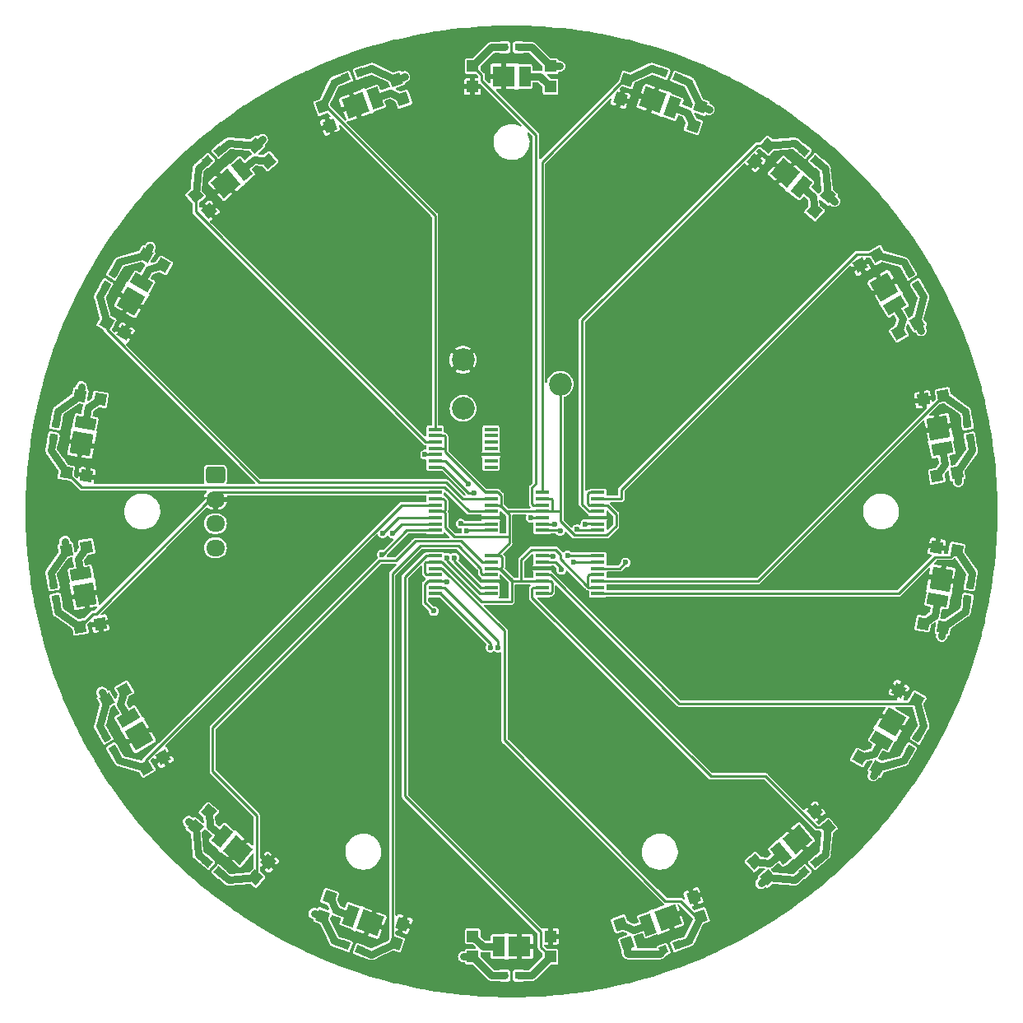
<source format=gbr>
%TF.GenerationSoftware,KiCad,Pcbnew,7.0.8*%
%TF.CreationDate,2023-10-26T13:22:37+11:00*%
%TF.ProjectId,linetest4.0,6c696e65-7465-4737-9434-2e302e6b6963,rev?*%
%TF.SameCoordinates,Original*%
%TF.FileFunction,Copper,L2,Bot*%
%TF.FilePolarity,Positive*%
%FSLAX46Y46*%
G04 Gerber Fmt 4.6, Leading zero omitted, Abs format (unit mm)*
G04 Created by KiCad (PCBNEW 7.0.8) date 2023-10-26 13:22:37*
%MOMM*%
%LPD*%
G01*
G04 APERTURE LIST*
G04 Aperture macros list*
%AMRoundRect*
0 Rectangle with rounded corners*
0 $1 Rounding radius*
0 $2 $3 $4 $5 $6 $7 $8 $9 X,Y pos of 4 corners*
0 Add a 4 corners polygon primitive as box body*
4,1,4,$2,$3,$4,$5,$6,$7,$8,$9,$2,$3,0*
0 Add four circle primitives for the rounded corners*
1,1,$1+$1,$2,$3*
1,1,$1+$1,$4,$5*
1,1,$1+$1,$6,$7*
1,1,$1+$1,$8,$9*
0 Add four rect primitives between the rounded corners*
20,1,$1+$1,$2,$3,$4,$5,0*
20,1,$1+$1,$4,$5,$6,$7,0*
20,1,$1+$1,$6,$7,$8,$9,0*
20,1,$1+$1,$8,$9,$2,$3,0*%
%AMRotRect*
0 Rectangle, with rotation*
0 The origin of the aperture is its center*
0 $1 length*
0 $2 width*
0 $3 Rotation angle, in degrees counterclockwise*
0 Add horizontal line*
21,1,$1,$2,0,0,$3*%
G04 Aperture macros list end*
%TA.AperFunction,ComponentPad*%
%ADD10C,2.340000*%
%TD*%
%TA.AperFunction,ComponentPad*%
%ADD11RoundRect,0.250000X-0.725000X0.600000X-0.725000X-0.600000X0.725000X-0.600000X0.725000X0.600000X0*%
%TD*%
%TA.AperFunction,ComponentPad*%
%ADD12O,1.950000X1.700000*%
%TD*%
%TA.AperFunction,SMDPad,CuDef*%
%ADD13R,1.400000X0.350000*%
%TD*%
%TA.AperFunction,SMDPad,CuDef*%
%ADD14RotRect,1.200000X1.200000X150.000000*%
%TD*%
%TA.AperFunction,SMDPad,CuDef*%
%ADD15RotRect,1.200000X1.200000X70.000000*%
%TD*%
%TA.AperFunction,SMDPad,CuDef*%
%ADD16RotRect,0.800000X0.800000X340.000000*%
%TD*%
%TA.AperFunction,SMDPad,CuDef*%
%ADD17RotRect,1.200000X1.200000X110.000000*%
%TD*%
%TA.AperFunction,SMDPad,CuDef*%
%ADD18RotRect,1.200000X1.200000X30.000000*%
%TD*%
%TA.AperFunction,SMDPad,CuDef*%
%ADD19RotRect,0.800000X0.800000X200.000000*%
%TD*%
%TA.AperFunction,SMDPad,CuDef*%
%ADD20RotRect,2.257400X2.108200X120.000000*%
%TD*%
%TA.AperFunction,SMDPad,CuDef*%
%ADD21RotRect,1.190600X2.108200X120.000000*%
%TD*%
%TA.AperFunction,SMDPad,CuDef*%
%ADD22RotRect,1.200000X1.200000X230.000000*%
%TD*%
%TA.AperFunction,SMDPad,CuDef*%
%ADD23RotRect,1.200000X1.200000X330.000000*%
%TD*%
%TA.AperFunction,SMDPad,CuDef*%
%ADD24RotRect,2.257400X2.108200X40.000000*%
%TD*%
%TA.AperFunction,SMDPad,CuDef*%
%ADD25RotRect,1.190600X2.108200X40.000000*%
%TD*%
%TA.AperFunction,SMDPad,CuDef*%
%ADD26RotRect,0.800000X0.800000X40.000000*%
%TD*%
%TA.AperFunction,SMDPad,CuDef*%
%ADD27RotRect,1.200000X1.200000X50.000000*%
%TD*%
%TA.AperFunction,SMDPad,CuDef*%
%ADD28RotRect,2.257400X2.108200X20.000000*%
%TD*%
%TA.AperFunction,SMDPad,CuDef*%
%ADD29RotRect,1.190600X2.108200X20.000000*%
%TD*%
%TA.AperFunction,SMDPad,CuDef*%
%ADD30RotRect,2.257400X2.108200X80.000000*%
%TD*%
%TA.AperFunction,SMDPad,CuDef*%
%ADD31RotRect,1.190600X2.108200X80.000000*%
%TD*%
%TA.AperFunction,SMDPad,CuDef*%
%ADD32RotRect,0.800000X0.800000X100.000000*%
%TD*%
%TA.AperFunction,SMDPad,CuDef*%
%ADD33R,1.200000X1.200000*%
%TD*%
%TA.AperFunction,SMDPad,CuDef*%
%ADD34RotRect,2.257400X2.108200X300.000000*%
%TD*%
%TA.AperFunction,SMDPad,CuDef*%
%ADD35RotRect,1.190600X2.108200X300.000000*%
%TD*%
%TA.AperFunction,SMDPad,CuDef*%
%ADD36RotRect,1.200000X1.200000X190.000000*%
%TD*%
%TA.AperFunction,SMDPad,CuDef*%
%ADD37R,0.800000X0.800000*%
%TD*%
%TA.AperFunction,SMDPad,CuDef*%
%ADD38RotRect,2.257400X2.108200X140.000000*%
%TD*%
%TA.AperFunction,SMDPad,CuDef*%
%ADD39RotRect,1.190600X2.108200X140.000000*%
%TD*%
%TA.AperFunction,SMDPad,CuDef*%
%ADD40RotRect,1.200000X1.200000X290.000000*%
%TD*%
%TA.AperFunction,SMDPad,CuDef*%
%ADD41RotRect,1.200000X1.200000X250.000000*%
%TD*%
%TA.AperFunction,SMDPad,CuDef*%
%ADD42RotRect,0.800000X0.800000X220.000000*%
%TD*%
%TA.AperFunction,SMDPad,CuDef*%
%ADD43RotRect,2.257400X2.108200X160.000000*%
%TD*%
%TA.AperFunction,SMDPad,CuDef*%
%ADD44RotRect,1.190600X2.108200X160.000000*%
%TD*%
%TA.AperFunction,SMDPad,CuDef*%
%ADD45RotRect,1.200000X1.200000X350.000000*%
%TD*%
%TA.AperFunction,SMDPad,CuDef*%
%ADD46RotRect,1.200000X1.200000X310.000000*%
%TD*%
%TA.AperFunction,SMDPad,CuDef*%
%ADD47RotRect,0.800000X0.800000X120.000000*%
%TD*%
%TA.AperFunction,SMDPad,CuDef*%
%ADD48RotRect,2.257400X2.108200X240.000000*%
%TD*%
%TA.AperFunction,SMDPad,CuDef*%
%ADD49RotRect,1.190600X2.108200X240.000000*%
%TD*%
%TA.AperFunction,SMDPad,CuDef*%
%ADD50RotRect,0.800000X0.800000X320.000000*%
%TD*%
%TA.AperFunction,SMDPad,CuDef*%
%ADD51RotRect,2.257400X2.108200X280.000000*%
%TD*%
%TA.AperFunction,SMDPad,CuDef*%
%ADD52RotRect,1.190600X2.108200X280.000000*%
%TD*%
%TA.AperFunction,SMDPad,CuDef*%
%ADD53RotRect,1.200000X1.200000X10.000000*%
%TD*%
%TA.AperFunction,SMDPad,CuDef*%
%ADD54RotRect,2.257400X2.108200X320.000000*%
%TD*%
%TA.AperFunction,SMDPad,CuDef*%
%ADD55RotRect,1.190600X2.108200X320.000000*%
%TD*%
%TA.AperFunction,SMDPad,CuDef*%
%ADD56RotRect,0.800000X0.800000X20.000000*%
%TD*%
%TA.AperFunction,SMDPad,CuDef*%
%ADD57RotRect,2.257400X2.108200X100.000000*%
%TD*%
%TA.AperFunction,SMDPad,CuDef*%
%ADD58RotRect,1.190600X2.108200X100.000000*%
%TD*%
%TA.AperFunction,SMDPad,CuDef*%
%ADD59RotRect,1.200000X1.200000X210.000000*%
%TD*%
%TA.AperFunction,SMDPad,CuDef*%
%ADD60RotRect,0.800000X0.800000X260.000000*%
%TD*%
%TA.AperFunction,SMDPad,CuDef*%
%ADD61RotRect,2.257400X2.108200X340.000000*%
%TD*%
%TA.AperFunction,SMDPad,CuDef*%
%ADD62RotRect,1.190600X2.108200X340.000000*%
%TD*%
%TA.AperFunction,SMDPad,CuDef*%
%ADD63RotRect,2.257400X2.108200X60.000000*%
%TD*%
%TA.AperFunction,SMDPad,CuDef*%
%ADD64RotRect,1.190600X2.108200X60.000000*%
%TD*%
%TA.AperFunction,SMDPad,CuDef*%
%ADD65RotRect,0.800000X0.800000X280.000000*%
%TD*%
%TA.AperFunction,SMDPad,CuDef*%
%ADD66RotRect,2.257400X2.108200X200.000000*%
%TD*%
%TA.AperFunction,SMDPad,CuDef*%
%ADD67RotRect,1.190600X2.108200X200.000000*%
%TD*%
%TA.AperFunction,SMDPad,CuDef*%
%ADD68RotRect,1.200000X1.200000X130.000000*%
%TD*%
%TA.AperFunction,SMDPad,CuDef*%
%ADD69RotRect,0.800000X0.800000X240.000000*%
%TD*%
%TA.AperFunction,SMDPad,CuDef*%
%ADD70RotRect,0.800000X0.800000X80.000000*%
%TD*%
%TA.AperFunction,SMDPad,CuDef*%
%ADD71RotRect,0.800000X0.800000X60.000000*%
%TD*%
%TA.AperFunction,SMDPad,CuDef*%
%ADD72RotRect,0.800000X0.800000X140.000000*%
%TD*%
%TA.AperFunction,SMDPad,CuDef*%
%ADD73R,2.257400X2.108200*%
%TD*%
%TA.AperFunction,SMDPad,CuDef*%
%ADD74R,1.190600X2.108200*%
%TD*%
%TA.AperFunction,SMDPad,CuDef*%
%ADD75RotRect,0.800000X0.800000X160.000000*%
%TD*%
%TA.AperFunction,SMDPad,CuDef*%
%ADD76RotRect,1.200000X1.200000X170.000000*%
%TD*%
%TA.AperFunction,SMDPad,CuDef*%
%ADD77RotRect,2.257400X2.108200X260.000000*%
%TD*%
%TA.AperFunction,SMDPad,CuDef*%
%ADD78RotRect,1.190600X2.108200X260.000000*%
%TD*%
%TA.AperFunction,SMDPad,CuDef*%
%ADD79RotRect,0.800000X0.800000X300.000000*%
%TD*%
%TA.AperFunction,SMDPad,CuDef*%
%ADD80RotRect,2.257400X2.108200X220.000000*%
%TD*%
%TA.AperFunction,SMDPad,CuDef*%
%ADD81RotRect,1.190600X2.108200X220.000000*%
%TD*%
%TA.AperFunction,ViaPad*%
%ADD82C,0.600000*%
%TD*%
%TA.AperFunction,Conductor*%
%ADD83C,0.750000*%
%TD*%
%TA.AperFunction,Conductor*%
%ADD84C,0.250000*%
%TD*%
G04 APERTURE END LIST*
D10*
%TO.P,RV1,1,1*%
%TO.N,+3V3*%
X145000000Y-139400000D03*
%TO.P,RV1,2,2*%
%TO.N,/VREF*%
X155000000Y-136900000D03*
%TO.P,RV1,3,3*%
%TO.N,GND*%
X145000000Y-134400000D03*
%TD*%
D11*
%TO.P,J1,1,Pin_1*%
%TO.N,+5V*%
X119525000Y-146250000D03*
D12*
%TO.P,J1,2,Pin_2*%
%TO.N,GND*%
X119525000Y-148750000D03*
%TO.P,J1,3,Pin_3*%
%TO.N,/SDA*%
X119525000Y-151250000D03*
%TO.P,J1,4,Pin_4*%
%TO.N,/SCL*%
X119525000Y-153750000D03*
%TD*%
D13*
%TO.P,U6,1*%
%TO.N,/SEN18*%
X142125000Y-145450000D03*
%TO.P,U6,2*%
%TO.N,/SEN17*%
X142125000Y-144800000D03*
%TO.P,U6,3,V+*%
%TO.N,+3V3*%
X142125000Y-144150000D03*
%TO.P,U6,4,-*%
%TO.N,/VREF*%
X142125000Y-143500000D03*
%TO.P,U6,5,+*%
%TO.N,Net-(U6A-+)*%
X142125000Y-142850000D03*
%TO.P,U6,6,-*%
%TO.N,/VREF*%
X142125000Y-142200000D03*
%TO.P,U6,7,+*%
%TO.N,Net-(U6B-+)*%
X142125000Y-141550000D03*
%TO.P,U6,8*%
%TO.N,N/C*%
X147875000Y-141550000D03*
%TO.P,U6,9*%
X147875000Y-142200000D03*
%TO.P,U6,10*%
X147875000Y-142850000D03*
%TO.P,U6,11*%
X147875000Y-143500000D03*
%TO.P,U6,12,V-*%
%TO.N,GND*%
X147875000Y-144150000D03*
%TO.P,U6,13*%
%TO.N,N/C*%
X147875000Y-144800000D03*
%TO.P,U6,14*%
X147875000Y-145450000D03*
%TD*%
D14*
%TO.P,R34,1*%
%TO.N,GND*%
X110154690Y-131614102D03*
%TO.P,R34,2*%
%TO.N,Net-(U5D-+)*%
X108336036Y-130564102D03*
%TD*%
D15*
%TO.P,R11,1*%
%TO.N,+3V3*%
X130576707Y-191669841D03*
%TO.P,R11,2*%
%TO.N,Net-(LED11-Pad2)*%
X131294949Y-189696487D03*
%TD*%
D16*
%TO.P,A11,1*%
%TO.N,+3V3*%
X132963769Y-194613808D03*
%TO.P,A11,2*%
%TO.N,Net-(U4C-+)*%
X134373307Y-195126838D03*
%TD*%
D17*
%TO.P,R9,1*%
%TO.N,+3V3*%
X161905752Y-194406002D03*
%TO.P,R9,2*%
%TO.N,Net-(LED9-Pad2)*%
X161187510Y-192432648D03*
%TD*%
D18*
%TO.P,R22,1*%
%TO.N,GND*%
X185845310Y-124685898D03*
%TO.P,R22,2*%
%TO.N,Net-(U2D-+)*%
X187663964Y-123635898D03*
%TD*%
D19*
%TO.P,A18,1*%
%TO.N,+3V3*%
X134373307Y-104873162D03*
%TO.P,A18,2*%
%TO.N,Net-(U6B-+)*%
X132963769Y-105386192D03*
%TD*%
D20*
%TO.P,LED13,1*%
%TO.N,GND*%
X111657313Y-173088518D03*
D21*
%TO.P,LED13,2*%
%TO.N,Net-(LED13-Pad2)*%
X110566713Y-171199544D03*
%TD*%
D18*
%TO.P,R13,1*%
%TO.N,+3V3*%
X108336036Y-169435898D03*
%TO.P,R13,2*%
%TO.N,Net-(LED13-Pad2)*%
X110154690Y-168385898D03*
%TD*%
D22*
%TO.P,R3,1*%
%TO.N,+3V3*%
X182503850Y-117486315D03*
%TO.P,R3,2*%
%TO.N,Net-(LED3-Pad2)*%
X181153996Y-119095009D03*
%TD*%
D23*
%TO.P,R25,1*%
%TO.N,GND*%
X189845310Y-168385898D03*
%TO.P,R25,2*%
%TO.N,Net-(U3C-+)*%
X191663964Y-169435898D03*
%TD*%
D24*
%TO.P,LED17,1*%
%TO.N,GND*%
X120604110Y-116249104D03*
D25*
%TO.P,LED17,2*%
%TO.N,Net-(LED17-Pad2)*%
X122275006Y-114847055D03*
%TD*%
D26*
%TO.P,A8,1*%
%TO.N,+3V3*%
X180118575Y-187060713D03*
%TO.P,A8,2*%
%TO.N,Net-(U3D-+)*%
X181267641Y-186096531D03*
%TD*%
D22*
%TO.P,R30,1*%
%TO.N,GND*%
X124974359Y-186047292D03*
%TO.P,R30,2*%
%TO.N,Net-(U4D-+)*%
X123624505Y-187655986D03*
%TD*%
D27*
%TO.P,R21,1*%
%TO.N,GND*%
X175025641Y-113952708D03*
%TO.P,R21,2*%
%TO.N,Net-(U2C-+)*%
X176375495Y-112344014D03*
%TD*%
D28*
%TO.P,LED18,1*%
%TO.N,GND*%
X133920386Y-108230545D03*
D29*
%TO.P,LED18,2*%
%TO.N,Net-(LED18-Pad2)*%
X135970044Y-107484531D03*
%TD*%
D30*
%TO.P,LED15,1*%
%TO.N,GND*%
X105786784Y-143040627D03*
D31*
%TO.P,LED15,2*%
%TO.N,Net-(LED15-Pad2)*%
X106165546Y-140892564D03*
%TD*%
D32*
%TO.P,A5,1*%
%TO.N,+3V3*%
X197154806Y-142446906D03*
%TO.P,A5,2*%
%TO.N,Net-(U3A-+)*%
X196894334Y-140969694D03*
%TD*%
D33*
%TO.P,R19,1*%
%TO.N,GND*%
X146000000Y-106300000D03*
%TO.P,R19,2*%
%TO.N,Net-(U2A-+)*%
X146000000Y-104200000D03*
%TD*%
D23*
%TO.P,R16,1*%
%TO.N,+3V3*%
X112336036Y-123635898D03*
%TO.P,R16,2*%
%TO.N,Net-(LED16-Pad2)*%
X114154690Y-124685898D03*
%TD*%
D34*
%TO.P,LED4,1*%
%TO.N,GND*%
X188342687Y-126911482D03*
D35*
%TO.P,LED4,2*%
%TO.N,Net-(LED4-Pad2)*%
X189433287Y-128800456D03*
%TD*%
D36*
%TO.P,R5,1*%
%TO.N,+3V3*%
X195798788Y-145986144D03*
%TO.P,R5,2*%
%TO.N,Net-(LED5-Pad2)*%
X193730692Y-146350806D03*
%TD*%
D37*
%TO.P,A1,1*%
%TO.N,+3V3*%
X150750000Y-102250000D03*
%TO.P,A1,2*%
%TO.N,Net-(U2A-+)*%
X149250000Y-102250000D03*
%TD*%
D38*
%TO.P,LED12,1*%
%TO.N,GND*%
X121866398Y-184810082D03*
D39*
%TO.P,LED12,2*%
%TO.N,Net-(LED12-Pad2)*%
X120195502Y-183408033D03*
%TD*%
D40*
%TO.P,R27,1*%
%TO.N,GND*%
X168705051Y-189696487D03*
%TO.P,R27,2*%
%TO.N,Net-(U4A-+)*%
X169423293Y-191669841D03*
%TD*%
D27*
%TO.P,R12,1*%
%TO.N,+3V3*%
X117496150Y-182513685D03*
%TO.P,R12,2*%
%TO.N,Net-(LED12-Pad2)*%
X118846004Y-180904991D03*
%TD*%
D41*
%TO.P,R29,1*%
%TO.N,GND*%
X138812490Y-192432648D03*
%TO.P,R29,2*%
%TO.N,Net-(U4C-+)*%
X138094248Y-194406002D03*
%TD*%
D42*
%TO.P,A17,1*%
%TO.N,+3V3*%
X119881425Y-112939287D03*
%TO.P,A17,2*%
%TO.N,Net-(U6A-+)*%
X118732359Y-113903469D03*
%TD*%
D43*
%TO.P,LED11,1*%
%TO.N,GND*%
X135468812Y-192333035D03*
D44*
%TO.P,LED11,2*%
%TO.N,Net-(LED11-Pad2)*%
X133419154Y-191587021D03*
%TD*%
D45*
%TO.P,R24,1*%
%TO.N,GND*%
X193730692Y-153649194D03*
%TO.P,R24,2*%
%TO.N,Net-(U3B-+)*%
X195798788Y-154013856D03*
%TD*%
D46*
%TO.P,R17,1*%
%TO.N,+3V3*%
X123624505Y-112344014D03*
%TO.P,R17,2*%
%TO.N,Net-(LED17-Pad2)*%
X124974359Y-113952708D03*
%TD*%
D47*
%TO.P,A4,1*%
%TO.N,+3V3*%
X191727713Y-126774519D03*
%TO.P,A4,2*%
%TO.N,Net-(U2D-+)*%
X190977713Y-125475481D03*
%TD*%
D48*
%TO.P,LED7,1*%
%TO.N,GND*%
X189166587Y-171661482D03*
D49*
%TO.P,LED7,2*%
%TO.N,Net-(LED7-Pad2)*%
X188075987Y-173550456D03*
%TD*%
D15*
%TO.P,R20,1*%
%TO.N,GND*%
X161187510Y-107567352D03*
%TO.P,R20,2*%
%TO.N,Net-(U2B-+)*%
X161905752Y-105593998D03*
%TD*%
D50*
%TO.P,A12,1*%
%TO.N,+3V3*%
X118732359Y-186096531D03*
%TO.P,A12,2*%
%TO.N,Net-(U4D-+)*%
X119881425Y-187060713D03*
%TD*%
D46*
%TO.P,R26,1*%
%TO.N,GND*%
X181153996Y-180904991D03*
%TO.P,R26,2*%
%TO.N,Net-(U3D-+)*%
X182503850Y-182513685D03*
%TD*%
D51*
%TO.P,LED5,1*%
%TO.N,GND*%
X193927078Y-141417861D03*
D52*
%TO.P,LED5,2*%
%TO.N,Net-(LED5-Pad2)*%
X194305840Y-143565924D03*
%TD*%
D53*
%TO.P,R14,1*%
%TO.N,+3V3*%
X104201212Y-154013856D03*
%TO.P,R14,2*%
%TO.N,Net-(LED14-Pad2)*%
X106269308Y-153649194D03*
%TD*%
D54*
%TO.P,LED3,1*%
%TO.N,GND*%
X178133602Y-115189918D03*
D55*
%TO.P,LED3,2*%
%TO.N,Net-(LED3-Pad2)*%
X179804498Y-116591967D03*
%TD*%
D56*
%TO.P,A9,1*%
%TO.N,+3V3*%
X165626693Y-195126838D03*
%TO.P,A9,2*%
%TO.N,Net-(U4A-+)*%
X167036231Y-194613808D03*
%TD*%
D36*
%TO.P,R32,1*%
%TO.N,GND*%
X107658494Y-161527656D03*
%TO.P,R32,2*%
%TO.N,Net-(U5B-+)*%
X105590398Y-161892318D03*
%TD*%
D57*
%TO.P,LED14,1*%
%TO.N,GND*%
X106072922Y-158582139D03*
D58*
%TO.P,LED14,2*%
%TO.N,Net-(LED14-Pad2)*%
X105694160Y-156434076D03*
%TD*%
D59*
%TO.P,R4,1*%
%TO.N,+3V3*%
X191663964Y-130564102D03*
%TO.P,R4,2*%
%TO.N,Net-(LED4-Pad2)*%
X189845310Y-131614102D03*
%TD*%
D33*
%TO.P,R10,1*%
%TO.N,+3V3*%
X146000000Y-195800000D03*
%TO.P,R10,2*%
%TO.N,Net-(LED10-Pad2)*%
X146000000Y-193700000D03*
%TD*%
D53*
%TO.P,R23,1*%
%TO.N,GND*%
X192341506Y-138472344D03*
%TO.P,R23,2*%
%TO.N,Net-(U3A-+)*%
X194409602Y-138107682D03*
%TD*%
D41*
%TO.P,R2,1*%
%TO.N,+3V3*%
X169423293Y-108330159D03*
%TO.P,R2,2*%
%TO.N,Net-(LED2-Pad2)*%
X168705051Y-110303513D03*
%TD*%
D59*
%TO.P,R31,1*%
%TO.N,GND*%
X114154690Y-175314102D03*
%TO.P,R31,2*%
%TO.N,Net-(U5A-+)*%
X112336036Y-176364102D03*
%TD*%
D37*
%TO.P,A10,1*%
%TO.N,+3V3*%
X149250000Y-197750000D03*
%TO.P,A10,2*%
%TO.N,Net-(U4B-+)*%
X150750000Y-197750000D03*
%TD*%
D60*
%TO.P,A15,1*%
%TO.N,+3V3*%
X103105666Y-140969694D03*
%TO.P,A15,2*%
%TO.N,Net-(U5C-+)*%
X102845194Y-142446906D03*
%TD*%
D61*
%TO.P,LED2,1*%
%TO.N,GND*%
X164531188Y-107666965D03*
D62*
%TO.P,LED2,2*%
%TO.N,Net-(LED2-Pad2)*%
X166580846Y-108412979D03*
%TD*%
D63*
%TO.P,LED16,1*%
%TO.N,GND*%
X110833413Y-128338518D03*
D64*
%TO.P,LED16,2*%
%TO.N,Net-(LED16-Pad2)*%
X111924013Y-126449544D03*
%TD*%
D14*
%TO.P,R7,1*%
%TO.N,+3V3*%
X187663964Y-176364102D03*
%TO.P,R7,2*%
%TO.N,Net-(LED7-Pad2)*%
X185845310Y-175314102D03*
%TD*%
D65*
%TO.P,A14,1*%
%TO.N,+3V3*%
X102845194Y-157553094D03*
%TO.P,A14,2*%
%TO.N,Net-(U5B-+)*%
X103105666Y-159030306D03*
%TD*%
D66*
%TO.P,LED9,1*%
%TO.N,GND*%
X166079614Y-191769455D03*
D67*
%TO.P,LED9,2*%
%TO.N,Net-(LED9-Pad2)*%
X164029956Y-192515469D03*
%TD*%
D68*
%TO.P,R35,1*%
%TO.N,GND*%
X118846004Y-119095009D03*
%TO.P,R35,2*%
%TO.N,Net-(U6A-+)*%
X117496150Y-117486315D03*
%TD*%
D17*
%TO.P,R36,1*%
%TO.N,GND*%
X131294949Y-110303513D03*
%TO.P,R36,2*%
%TO.N,Net-(U6B-+)*%
X130576707Y-108330159D03*
%TD*%
D69*
%TO.P,A16,1*%
%TO.N,+3V3*%
X109022287Y-125475481D03*
%TO.P,A16,2*%
%TO.N,Net-(U5D-+)*%
X108272287Y-126774519D03*
%TD*%
D70*
%TO.P,A6,1*%
%TO.N,+3V3*%
X196894334Y-159030306D03*
%TO.P,A6,2*%
%TO.N,Net-(U3B-+)*%
X197154806Y-157553094D03*
%TD*%
D71*
%TO.P,A7,1*%
%TO.N,+3V3*%
X190977713Y-174524519D03*
%TO.P,A7,2*%
%TO.N,Net-(U3C-+)*%
X191727713Y-173225481D03*
%TD*%
D33*
%TO.P,R1,1*%
%TO.N,+3V3*%
X154000000Y-104200000D03*
%TO.P,R1,2*%
%TO.N,Net-(LED1-Pad2)*%
X154000000Y-106300000D03*
%TD*%
D13*
%TO.P,U4,1*%
%TO.N,/SEN10*%
X142125000Y-158450000D03*
%TO.P,U4,2*%
%TO.N,/SEN9*%
X142125000Y-157800000D03*
%TO.P,U4,3,V+*%
%TO.N,+3V3*%
X142125000Y-157150000D03*
%TO.P,U4,4,-*%
%TO.N,/VREF*%
X142125000Y-156500000D03*
%TO.P,U4,5,+*%
%TO.N,Net-(U4A-+)*%
X142125000Y-155850000D03*
%TO.P,U4,6,-*%
%TO.N,/VREF*%
X142125000Y-155200000D03*
%TO.P,U4,7,+*%
%TO.N,Net-(U4B-+)*%
X142125000Y-154550000D03*
%TO.P,U4,8,-*%
%TO.N,/VREF*%
X147875000Y-154550000D03*
%TO.P,U4,9,+*%
%TO.N,Net-(U4D-+)*%
X147875000Y-155200000D03*
%TO.P,U4,10,-*%
%TO.N,/VREF*%
X147875000Y-155850000D03*
%TO.P,U4,11,+*%
%TO.N,Net-(U4C-+)*%
X147875000Y-156500000D03*
%TO.P,U4,12,V-*%
%TO.N,GND*%
X147875000Y-157150000D03*
%TO.P,U4,13*%
%TO.N,/SEN11*%
X147875000Y-157800000D03*
%TO.P,U4,14*%
%TO.N,/SEN12*%
X147875000Y-158450000D03*
%TD*%
D40*
%TO.P,R18,1*%
%TO.N,+3V3*%
X138094248Y-105593998D03*
%TO.P,R18,2*%
%TO.N,Net-(LED18-Pad2)*%
X138812490Y-107567352D03*
%TD*%
D72*
%TO.P,A3,1*%
%TO.N,+3V3*%
X181267641Y-113903469D03*
%TO.P,A3,2*%
%TO.N,Net-(U2C-+)*%
X180118575Y-112939287D03*
%TD*%
D33*
%TO.P,R28,1*%
%TO.N,GND*%
X154000000Y-193700000D03*
%TO.P,R28,2*%
%TO.N,Net-(U4B-+)*%
X154000000Y-195800000D03*
%TD*%
D68*
%TO.P,R8,1*%
%TO.N,+3V3*%
X176375495Y-187655986D03*
%TO.P,R8,2*%
%TO.N,Net-(LED8-Pad2)*%
X175025641Y-186047292D03*
%TD*%
D73*
%TO.P,LED10,1*%
%TO.N,GND*%
X150823900Y-194750000D03*
D74*
%TO.P,LED10,2*%
%TO.N,Net-(LED10-Pad2)*%
X148642700Y-194750000D03*
%TD*%
D75*
%TO.P,A2,1*%
%TO.N,+3V3*%
X167036231Y-105386192D03*
%TO.P,A2,2*%
%TO.N,Net-(U2B-+)*%
X165626693Y-104873162D03*
%TD*%
D13*
%TO.P,U2,1*%
%TO.N,/SEN2*%
X153125000Y-151950000D03*
%TO.P,U2,2*%
%TO.N,/SEN1*%
X153125000Y-151300000D03*
%TO.P,U2,3,V+*%
%TO.N,+3V3*%
X153125000Y-150650000D03*
%TO.P,U2,4,-*%
%TO.N,/VREF*%
X153125000Y-150000000D03*
%TO.P,U2,5,+*%
%TO.N,Net-(U2A-+)*%
X153125000Y-149350000D03*
%TO.P,U2,6,-*%
%TO.N,/VREF*%
X153125000Y-148700000D03*
%TO.P,U2,7,+*%
%TO.N,Net-(U2B-+)*%
X153125000Y-148050000D03*
%TO.P,U2,8,-*%
%TO.N,/VREF*%
X158875000Y-148050000D03*
%TO.P,U2,9,+*%
%TO.N,Net-(U2D-+)*%
X158875000Y-148700000D03*
%TO.P,U2,10,-*%
%TO.N,/VREF*%
X158875000Y-149350000D03*
%TO.P,U2,11,+*%
%TO.N,Net-(U2C-+)*%
X158875000Y-150000000D03*
%TO.P,U2,12,V-*%
%TO.N,GND*%
X158875000Y-150650000D03*
%TO.P,U2,13*%
%TO.N,/SEN3*%
X158875000Y-151300000D03*
%TO.P,U2,14*%
%TO.N,/SEN4*%
X158875000Y-151950000D03*
%TD*%
D76*
%TO.P,R33,1*%
%TO.N,GND*%
X106269308Y-146350806D03*
%TO.P,R33,2*%
%TO.N,Net-(U5C-+)*%
X104201212Y-145986144D03*
%TD*%
%TO.P,R6,1*%
%TO.N,+3V3*%
X194409602Y-161892318D03*
%TO.P,R6,2*%
%TO.N,Net-(LED6-Pad2)*%
X192341506Y-161527656D03*
%TD*%
D77*
%TO.P,LED6,1*%
%TO.N,GND*%
X194213216Y-156959373D03*
D78*
%TO.P,LED6,2*%
%TO.N,Net-(LED6-Pad2)*%
X193834454Y-159107436D03*
%TD*%
D13*
%TO.P,U3,1*%
%TO.N,/SEN6*%
X158875000Y-154550000D03*
%TO.P,U3,2*%
%TO.N,/SEN5*%
X158875000Y-155200000D03*
%TO.P,U3,3,V+*%
%TO.N,+3V3*%
X158875000Y-155850000D03*
%TO.P,U3,4,-*%
%TO.N,/VREF*%
X158875000Y-156500000D03*
%TO.P,U3,5,+*%
%TO.N,Net-(U3A-+)*%
X158875000Y-157150000D03*
%TO.P,U3,6,-*%
%TO.N,/VREF*%
X158875000Y-157800000D03*
%TO.P,U3,7,+*%
%TO.N,Net-(U3B-+)*%
X158875000Y-158450000D03*
%TO.P,U3,8,-*%
%TO.N,/VREF*%
X153125000Y-158450000D03*
%TO.P,U3,9,+*%
%TO.N,Net-(U3D-+)*%
X153125000Y-157800000D03*
%TO.P,U3,10,-*%
%TO.N,/VREF*%
X153125000Y-157150000D03*
%TO.P,U3,11,+*%
%TO.N,Net-(U3C-+)*%
X153125000Y-156500000D03*
%TO.P,U3,12,V-*%
%TO.N,GND*%
X153125000Y-155850000D03*
%TO.P,U3,13*%
%TO.N,/SEN7*%
X153125000Y-155200000D03*
%TO.P,U3,14*%
%TO.N,/SEN8*%
X153125000Y-154550000D03*
%TD*%
D79*
%TO.P,A13,1*%
%TO.N,+3V3*%
X108272287Y-173225481D03*
%TO.P,A13,2*%
%TO.N,Net-(U5A-+)*%
X109022287Y-174524519D03*
%TD*%
D80*
%TO.P,LED8,1*%
%TO.N,GND*%
X179395890Y-183750896D03*
D81*
%TO.P,LED8,2*%
%TO.N,Net-(LED8-Pad2)*%
X177724994Y-185152945D03*
%TD*%
D45*
%TO.P,R15,1*%
%TO.N,+3V3*%
X105590398Y-138107682D03*
%TO.P,R15,2*%
%TO.N,Net-(LED15-Pad2)*%
X107658494Y-138472344D03*
%TD*%
D73*
%TO.P,LED1,1*%
%TO.N,GND*%
X149176100Y-105250000D03*
D74*
%TO.P,LED1,2*%
%TO.N,Net-(LED1-Pad2)*%
X151357300Y-105250000D03*
%TD*%
D13*
%TO.P,U5,1*%
%TO.N,/SEN14*%
X142125000Y-151950000D03*
%TO.P,U5,2*%
%TO.N,/SEN13*%
X142125000Y-151300000D03*
%TO.P,U5,3,V+*%
%TO.N,+3V3*%
X142125000Y-150650000D03*
%TO.P,U5,4,-*%
%TO.N,/VREF*%
X142125000Y-150000000D03*
%TO.P,U5,5,+*%
%TO.N,Net-(U5A-+)*%
X142125000Y-149350000D03*
%TO.P,U5,6,-*%
%TO.N,/VREF*%
X142125000Y-148700000D03*
%TO.P,U5,7,+*%
%TO.N,Net-(U5B-+)*%
X142125000Y-148050000D03*
%TO.P,U5,8,-*%
%TO.N,/VREF*%
X147875000Y-148050000D03*
%TO.P,U5,9,+*%
%TO.N,Net-(U5D-+)*%
X147875000Y-148700000D03*
%TO.P,U5,10,-*%
%TO.N,/VREF*%
X147875000Y-149350000D03*
%TO.P,U5,11,+*%
%TO.N,Net-(U5C-+)*%
X147875000Y-150000000D03*
%TO.P,U5,12,V-*%
%TO.N,GND*%
X147875000Y-150650000D03*
%TO.P,U5,13*%
%TO.N,/SEN15*%
X147875000Y-151300000D03*
%TO.P,U5,14*%
%TO.N,/SEN16*%
X147875000Y-151950000D03*
%TD*%
D82*
%TO.N,+3V3*%
X195963754Y-146921712D03*
X136750000Y-152250000D03*
X107861037Y-168613174D03*
X161750000Y-155250000D03*
X175647753Y-188266634D03*
X192138963Y-131386826D03*
X124352247Y-111733366D03*
X183231593Y-118096963D03*
X145050000Y-195800000D03*
X142000000Y-160250000D03*
X152000000Y-150650000D03*
X104036246Y-153078288D03*
X116768407Y-181903037D03*
X187188963Y-177186826D03*
X194244637Y-162827885D03*
X112811037Y-122813174D03*
X129683999Y-191344922D03*
X105755363Y-137172115D03*
X143383411Y-157266589D03*
X138986956Y-105269078D03*
X162000000Y-195500000D03*
X170316001Y-108655078D03*
X154950000Y-104200000D03*
X141100000Y-144150000D03*
%TO.N,GND*%
X161750000Y-179350000D03*
X161750000Y-166750000D03*
X142250000Y-166650000D03*
X150000000Y-146250000D03*
X143000000Y-159750000D03*
X125750000Y-143800000D03*
X124874500Y-144550000D03*
X157800000Y-192050000D03*
X149000000Y-150675500D03*
X142350000Y-179350000D03*
X149250000Y-157750000D03*
X142450000Y-192050000D03*
X138022854Y-154227853D03*
X123625500Y-145700000D03*
X161750000Y-154000000D03*
X147750000Y-169000000D03*
X125750000Y-144550000D03*
X152725000Y-198475000D03*
%TO.N,/SEN2*%
X155000000Y-152000000D03*
%TO.N,/SEN1*%
X154441429Y-151279285D03*
%TO.N,/SEN3*%
X157591512Y-151280986D03*
%TO.N,/SEN4*%
X156750000Y-151825500D03*
%TO.N,/SEN5*%
X156374500Y-155250000D03*
%TO.N,/SEN6*%
X155750000Y-154500000D03*
%TO.N,/SEN7*%
X155125500Y-156000000D03*
%TO.N,/SEN8*%
X154288103Y-154587397D03*
%TO.N,/SEN9*%
X148625500Y-164000000D03*
%TO.N,/SEN10*%
X147825997Y-164000000D03*
%TO.N,/SEN11*%
X144125500Y-154750000D03*
%TO.N,/SEN12*%
X143324502Y-154750000D03*
%TO.N,/SEN13*%
X137750000Y-152250000D03*
%TO.N,/SEN14*%
X136675500Y-154433058D03*
%TO.N,/SEN15*%
X144750000Y-151250000D03*
%TO.N,/SEN16*%
X145374500Y-151975500D03*
%TO.N,/SEN17*%
X145566589Y-147183411D03*
%TO.N,/SEN18*%
X146155500Y-148075500D03*
%TD*%
D83*
%TO.N,+3V3*%
X191727713Y-126774519D02*
X192377713Y-127900352D01*
X197154806Y-142446905D02*
X197380549Y-143727155D01*
X102619451Y-156272845D02*
X104201212Y-154013856D01*
X108272287Y-173225481D02*
X107622287Y-172099648D01*
X175647753Y-188266634D02*
X176375495Y-187655986D01*
X170316001Y-108655078D02*
X169423293Y-108330159D01*
X134373308Y-104873162D02*
X135594908Y-104428536D01*
X116768407Y-181903037D02*
X117496149Y-182513685D01*
X152050000Y-102250000D02*
X154000000Y-104200000D01*
X149250000Y-197750000D02*
X147950000Y-197750000D01*
X131742168Y-194169181D02*
X130576707Y-191669841D01*
X112811037Y-122813174D02*
X112336037Y-123635898D01*
D84*
X138350000Y-150650000D02*
X136750000Y-152250000D01*
D83*
X120877283Y-112103663D02*
X123624506Y-112344014D01*
D84*
X141100000Y-157475000D02*
X141100000Y-159350000D01*
D83*
X183231593Y-118096963D02*
X182503851Y-117486315D01*
D84*
X158875000Y-155850000D02*
X161150000Y-155850000D01*
D83*
X104036246Y-153078288D02*
X104201212Y-154013855D01*
X161905752Y-194406002D02*
X161905752Y-195405752D01*
X161905752Y-195405752D02*
X162000000Y-195500000D01*
X154950000Y-104200000D02*
X154000000Y-104200000D01*
X192377713Y-127900352D02*
X191663963Y-130564102D01*
X102845194Y-157553095D02*
X102619451Y-156272845D01*
X109672287Y-124349648D02*
X112336037Y-123635898D01*
X181267642Y-113903469D02*
X182263500Y-114739093D01*
X129683999Y-191344922D02*
X130576707Y-191669841D01*
D84*
X141425000Y-157150000D02*
X141100000Y-157475000D01*
D83*
X147950000Y-197750000D02*
X146000000Y-195800000D01*
X107622287Y-172099648D02*
X108336037Y-169435898D01*
X103331409Y-139689444D02*
X105590398Y-138107683D01*
X187188963Y-177186826D02*
X187663963Y-176364102D01*
D84*
X142125000Y-157150000D02*
X141425000Y-157150000D01*
D83*
X145050000Y-195800000D02*
X146000000Y-195800000D01*
X109022287Y-125475481D02*
X109672287Y-124349648D01*
D84*
X141100000Y-144150000D02*
X142125000Y-144150000D01*
D83*
X107861037Y-168613174D02*
X108336037Y-169435898D01*
D84*
X161150000Y-155850000D02*
X161750000Y-155250000D01*
X143266822Y-157150000D02*
X142125000Y-157150000D01*
D83*
X135594908Y-104428536D02*
X138094248Y-105593997D01*
X195963754Y-146921712D02*
X195798788Y-145986145D01*
X124352247Y-111733366D02*
X123624505Y-112344014D01*
X138986956Y-105269078D02*
X138094248Y-105593997D01*
X196894334Y-159030306D02*
X196668591Y-160310556D01*
D84*
X141100000Y-159350000D02*
X142000000Y-160250000D01*
D83*
X150750000Y-102250000D02*
X152050000Y-102250000D01*
X118732358Y-186096531D02*
X117736500Y-185260907D01*
X196668591Y-160310556D02*
X194409602Y-161892317D01*
X132963769Y-194613808D02*
X131742169Y-194169182D01*
X165253531Y-195500000D02*
X165626692Y-195126838D01*
X105755363Y-137172115D02*
X105590397Y-138107682D01*
D84*
X152000000Y-150650000D02*
X153125000Y-150650000D01*
D83*
X194244637Y-162827885D02*
X194409603Y-161892318D01*
X190327713Y-175650352D02*
X187663963Y-176364102D01*
X103105666Y-140969694D02*
X103331409Y-139689444D01*
X117736501Y-185260908D02*
X117496150Y-182513685D01*
X162000000Y-195500000D02*
X165253531Y-195500000D01*
X167036231Y-105386192D02*
X168257831Y-105830818D01*
X197380549Y-143727155D02*
X195798788Y-145986144D01*
X119881425Y-112939287D02*
X120877283Y-112103663D01*
X192138963Y-131386826D02*
X191663963Y-130564102D01*
X168257832Y-105830819D02*
X169423293Y-108330159D01*
D84*
X143383411Y-157266589D02*
X143266822Y-157150000D01*
D83*
X180118575Y-187060713D02*
X179122717Y-187896337D01*
X179122717Y-187896337D02*
X176375494Y-187655986D01*
D84*
X142125000Y-150650000D02*
X138350000Y-150650000D01*
D83*
X182263499Y-114739092D02*
X182503850Y-117486315D01*
X190977713Y-174524519D02*
X190327713Y-175650352D01*
D84*
%TO.N,Net-(U2A-+)*%
X146925000Y-105675000D02*
X146925000Y-105125000D01*
X152250000Y-149350000D02*
X152100000Y-149200000D01*
X152100000Y-149200000D02*
X152100000Y-147550000D01*
X146925000Y-105125000D02*
X146000000Y-104200000D01*
D83*
X149250000Y-102250000D02*
X147950000Y-102250000D01*
X147950000Y-102250000D02*
X146000000Y-104200000D01*
D84*
X152500000Y-111250000D02*
X146925000Y-105675000D01*
X153125000Y-149350000D02*
X152250000Y-149350000D01*
X152500000Y-147150000D02*
X152500000Y-111250000D01*
X152100000Y-147550000D02*
X152500000Y-147150000D01*
D83*
%TO.N,Net-(U2B-+)*%
X164405092Y-104428536D02*
X161905752Y-105593997D01*
X165626692Y-104873162D02*
X164405092Y-104428536D01*
D84*
X153125000Y-114042610D02*
X161573612Y-105593998D01*
X153125000Y-148050000D02*
X153125000Y-114042610D01*
D83*
%TO.N,Net-(U2C-+)*%
X180118575Y-112939287D02*
X179122717Y-112103663D01*
X179122717Y-112103663D02*
X176375494Y-112344014D01*
D84*
X157250000Y-130349475D02*
X175255461Y-112344014D01*
X158000000Y-150000000D02*
X157250000Y-149250000D01*
X157250000Y-149250000D02*
X157250000Y-130349475D01*
X158875000Y-150000000D02*
X158000000Y-150000000D01*
X175255461Y-112344014D02*
X176375495Y-112344014D01*
%TO.N,Net-(U2D-+)*%
X158875000Y-148700000D02*
X161300000Y-148700000D01*
X185491075Y-123541283D02*
X187569349Y-123541283D01*
X161300000Y-147732358D02*
X185491075Y-123541283D01*
X161300000Y-148700000D02*
X161300000Y-147732358D01*
D83*
X190977713Y-125475481D02*
X190327713Y-124349648D01*
X190327713Y-124349648D02*
X187663963Y-123635898D01*
D84*
%TO.N,GND*%
X149250000Y-157750000D02*
X148650000Y-157150000D01*
X149000000Y-150675500D02*
X147900500Y-150675500D01*
X148650000Y-157150000D02*
X147875000Y-157150000D01*
%TO.N,/SEN2*%
X154950000Y-151950000D02*
X153125000Y-151950000D01*
X155000000Y-152000000D02*
X154950000Y-151950000D01*
D83*
%TO.N,Net-(LED1-Pad2)*%
X152950000Y-105250000D02*
X154000000Y-106300000D01*
X151357300Y-105250000D02*
X152950000Y-105250000D01*
%TO.N,Net-(LED2-Pad2)*%
X168077495Y-108957715D02*
X168705051Y-110303513D01*
X166580846Y-108412979D02*
X168077494Y-108957714D01*
%TO.N,Net-(LED3-Pad2)*%
X179804498Y-116591967D02*
X181024577Y-117615735D01*
X181024577Y-117615735D02*
X181153997Y-119095009D01*
%TO.N,Net-(LED4-Pad2)*%
X190229637Y-130179775D02*
X189845310Y-131614102D01*
X189433287Y-128800456D02*
X190229637Y-130179775D01*
D84*
%TO.N,/SEN1*%
X154420714Y-151300000D02*
X153125000Y-151300000D01*
X154441429Y-151279285D02*
X154420714Y-151300000D01*
%TO.N,/SEN3*%
X157622498Y-151250000D02*
X158825000Y-151250000D01*
X157591512Y-151280986D02*
X157622498Y-151250000D01*
%TO.N,/SEN4*%
X156750000Y-151825500D02*
X156874500Y-151950000D01*
X156874500Y-151950000D02*
X158875000Y-151950000D01*
%TO.N,/VREF*%
X141250000Y-156500000D02*
X142125000Y-156500000D01*
X157850000Y-157725000D02*
X157850000Y-156650000D01*
X146886396Y-159250000D02*
X150000000Y-159250000D01*
X143150000Y-151650000D02*
X143150000Y-150150000D01*
X155000000Y-151000000D02*
X156450000Y-152450000D01*
X154150000Y-148775000D02*
X154150000Y-149850000D01*
X148825000Y-155850000D02*
X149000000Y-155675000D01*
X148825000Y-154550000D02*
X147875000Y-154550000D01*
X153125000Y-150000000D02*
X149400000Y-150000000D01*
X157850000Y-149200000D02*
X158000000Y-149350000D01*
X143150000Y-149850000D02*
X143150000Y-148900000D01*
X143150000Y-143425000D02*
X143150000Y-143882938D01*
X154508884Y-153925000D02*
X152075000Y-153925000D01*
X143000000Y-150000000D02*
X143150000Y-149850000D01*
X149000000Y-155675000D02*
X149000000Y-154725000D01*
X151000000Y-155000000D02*
X151000000Y-157150000D01*
X154000000Y-157150000D02*
X153125000Y-157150000D01*
X141100000Y-155275000D02*
X141100000Y-156350000D01*
X152075000Y-153925000D02*
X151000000Y-155000000D01*
X154075000Y-148700000D02*
X154150000Y-148775000D01*
X155000000Y-150000000D02*
X155000000Y-149600000D01*
X159800000Y-152450000D02*
X160750000Y-151500000D01*
X154150000Y-149850000D02*
X154000000Y-150000000D01*
X158000000Y-149350000D02*
X158875000Y-149350000D01*
X142836396Y-155200000D02*
X146886396Y-159250000D01*
X153125000Y-150000000D02*
X155000000Y-150000000D01*
X148600000Y-148050000D02*
X147875000Y-148050000D01*
X142125000Y-155200000D02*
X142836396Y-155200000D01*
X142125000Y-150000000D02*
X143000000Y-150000000D01*
X158875000Y-157800000D02*
X157925000Y-157800000D01*
X157850000Y-157725000D02*
X155000000Y-154875000D01*
X144100000Y-152600000D02*
X143150000Y-151650000D01*
X148900000Y-149275000D02*
X148900000Y-148350000D01*
X143150000Y-150150000D02*
X143000000Y-150000000D01*
X143150000Y-142275000D02*
X143150000Y-143425000D01*
X155000000Y-136900000D02*
X155000000Y-149600000D01*
X143075000Y-143500000D02*
X142125000Y-143500000D01*
X154150000Y-157300000D02*
X154000000Y-157150000D01*
X148750000Y-155850000D02*
X147875000Y-155850000D01*
X150050000Y-157150000D02*
X148750000Y-155850000D01*
X158000000Y-148050000D02*
X157850000Y-148200000D01*
X149750000Y-153250000D02*
X149750000Y-150275000D01*
X143150000Y-143425000D02*
X143075000Y-143500000D01*
X160750000Y-151500000D02*
X160750000Y-150275000D01*
X157850000Y-148200000D02*
X157850000Y-149200000D01*
X143150000Y-143882938D02*
X147317062Y-148050000D01*
X142125000Y-155200000D02*
X141175000Y-155200000D01*
X153125000Y-157150000D02*
X150050000Y-157150000D01*
X148825000Y-149350000D02*
X148900000Y-149275000D01*
X154150000Y-158300000D02*
X154150000Y-157300000D01*
X155000000Y-149600000D02*
X155000000Y-151000000D01*
X148900000Y-149425000D02*
X149750000Y-150275000D01*
X158875000Y-148050000D02*
X158000000Y-148050000D01*
X151000000Y-157150000D02*
X153125000Y-157150000D01*
X148750000Y-149350000D02*
X147875000Y-149350000D01*
X158000000Y-156500000D02*
X158875000Y-156500000D01*
X149750000Y-152600000D02*
X144100000Y-152600000D01*
X160750000Y-150275000D02*
X159825000Y-149350000D01*
X148450000Y-154550000D02*
X149750000Y-153250000D01*
X159825000Y-149350000D02*
X158875000Y-149350000D01*
X157850000Y-156650000D02*
X158000000Y-156500000D01*
X155000000Y-154875000D02*
X155000000Y-154416116D01*
X147875000Y-155850000D02*
X148825000Y-155850000D01*
X148900000Y-149425000D02*
X148825000Y-149350000D01*
X156450000Y-152450000D02*
X159800000Y-152450000D01*
X143150000Y-148900000D02*
X142950000Y-148700000D01*
X149750000Y-150275000D02*
X149750000Y-152600000D01*
X150000000Y-159250000D02*
X150000000Y-157025000D01*
X157925000Y-157800000D02*
X157850000Y-157725000D01*
X149000000Y-154725000D02*
X148825000Y-154550000D01*
X148825000Y-149350000D02*
X147875000Y-149350000D01*
X142950000Y-148700000D02*
X142125000Y-148700000D01*
X153125000Y-158450000D02*
X154000000Y-158450000D01*
X142125000Y-142200000D02*
X143075000Y-142200000D01*
X150000000Y-157025000D02*
X148825000Y-155850000D01*
X154000000Y-158450000D02*
X154150000Y-158300000D01*
X154000000Y-150000000D02*
X153125000Y-150000000D01*
X141175000Y-155200000D02*
X141100000Y-155275000D01*
X153125000Y-148700000D02*
X154075000Y-148700000D01*
X155000000Y-154416116D02*
X154508884Y-153925000D01*
X149400000Y-150000000D02*
X148750000Y-149350000D01*
X148900000Y-148350000D02*
X148600000Y-148050000D01*
X141100000Y-156350000D02*
X141250000Y-156500000D01*
X143075000Y-142200000D02*
X143150000Y-142275000D01*
D83*
%TO.N,Net-(U4A-+)*%
X167036231Y-194613808D02*
X168257831Y-194169182D01*
D84*
X149250000Y-162250000D02*
X149250000Y-173500000D01*
X142125000Y-155850000D02*
X142850000Y-155850000D01*
X167366114Y-190067887D02*
X168968068Y-191669841D01*
X149250000Y-173500000D02*
X165817887Y-190067887D01*
D83*
X168257832Y-194169181D02*
X169423293Y-191669841D01*
D84*
X142850000Y-155850000D02*
X149250000Y-162250000D01*
X165817887Y-190067887D02*
X167366114Y-190067887D01*
%TO.N,Net-(U4B-+)*%
X142125000Y-154550000D02*
X141188604Y-154550000D01*
X153000000Y-193250000D02*
X153000000Y-194800000D01*
X139000000Y-179250000D02*
X153000000Y-193250000D01*
D83*
X152050000Y-197750000D02*
X154000000Y-195800000D01*
D84*
X140725000Y-155025000D02*
X139000000Y-156750000D01*
X139000000Y-156750000D02*
X139000000Y-179250000D01*
X140725000Y-155013604D02*
X140725000Y-155025000D01*
X141188604Y-154550000D02*
X140725000Y-155013604D01*
D83*
X150750000Y-197750000D02*
X152050000Y-197750000D01*
D84*
X153000000Y-194800000D02*
X154000000Y-195800000D01*
%TO.N,Net-(U4C-+)*%
X137718462Y-156417934D02*
X137718462Y-194030216D01*
X146850000Y-155850000D02*
X144500000Y-153500000D01*
X147000000Y-156500000D02*
X146850000Y-156350000D01*
D83*
X134373308Y-195126838D02*
X135594908Y-195571464D01*
D84*
X137718462Y-194030216D02*
X138094248Y-194406002D01*
X146850000Y-156350000D02*
X146850000Y-155850000D01*
D83*
X135594908Y-195571464D02*
X138094248Y-194406003D01*
D84*
X140636396Y-153500000D02*
X137718462Y-156417934D01*
X144500000Y-153500000D02*
X140636396Y-153500000D01*
X147875000Y-156500000D02*
X147000000Y-156500000D01*
%TO.N,Net-(U4D-+)*%
X119250000Y-176750000D02*
X123804060Y-181304060D01*
X123804060Y-181304060D02*
X123804060Y-187476431D01*
D83*
X120877283Y-187896337D02*
X123624506Y-187655986D01*
D84*
X144800000Y-153050000D02*
X140155546Y-153050000D01*
X146950000Y-155200000D02*
X144800000Y-153050000D01*
X147875000Y-155200000D02*
X146950000Y-155200000D01*
X136441942Y-155058058D02*
X119250000Y-172250000D01*
X140000000Y-153205546D02*
X139928338Y-153205546D01*
X138075826Y-155058058D02*
X136441942Y-155058058D01*
X139928338Y-153205546D02*
X138075826Y-155058058D01*
D83*
X119881425Y-187060713D02*
X120877283Y-187896337D01*
D84*
X140155546Y-153050000D02*
X140000000Y-153205546D01*
X119250000Y-172250000D02*
X119250000Y-176750000D01*
%TO.N,Net-(U5A-+)*%
X112336036Y-175633906D02*
X112336036Y-176364102D01*
X138650000Y-149350000D02*
X113830513Y-174169487D01*
D83*
X109022287Y-174524519D02*
X109672287Y-175650352D01*
D84*
X113800455Y-174169487D02*
X112336036Y-175633906D01*
D83*
X109672287Y-175650352D02*
X112336037Y-176364102D01*
D84*
X142125000Y-149350000D02*
X138650000Y-149350000D01*
X113830513Y-174169487D02*
X113800455Y-174169487D01*
D83*
%TO.N,Net-(U5B-+)*%
X103331409Y-160310556D02*
X105590398Y-161892317D01*
D84*
X142125000Y-148050000D02*
X119707582Y-148050000D01*
D83*
X103105666Y-159030306D02*
X103331409Y-160310556D01*
D84*
X119707582Y-148050000D02*
X107250000Y-160507582D01*
X106975134Y-160507582D02*
X105590398Y-161892318D01*
X107250000Y-160507582D02*
X106975134Y-160507582D01*
%TO.N,Net-(U5C-+)*%
X105715068Y-147500000D02*
X104201212Y-145986144D01*
D83*
X102619451Y-143727155D02*
X104201212Y-145986144D01*
D84*
X145600000Y-150000000D02*
X143100000Y-147500000D01*
D83*
X102845194Y-142446905D02*
X102619451Y-143727155D01*
D84*
X143100000Y-147500000D02*
X105715068Y-147500000D01*
X147875000Y-150000000D02*
X145600000Y-150000000D01*
%TO.N,Net-(U5D-+)*%
X147875000Y-148700000D02*
X144936396Y-148700000D01*
X108336036Y-131294298D02*
X108336036Y-130564102D01*
D83*
X108272287Y-126774519D02*
X107622287Y-127900352D01*
D84*
X143236396Y-147000000D02*
X124041738Y-147000000D01*
D83*
X107622287Y-127900352D02*
X108336037Y-130564102D01*
D84*
X124041738Y-147000000D02*
X108336036Y-131294298D01*
X144936396Y-148700000D02*
X143236396Y-147000000D01*
%TO.N,Net-(U6A-+)*%
X117496150Y-119171150D02*
X117496150Y-117486315D01*
X142125000Y-142850000D02*
X141175000Y-142850000D01*
D83*
X118732358Y-113903469D02*
X117736500Y-114739093D01*
X117736501Y-114739092D02*
X117496150Y-117486315D01*
D84*
X141175000Y-142850000D02*
X117496150Y-119171150D01*
D83*
%TO.N,Net-(U6B-+)*%
X132963769Y-105386192D02*
X131742169Y-105830818D01*
D84*
X142125000Y-119546312D02*
X130908847Y-108330159D01*
X142125000Y-141550000D02*
X142125000Y-119546312D01*
D83*
X131742168Y-105830819D02*
X130576707Y-108330159D01*
%TO.N,Net-(LED5-Pad2)*%
X194305840Y-143565924D02*
X194582409Y-145134427D01*
X194582409Y-145134427D02*
X193730691Y-146350806D01*
%TO.N,Net-(LED6-Pad2)*%
X193557885Y-160675939D02*
X192341506Y-161527657D01*
X193834454Y-159107436D02*
X193557885Y-160675939D01*
%TO.N,Net-(LED7-Pad2)*%
X188075987Y-173550456D02*
X187279637Y-174929775D01*
X187279637Y-174929775D02*
X185845310Y-175314102D01*
%TO.N,Net-(LED8-Pad2)*%
X177724993Y-185152944D02*
X176504914Y-186176712D01*
X176504914Y-186176712D02*
X175025640Y-186047292D01*
%TO.N,Net-(LED9-Pad2)*%
X164029957Y-192515469D02*
X162533309Y-193060204D01*
X162533308Y-193060204D02*
X161187510Y-192432648D01*
%TO.N,Net-(LED10-Pad2)*%
X147050000Y-194750000D02*
X146000000Y-193700000D01*
X148642700Y-194750000D02*
X147050000Y-194750000D01*
%TO.N,Net-(LED11-Pad2)*%
X133419154Y-191587021D02*
X131922506Y-191042286D01*
X131922505Y-191042285D02*
X131294949Y-189696487D01*
%TO.N,Net-(LED12-Pad2)*%
X120195502Y-183408033D02*
X118975423Y-182384265D01*
X118975423Y-182384265D02*
X118846003Y-180904991D01*
%TO.N,Net-(LED13-Pad2)*%
X109770363Y-169820225D02*
X110154690Y-168385898D01*
X110566713Y-171199544D02*
X109770363Y-169820225D01*
%TO.N,Net-(LED14-Pad2)*%
X105417591Y-154865573D02*
X106269309Y-153649194D01*
X105694160Y-156434076D02*
X105417591Y-154865573D01*
%TO.N,Net-(LED15-Pad2)*%
X106165546Y-140892564D02*
X106442115Y-139324061D01*
X106442115Y-139324061D02*
X107658494Y-138472343D01*
%TO.N,Net-(LED16-Pad2)*%
X111924013Y-126449544D02*
X112720363Y-125070225D01*
X112720363Y-125070225D02*
X114154690Y-124685898D01*
%TO.N,Net-(LED17-Pad2)*%
X123495086Y-113823288D02*
X124974360Y-113952708D01*
X122275007Y-114847056D02*
X123495086Y-113823288D01*
%TO.N,Net-(LED18-Pad2)*%
X137466692Y-106939796D02*
X138812490Y-107567352D01*
X135970043Y-107484531D02*
X137466691Y-106939796D01*
D84*
%TO.N,/SEN5*%
X156424500Y-155200000D02*
X158875000Y-155200000D01*
X156374500Y-155250000D02*
X156424500Y-155200000D01*
%TO.N,/SEN6*%
X155800000Y-154550000D02*
X158875000Y-154550000D01*
X155750000Y-154500000D02*
X155800000Y-154550000D01*
%TO.N,/SEN7*%
X154016822Y-155200000D02*
X153125000Y-155200000D01*
X155125500Y-155842089D02*
X154495808Y-155212397D01*
X154029219Y-155212397D02*
X154016822Y-155200000D01*
X154495808Y-155212397D02*
X154029219Y-155212397D01*
X155125500Y-156000000D02*
X155125500Y-155842089D01*
%TO.N,/SEN8*%
X153125000Y-154550000D02*
X154250706Y-154550000D01*
X154250706Y-154550000D02*
X154288103Y-154587397D01*
%TO.N,/SEN9*%
X143050000Y-157800000D02*
X142125000Y-157800000D01*
X148625500Y-163375500D02*
X143050000Y-157800000D01*
X148625500Y-164000000D02*
X148625500Y-163375500D01*
%TO.N,/SEN10*%
X147825997Y-164000000D02*
X147825997Y-163575997D01*
X147825997Y-163575997D02*
X143125000Y-158875000D01*
X142709382Y-158450000D02*
X142125000Y-158450000D01*
X143125000Y-158865618D02*
X142709382Y-158450000D01*
X143125000Y-158875000D02*
X143125000Y-158865618D01*
%TO.N,/SEN11*%
X146800000Y-157800000D02*
X147875000Y-157800000D01*
X144125500Y-155125500D02*
X146800000Y-157800000D01*
X144125500Y-154750000D02*
X144125500Y-155125500D01*
%TO.N,/SEN12*%
X143324502Y-154750000D02*
X143324502Y-155051710D01*
X146722792Y-158450000D02*
X147875000Y-158450000D01*
X143324502Y-155051710D02*
X146722792Y-158450000D01*
%TO.N,/SEN13*%
X137750000Y-152250000D02*
X138700000Y-151300000D01*
X138700000Y-151300000D02*
X142125000Y-151300000D01*
%TO.N,/SEN14*%
X139233058Y-151950000D02*
X142125000Y-151950000D01*
X136750000Y-154433058D02*
X139233058Y-151950000D01*
X136675500Y-154433058D02*
X136750000Y-154433058D01*
%TO.N,/SEN15*%
X144800000Y-151300000D02*
X147875000Y-151300000D01*
X144750000Y-151250000D02*
X144800000Y-151300000D01*
%TO.N,/SEN16*%
X145400000Y-151950000D02*
X147875000Y-151950000D01*
X145374500Y-151975500D02*
X145400000Y-151950000D01*
%TO.N,/SEN17*%
X143183178Y-144800000D02*
X142125000Y-144800000D01*
X145566589Y-147183411D02*
X143183178Y-144800000D01*
%TO.N,/SEN18*%
X142950000Y-145450000D02*
X142125000Y-145450000D01*
X145575500Y-148075500D02*
X142950000Y-145450000D01*
X146155500Y-148075500D02*
X145575500Y-148075500D01*
D83*
%TO.N,Net-(U3A-+)*%
X196668591Y-139689444D02*
X194409602Y-138107683D01*
D84*
X158875000Y-157150000D02*
X175367284Y-157150000D01*
D83*
X196894334Y-140969694D02*
X196668591Y-139689444D01*
D84*
X175367284Y-157150000D02*
X194409602Y-138107682D01*
D83*
%TO.N,Net-(U3B-+)*%
X197380549Y-156272845D02*
X195798788Y-154013856D01*
D84*
X158875000Y-158450000D02*
X189800000Y-158450000D01*
D83*
X197154806Y-157553095D02*
X197380549Y-156272845D01*
D84*
X193580732Y-154669268D02*
X195143376Y-154669268D01*
X195143376Y-154669268D02*
X195798788Y-154013856D01*
X189800000Y-158450000D02*
X193580732Y-154669268D01*
%TO.N,Net-(U3C-+)*%
X153125000Y-156500000D02*
X153986396Y-156500000D01*
X167236396Y-169750000D02*
X191349862Y-169750000D01*
D83*
X191727713Y-173225481D02*
X192377713Y-172099648D01*
D84*
X153986396Y-156500000D02*
X167236396Y-169750000D01*
D83*
X192377713Y-172099648D02*
X191663963Y-169435898D01*
D84*
%TO.N,Net-(U3D-+)*%
X152100000Y-157950000D02*
X152100000Y-158850000D01*
X181383816Y-182513685D02*
X182503850Y-182513685D01*
X176120131Y-177250000D02*
X181383816Y-182513685D01*
X170500000Y-177250000D02*
X176120131Y-177250000D01*
X153125000Y-157800000D02*
X152250000Y-157800000D01*
X152250000Y-157800000D02*
X152100000Y-157950000D01*
D83*
X182263499Y-185260908D02*
X182503850Y-182513685D01*
X181267642Y-186096531D02*
X182263500Y-185260907D01*
D84*
X152100000Y-158850000D02*
X170500000Y-177250000D01*
%TD*%
%TA.AperFunction,Conductor*%
%TO.N,GND*%
G36*
X143161203Y-152126786D02*
G01*
X143182834Y-152143160D01*
X143595170Y-152555496D01*
X143622947Y-152610013D01*
X143613376Y-152670445D01*
X143570111Y-152713710D01*
X143525166Y-152724500D01*
X140171912Y-152724500D01*
X140167611Y-152724312D01*
X140131272Y-152721133D01*
X140126740Y-152720737D01*
X140126735Y-152720737D01*
X140087116Y-152731353D01*
X140082900Y-152732288D01*
X140042502Y-152739411D01*
X140042494Y-152739414D01*
X140041186Y-152740170D01*
X140017332Y-152750051D01*
X140015870Y-152750442D01*
X140015863Y-152750445D01*
X140015862Y-152750446D01*
X139982250Y-152773980D01*
X139978621Y-152776291D01*
X139943090Y-152796806D01*
X139943089Y-152796807D01*
X139916719Y-152828232D01*
X139913802Y-152831415D01*
X139879820Y-152865398D01*
X139827010Y-152892891D01*
X139815294Y-152894957D01*
X139815289Y-152894959D01*
X139813978Y-152895716D01*
X139790124Y-152905597D01*
X139788662Y-152905988D01*
X139788654Y-152905992D01*
X139755054Y-152929518D01*
X139751418Y-152931834D01*
X139743702Y-152936290D01*
X139715883Y-152952351D01*
X139689519Y-152983770D01*
X139686601Y-152986954D01*
X137969996Y-154703562D01*
X137915479Y-154731339D01*
X137899992Y-154732558D01*
X137242993Y-154732558D01*
X137184802Y-154713651D01*
X137148838Y-154664151D01*
X137148838Y-154602965D01*
X137152940Y-154592431D01*
X137160664Y-154575517D01*
X137160663Y-154575517D01*
X137160665Y-154575515D01*
X137171557Y-154499749D01*
X137198552Y-154444846D01*
X137199481Y-154443901D01*
X139338889Y-152304496D01*
X139393406Y-152276719D01*
X139408893Y-152275500D01*
X141259318Y-152275500D01*
X141314320Y-152292185D01*
X141340486Y-152309669D01*
X141346769Y-152313867D01*
X141391231Y-152322711D01*
X141405241Y-152325498D01*
X141405246Y-152325498D01*
X141405252Y-152325500D01*
X141405253Y-152325500D01*
X142844747Y-152325500D01*
X142844748Y-152325500D01*
X142903231Y-152313867D01*
X142969552Y-152269552D01*
X143013867Y-152203231D01*
X143015733Y-152193848D01*
X143045628Y-152140467D01*
X143101193Y-152114850D01*
X143161203Y-152126786D01*
G37*
%TD.AperFunction*%
%TA.AperFunction,Conductor*%
G36*
X143194504Y-148054830D02*
G01*
X145358257Y-150218584D01*
X145361175Y-150221769D01*
X145381670Y-150246193D01*
X145387545Y-150253194D01*
X145423073Y-150273706D01*
X145426712Y-150276025D01*
X145460311Y-150299551D01*
X145460313Y-150299552D01*
X145460316Y-150299554D01*
X145461767Y-150299942D01*
X145485659Y-150309840D01*
X145486186Y-150310143D01*
X145486955Y-150310588D01*
X145527351Y-150317710D01*
X145531548Y-150318640D01*
X145571193Y-150329264D01*
X145612073Y-150325687D01*
X145616374Y-150325500D01*
X146829207Y-150325500D01*
X146887398Y-150344407D01*
X146923362Y-150393907D01*
X146926305Y-150443813D01*
X146925000Y-150450370D01*
X146925000Y-150474999D01*
X146925001Y-150475000D01*
X148824999Y-150475000D01*
X148825000Y-150474999D01*
X148825000Y-150450377D01*
X148824999Y-150450375D01*
X148810493Y-150377453D01*
X148810493Y-150377452D01*
X148778304Y-150329277D01*
X148761696Y-150270389D01*
X148763523Y-150254961D01*
X148775498Y-150194758D01*
X148775497Y-150194758D01*
X148775500Y-150194748D01*
X148775500Y-150074834D01*
X148794407Y-150016643D01*
X148843907Y-149980679D01*
X148905093Y-149980679D01*
X148944504Y-150004830D01*
X149158257Y-150218584D01*
X149161175Y-150221769D01*
X149181670Y-150246193D01*
X149187545Y-150253194D01*
X149223073Y-150273706D01*
X149226712Y-150276025D01*
X149260311Y-150299551D01*
X149260313Y-150299552D01*
X149260316Y-150299554D01*
X149261767Y-150299942D01*
X149285659Y-150309840D01*
X149286331Y-150310227D01*
X149286955Y-150310588D01*
X149302720Y-150313367D01*
X149355533Y-150340859D01*
X149395504Y-150380830D01*
X149423281Y-150435347D01*
X149424500Y-150450834D01*
X149424500Y-152175500D01*
X149405593Y-152233691D01*
X149356093Y-152269655D01*
X149325500Y-152274500D01*
X148870323Y-152274500D01*
X148812132Y-152255593D01*
X148776168Y-152206093D01*
X148773225Y-152156186D01*
X148773705Y-152153770D01*
X148775500Y-152144748D01*
X148775500Y-151755252D01*
X148763867Y-151696769D01*
X148752663Y-151680001D01*
X148736054Y-151621115D01*
X148752664Y-151569997D01*
X148753707Y-151568436D01*
X148763867Y-151553231D01*
X148775500Y-151494748D01*
X148775500Y-151105252D01*
X148775499Y-151105250D01*
X148775499Y-151105244D01*
X148763874Y-151046806D01*
X148763867Y-151046769D01*
X148763865Y-151046767D01*
X148763522Y-151045039D01*
X148770712Y-150984278D01*
X148778304Y-150970720D01*
X148810493Y-150922545D01*
X148824999Y-150849624D01*
X148825000Y-150849622D01*
X148825000Y-150825001D01*
X148824999Y-150825000D01*
X146925001Y-150825000D01*
X146925000Y-150825001D01*
X146925000Y-150849629D01*
X146926305Y-150856187D01*
X146919113Y-150916948D01*
X146877580Y-150961877D01*
X146829207Y-150974500D01*
X145218746Y-150974500D01*
X145160555Y-150955593D01*
X145143928Y-150940333D01*
X145081128Y-150867857D01*
X145081127Y-150867856D01*
X145081126Y-150867855D01*
X144960057Y-150790049D01*
X144960054Y-150790047D01*
X144960053Y-150790047D01*
X144960050Y-150790046D01*
X144821964Y-150749500D01*
X144821961Y-150749500D01*
X144678039Y-150749500D01*
X144678035Y-150749500D01*
X144539949Y-150790046D01*
X144539942Y-150790049D01*
X144418873Y-150867855D01*
X144324622Y-150976628D01*
X144264834Y-151107543D01*
X144244353Y-151249997D01*
X144244353Y-151250002D01*
X144264834Y-151392456D01*
X144324622Y-151523371D01*
X144324623Y-151523373D01*
X144412683Y-151625000D01*
X144418873Y-151632144D01*
X144539942Y-151709950D01*
X144539947Y-151709953D01*
X144618507Y-151733020D01*
X144678035Y-151750499D01*
X144678036Y-151750499D01*
X144678039Y-151750500D01*
X144678041Y-151750500D01*
X144786951Y-151750500D01*
X144845142Y-151769407D01*
X144881106Y-151818907D01*
X144884943Y-151863589D01*
X144868853Y-151975497D01*
X144868853Y-151975502D01*
X144889333Y-152117954D01*
X144896832Y-152134372D01*
X144903808Y-152195158D01*
X144873722Y-152248436D01*
X144818066Y-152273854D01*
X144806779Y-152274500D01*
X144275834Y-152274500D01*
X144217643Y-152255593D01*
X144205830Y-152245504D01*
X143504496Y-151544170D01*
X143476719Y-151489653D01*
X143475500Y-151474166D01*
X143475500Y-150166373D01*
X143475687Y-150162072D01*
X143479264Y-150121193D01*
X143468640Y-150081548D01*
X143467710Y-150077348D01*
X143465100Y-150062545D01*
X143460588Y-150036955D01*
X143460587Y-150036953D01*
X143460587Y-150036952D01*
X143459461Y-150033857D01*
X143459317Y-150029749D01*
X143459084Y-150028424D01*
X143459270Y-150028391D01*
X143457327Y-149972709D01*
X143459464Y-149966133D01*
X143460586Y-149963048D01*
X143460588Y-149963045D01*
X143467710Y-149922650D01*
X143468640Y-149918452D01*
X143479264Y-149878807D01*
X143475687Y-149837927D01*
X143475500Y-149833625D01*
X143475500Y-148916373D01*
X143475687Y-148912072D01*
X143479264Y-148871193D01*
X143468640Y-148831548D01*
X143467710Y-148827348D01*
X143461671Y-148793099D01*
X143460588Y-148786955D01*
X143459840Y-148785659D01*
X143449942Y-148761767D01*
X143449554Y-148760316D01*
X143449552Y-148760313D01*
X143449551Y-148760311D01*
X143426025Y-148726712D01*
X143423703Y-148723068D01*
X143423574Y-148722845D01*
X143403194Y-148687545D01*
X143403193Y-148687543D01*
X143372697Y-148661955D01*
X143371765Y-148661173D01*
X143368588Y-148658261D01*
X143191741Y-148481414D01*
X143188822Y-148478229D01*
X143162456Y-148446806D01*
X143139818Y-148433736D01*
X143126918Y-148426288D01*
X143123288Y-148423975D01*
X143089684Y-148400446D01*
X143089679Y-148400443D01*
X143088907Y-148400237D01*
X143088070Y-148399693D01*
X143081833Y-148396785D01*
X143082241Y-148395908D01*
X143037593Y-148366913D01*
X143015667Y-148309791D01*
X143017433Y-148285301D01*
X143025500Y-148244748D01*
X143025500Y-148124834D01*
X143044407Y-148066643D01*
X143093907Y-148030679D01*
X143155093Y-148030679D01*
X143194504Y-148054830D01*
G37*
%TD.AperFunction*%
%TA.AperFunction,Conductor*%
G36*
X150849020Y-100009511D02*
G01*
X151980562Y-100041545D01*
X152263342Y-100053558D01*
X153393577Y-100117604D01*
X153675851Y-100137610D01*
X154803760Y-100233609D01*
X155085455Y-100261605D01*
X156210195Y-100389484D01*
X156490966Y-100425439D01*
X157611672Y-100585101D01*
X157891220Y-100628972D01*
X159007031Y-100820297D01*
X159285198Y-100872056D01*
X160395098Y-101094870D01*
X160671791Y-101154502D01*
X161774878Y-101408622D01*
X162049744Y-101476053D01*
X163145279Y-101761308D01*
X163418102Y-101836483D01*
X164505070Y-102152610D01*
X164775745Y-102235503D01*
X165853272Y-102582245D01*
X166121469Y-102672756D01*
X167064605Y-103005987D01*
X167188846Y-103049885D01*
X167307754Y-103093800D01*
X167454282Y-103147915D01*
X168510623Y-103555123D01*
X168720134Y-103639312D01*
X168773181Y-103660628D01*
X169817493Y-104097530D01*
X170053003Y-104199999D01*
X170077053Y-104210463D01*
X171108531Y-104676720D01*
X171364762Y-104796939D01*
X172322520Y-105262951D01*
X172382715Y-105292240D01*
X172635403Y-105419642D01*
X172737567Y-105472979D01*
X173638861Y-105943514D01*
X173887969Y-106078084D01*
X173932006Y-106102685D01*
X174876177Y-106630131D01*
X175121305Y-106771655D01*
X175835579Y-107197631D01*
X176093548Y-107351477D01*
X176334561Y-107499875D01*
X177290016Y-108106984D01*
X177445793Y-108209090D01*
X177526720Y-108262135D01*
X178464547Y-108895994D01*
X178696878Y-109057859D01*
X179616363Y-109717985D01*
X179843965Y-109886318D01*
X180744488Y-110572266D01*
X180947852Y-110731770D01*
X180967151Y-110746907D01*
X181847911Y-111458071D01*
X182065594Y-111638986D01*
X182235093Y-111783959D01*
X182925733Y-112374667D01*
X182925770Y-112374698D01*
X183033273Y-112469312D01*
X183138365Y-112561805D01*
X183977392Y-113321580D01*
X184184515Y-113514542D01*
X185001730Y-114297779D01*
X185203357Y-114496573D01*
X185998048Y-115302591D01*
X186193944Y-115506985D01*
X186965530Y-116335192D01*
X187070974Y-116451635D01*
X187155537Y-116545020D01*
X187903437Y-117394798D01*
X188087386Y-117609867D01*
X188234919Y-117787383D01*
X188810924Y-118480451D01*
X188876823Y-118562066D01*
X188988760Y-118700698D01*
X189687327Y-119591353D01*
X189858902Y-119816600D01*
X190531984Y-120726668D01*
X190697076Y-120956624D01*
X191344152Y-121885399D01*
X191502647Y-122119900D01*
X191589553Y-122252487D01*
X192123213Y-123066663D01*
X192275007Y-123305553D01*
X192868524Y-124269486D01*
X192912738Y-124343623D01*
X192954334Y-124413372D01*
X193013492Y-124512567D01*
X193462111Y-125289597D01*
X193579491Y-125492906D01*
X193717551Y-125740045D01*
X194255545Y-126735943D01*
X194386584Y-126986943D01*
X194896166Y-127997638D01*
X195020052Y-128252251D01*
X195500836Y-129276979D01*
X195617447Y-129534951D01*
X196069045Y-130572886D01*
X196097414Y-130640696D01*
X196178319Y-130834080D01*
X196600361Y-131884371D01*
X196601231Y-131886627D01*
X196702194Y-132148536D01*
X197094356Y-133210381D01*
X197188669Y-133477312D01*
X197550629Y-134549843D01*
X197637331Y-134819274D01*
X197968812Y-135901674D01*
X198047850Y-136173437D01*
X198348568Y-137264788D01*
X198419881Y-137538668D01*
X198689590Y-138638069D01*
X198753138Y-138913919D01*
X198991617Y-140020464D01*
X199047338Y-140298027D01*
X199254404Y-141410857D01*
X199302250Y-141689895D01*
X199477749Y-142808199D01*
X199517665Y-143088379D01*
X199661445Y-144211167D01*
X199693433Y-144492519D01*
X199805375Y-145618870D01*
X199829383Y-145900951D01*
X199909412Y-147030099D01*
X199925424Y-147312675D01*
X199973467Y-148443637D01*
X199981479Y-148726622D01*
X199999500Y-150000000D01*
X199981479Y-151273377D01*
X199973467Y-151556362D01*
X199925424Y-152687324D01*
X199909412Y-152969900D01*
X199829383Y-154099048D01*
X199805375Y-154381129D01*
X199693433Y-155507480D01*
X199661445Y-155788832D01*
X199517665Y-156911620D01*
X199477749Y-157191800D01*
X199302250Y-158310104D01*
X199254404Y-158589142D01*
X199047338Y-159701972D01*
X198991617Y-159979535D01*
X198753138Y-161086080D01*
X198689590Y-161361930D01*
X198419881Y-162461331D01*
X198348568Y-162735211D01*
X198047850Y-163826562D01*
X197968812Y-164098325D01*
X197637331Y-165180725D01*
X197550629Y-165450156D01*
X197188669Y-166522687D01*
X197094356Y-166789618D01*
X196702194Y-167851463D01*
X196600366Y-168115617D01*
X196178319Y-169165919D01*
X196069053Y-169427096D01*
X195617447Y-170465048D01*
X195500836Y-170723020D01*
X195020052Y-171747748D01*
X194896166Y-172002361D01*
X194386584Y-173013056D01*
X194255545Y-173264056D01*
X193717551Y-174259954D01*
X193579491Y-174507093D01*
X193013506Y-175487409D01*
X192868524Y-175730513D01*
X192275007Y-176694446D01*
X192123213Y-176933336D01*
X191502651Y-177880094D01*
X191344170Y-178114575D01*
X190697057Y-179043403D01*
X190531984Y-179273331D01*
X189858902Y-180183399D01*
X189687327Y-180408646D01*
X188988760Y-181299301D01*
X188810921Y-181519552D01*
X188087386Y-182390132D01*
X187903437Y-182605201D01*
X187155537Y-183454979D01*
X187015214Y-183609940D01*
X186965521Y-183664817D01*
X186193944Y-184493014D01*
X185998048Y-184697408D01*
X185203336Y-185503448D01*
X185001742Y-185702209D01*
X184184515Y-186485457D01*
X183977392Y-186678419D01*
X183138365Y-187438194D01*
X182925802Y-187625274D01*
X182065594Y-188361013D01*
X181847911Y-188541928D01*
X180967151Y-189253092D01*
X180744479Y-189427741D01*
X179843965Y-190113681D01*
X179616363Y-190282014D01*
X178696878Y-190942140D01*
X178464547Y-191104005D01*
X177526720Y-191737864D01*
X177290002Y-191893024D01*
X177210222Y-191943718D01*
X176334561Y-192500124D01*
X176093548Y-192648522D01*
X175121306Y-193228343D01*
X174876177Y-193369868D01*
X173887972Y-193921913D01*
X173638881Y-194056475D01*
X172635404Y-194580356D01*
X172382715Y-194707759D01*
X171364786Y-195203049D01*
X171108553Y-195323269D01*
X170077060Y-195789533D01*
X169817477Y-195902476D01*
X168773181Y-196339371D01*
X168510606Y-196444883D01*
X167454307Y-196852074D01*
X167188846Y-196950114D01*
X166121519Y-197327226D01*
X165853258Y-197417759D01*
X164775785Y-197764483D01*
X164505030Y-197847401D01*
X163418145Y-198163503D01*
X163145237Y-198238702D01*
X162049796Y-198523933D01*
X161774868Y-198591379D01*
X160671790Y-198845497D01*
X160395086Y-198905131D01*
X159285227Y-199127937D01*
X159006975Y-199179712D01*
X157891238Y-199371024D01*
X157611643Y-199414902D01*
X156490966Y-199574561D01*
X156210173Y-199610517D01*
X155085480Y-199738391D01*
X154803757Y-199766390D01*
X153675881Y-199862386D01*
X153393520Y-199882399D01*
X152263378Y-199946439D01*
X151980527Y-199958455D01*
X150849039Y-199990487D01*
X150565978Y-199994494D01*
X149434022Y-199994494D01*
X149150960Y-199990487D01*
X148019472Y-199958455D01*
X147736621Y-199946439D01*
X146606479Y-199882399D01*
X146324118Y-199862386D01*
X145196242Y-199766390D01*
X144914519Y-199738391D01*
X143789826Y-199610517D01*
X143553858Y-199580300D01*
X143509022Y-199574559D01*
X142388356Y-199414902D01*
X142108761Y-199371024D01*
X140993024Y-199179712D01*
X140714772Y-199127937D01*
X139604913Y-198905131D01*
X139328209Y-198845497D01*
X138225131Y-198591379D01*
X137950203Y-198523933D01*
X136854762Y-198238702D01*
X136581854Y-198163503D01*
X135494969Y-197847401D01*
X135224214Y-197764483D01*
X134146741Y-197417759D01*
X133878480Y-197327226D01*
X132811153Y-196950114D01*
X132545692Y-196852074D01*
X131489393Y-196444883D01*
X131226818Y-196339371D01*
X130182522Y-195902476D01*
X129922939Y-195789533D01*
X129129398Y-195430830D01*
X128891434Y-195323263D01*
X128635229Y-195203056D01*
X128077755Y-194931809D01*
X127617284Y-194707759D01*
X127364595Y-194580356D01*
X126361118Y-194056475D01*
X126112027Y-193921913D01*
X125123822Y-193369868D01*
X124878693Y-193228343D01*
X123906451Y-192648522D01*
X123665438Y-192500124D01*
X123160319Y-192179165D01*
X122710003Y-191893028D01*
X122554206Y-191790909D01*
X122473279Y-191737864D01*
X121817045Y-191294328D01*
X129105741Y-191294328D01*
X129112351Y-191445718D01*
X129157917Y-191590233D01*
X129157920Y-191590239D01*
X129239335Y-191718038D01*
X129305386Y-191778562D01*
X129351057Y-191820412D01*
X129451720Y-191872813D01*
X129451720Y-191872814D01*
X129543032Y-191906049D01*
X129591247Y-191943718D01*
X129608112Y-192002533D01*
X129607020Y-192014136D01*
X129603446Y-192037357D01*
X129603446Y-192037361D01*
X129622405Y-192114841D01*
X129669569Y-192179164D01*
X129669572Y-192179167D01*
X129704563Y-192200399D01*
X129720541Y-192210095D01*
X129720543Y-192210097D01*
X129720544Y-192210097D01*
X129720547Y-192210099D01*
X130102446Y-192349098D01*
X130251813Y-192403464D01*
X130300028Y-192441134D01*
X130307677Y-192454655D01*
X130780033Y-193467624D01*
X131203278Y-194375276D01*
X131205623Y-194381308D01*
X131210744Y-194397546D01*
X131216089Y-194414497D01*
X131216090Y-194414499D01*
X131216091Y-194414501D01*
X131235417Y-194444837D01*
X131235423Y-194444847D01*
X131297503Y-194542295D01*
X131297504Y-194542296D01*
X131297505Y-194542297D01*
X131297506Y-194542298D01*
X131409227Y-194644672D01*
X131509891Y-194697074D01*
X131509894Y-194697075D01*
X131510478Y-194697379D01*
X131510489Y-194697384D01*
X131543637Y-194714640D01*
X131577605Y-194722170D01*
X131583820Y-194723982D01*
X132270527Y-194973923D01*
X132303961Y-194998999D01*
X132305785Y-194997010D01*
X132312970Y-195003593D01*
X132312971Y-195003594D01*
X132312974Y-195003597D01*
X132363952Y-195034531D01*
X133152820Y-195321656D01*
X133211755Y-195330727D01*
X133289233Y-195311767D01*
X133353558Y-195264603D01*
X133384492Y-195213625D01*
X133671617Y-194424757D01*
X133680688Y-194365822D01*
X133661728Y-194288344D01*
X133614564Y-194224019D01*
X133614563Y-194224018D01*
X133563586Y-194193085D01*
X132774718Y-193905960D01*
X132774715Y-193905959D01*
X132715784Y-193896889D01*
X132715783Y-193896889D01*
X132715782Y-193896889D01*
X132706043Y-193897315D01*
X132705925Y-193894616D01*
X132664192Y-193892336D01*
X132201537Y-193723942D01*
X132153322Y-193686273D01*
X132145673Y-193672752D01*
X132132262Y-193643992D01*
X135257707Y-193643992D01*
X136106553Y-193952947D01*
X136106556Y-193952948D01*
X136180036Y-193964257D01*
X136180038Y-193964257D01*
X136276646Y-193940617D01*
X136356850Y-193881808D01*
X136395419Y-193818249D01*
X136678860Y-193039500D01*
X135618230Y-192653462D01*
X135257707Y-193643992D01*
X132132262Y-193643992D01*
X131895827Y-193136955D01*
X131350836Y-191968218D01*
X131343380Y-191907492D01*
X131347528Y-191892531D01*
X131462145Y-191577621D01*
X131499814Y-191529409D01*
X131558629Y-191512544D01*
X131600885Y-191523669D01*
X131690228Y-191570178D01*
X131690231Y-191570179D01*
X131690815Y-191570483D01*
X131690826Y-191570488D01*
X131723974Y-191587744D01*
X131757942Y-191595274D01*
X131764156Y-191597085D01*
X132381485Y-191821774D01*
X132429698Y-191859443D01*
X132446563Y-191918258D01*
X132440653Y-191948663D01*
X132304069Y-192323927D01*
X132304068Y-192323930D01*
X132294998Y-192382861D01*
X132294998Y-192382863D01*
X132313957Y-192460343D01*
X132361121Y-192524666D01*
X132361124Y-192524669D01*
X132396115Y-192545901D01*
X132412093Y-192555597D01*
X132412095Y-192555599D01*
X132412096Y-192555599D01*
X132412099Y-192555601D01*
X133504163Y-192953079D01*
X133552376Y-192990747D01*
X133569241Y-193049562D01*
X133565029Y-193071228D01*
X133565861Y-193073014D01*
X133757083Y-193142613D01*
X133900017Y-193194637D01*
X133900017Y-193194634D01*
X133916810Y-193186805D01*
X133977540Y-193179348D01*
X133992511Y-193183499D01*
X134787859Y-193472982D01*
X135257152Y-192183615D01*
X135789239Y-192183615D01*
X136849870Y-192569653D01*
X137133311Y-191790909D01*
X137133312Y-191790906D01*
X137144621Y-191717426D01*
X137144621Y-191717425D01*
X137120981Y-191620816D01*
X137062174Y-191540613D01*
X136998613Y-191502043D01*
X136149763Y-191193086D01*
X135789239Y-192183615D01*
X135257152Y-192183615D01*
X135278827Y-192124063D01*
X135679915Y-191022076D01*
X134884568Y-190732594D01*
X134836353Y-190694924D01*
X134828704Y-190681403D01*
X134820872Y-190664609D01*
X134820871Y-190664608D01*
X134820872Y-190664608D01*
X134486717Y-190542986D01*
X134486716Y-190542986D01*
X134482151Y-190545114D01*
X134451576Y-190584248D01*
X134392761Y-190601112D01*
X134362362Y-190595202D01*
X133270296Y-190197724D01*
X133270293Y-190197723D01*
X133211363Y-190188653D01*
X133211361Y-190188653D01*
X133133881Y-190207612D01*
X133069558Y-190254776D01*
X133069555Y-190254779D01*
X133038627Y-190305748D01*
X133038621Y-190305759D01*
X132902037Y-190681018D01*
X132864368Y-190729233D01*
X132805553Y-190746098D01*
X132775148Y-190740187D01*
X132381874Y-190597046D01*
X132333659Y-190559377D01*
X132326010Y-190545856D01*
X132231843Y-190343914D01*
X132069078Y-189994864D01*
X132061622Y-189934138D01*
X132065770Y-189919178D01*
X132259139Y-189387902D01*
X132268210Y-189328967D01*
X132249251Y-189251489D01*
X132249250Y-189251488D01*
X132249250Y-189251486D01*
X132202086Y-189187163D01*
X132202083Y-189187160D01*
X132151114Y-189156232D01*
X132151112Y-189156230D01*
X130986364Y-188732297D01*
X130986361Y-188732296D01*
X130927430Y-188723226D01*
X130927428Y-188723226D01*
X130849948Y-188742185D01*
X130785625Y-188789349D01*
X130785622Y-188789352D01*
X130754694Y-188840321D01*
X130754692Y-188840323D01*
X130330759Y-190005071D01*
X130330758Y-190005074D01*
X130321688Y-190064005D01*
X130321688Y-190064007D01*
X130340647Y-190141487D01*
X130387811Y-190205810D01*
X130387814Y-190205813D01*
X130422805Y-190227045D01*
X130438783Y-190236741D01*
X130438785Y-190236743D01*
X130438786Y-190236743D01*
X130438789Y-190236745D01*
X130970055Y-190430109D01*
X131018269Y-190467779D01*
X131025918Y-190481300D01*
X131205816Y-190867093D01*
X131213273Y-190927822D01*
X131183610Y-190981336D01*
X131128157Y-191007194D01*
X131082232Y-191001962D01*
X130268122Y-190705651D01*
X130268119Y-190705650D01*
X130209188Y-190696580D01*
X130209186Y-190696580D01*
X130131706Y-190715539D01*
X130067383Y-190762703D01*
X130055193Y-190782792D01*
X130008840Y-190822730D01*
X129947865Y-190827796D01*
X129936698Y-190824462D01*
X129845381Y-190791226D01*
X129734589Y-190766664D01*
X129583202Y-190773274D01*
X129438687Y-190818840D01*
X129438681Y-190818843D01*
X129310884Y-190900257D01*
X129208511Y-191011977D01*
X129208506Y-191011983D01*
X129138540Y-191146388D01*
X129138536Y-191146399D01*
X129105741Y-191294328D01*
X121817045Y-191294328D01*
X121535452Y-191104005D01*
X121303121Y-190942140D01*
X120383636Y-190282014D01*
X120156034Y-190113681D01*
X119255552Y-189427765D01*
X119032848Y-189253092D01*
X118152088Y-188541928D01*
X117934405Y-188361013D01*
X117267413Y-187790532D01*
X117074198Y-187625274D01*
X116917810Y-187487635D01*
X116861634Y-187438194D01*
X116022607Y-186678419D01*
X115815484Y-186485457D01*
X115608136Y-186286730D01*
X114998246Y-185702198D01*
X114796674Y-185503458D01*
X114233664Y-184932424D01*
X114001951Y-184697408D01*
X113806055Y-184493014D01*
X113690197Y-184368654D01*
X113034440Y-183664776D01*
X112913683Y-183531422D01*
X112844462Y-183454979D01*
X112111263Y-182621904D01*
X112096556Y-182605195D01*
X111912613Y-182390132D01*
X111616746Y-182034136D01*
X111549838Y-181953630D01*
X116190149Y-181953630D01*
X116222946Y-182101562D01*
X116222947Y-182101565D01*
X116222948Y-182101568D01*
X116255980Y-182165023D01*
X116280755Y-182212616D01*
X116292917Y-182235978D01*
X116369588Y-182319650D01*
X116444026Y-182382111D01*
X116476448Y-182433997D01*
X116472180Y-182495034D01*
X116467186Y-182505564D01*
X116455884Y-182526164D01*
X116447201Y-182605456D01*
X116469519Y-182682031D01*
X116469521Y-182682035D01*
X116506842Y-182728535D01*
X116506846Y-182728539D01*
X116661242Y-182858092D01*
X116939933Y-183091942D01*
X116939935Y-183091943D01*
X116972358Y-183143831D01*
X116974921Y-183159152D01*
X117157149Y-185242021D01*
X117159619Y-185270247D01*
X117159760Y-185276726D01*
X117158242Y-185311499D01*
X117191039Y-185459431D01*
X117191042Y-185459441D01*
X117223198Y-185521211D01*
X117261006Y-185593843D01*
X117261010Y-185593848D01*
X117261011Y-185593850D01*
X117283698Y-185618608D01*
X117295285Y-185631253D01*
X117343806Y-185684204D01*
X117343808Y-185684205D01*
X117363385Y-185705570D01*
X117392731Y-185724265D01*
X117397954Y-185728094D01*
X117957758Y-186197827D01*
X117980596Y-186232827D01*
X117982994Y-186231580D01*
X117987496Y-186240228D01*
X118024818Y-186286731D01*
X118024821Y-186286734D01*
X118667905Y-186826346D01*
X118667908Y-186826347D01*
X118667911Y-186826350D01*
X118720189Y-186855030D01*
X118799479Y-186863713D01*
X118799482Y-186863712D01*
X118799483Y-186863712D01*
X118856509Y-186847091D01*
X118876056Y-186841394D01*
X118922560Y-186804071D01*
X119355746Y-186287820D01*
X119462174Y-186160984D01*
X119462175Y-186160982D01*
X119462178Y-186160979D01*
X119490858Y-186108701D01*
X119499541Y-186029411D01*
X119477222Y-185952834D01*
X119475848Y-185951122D01*
X119439904Y-185906335D01*
X119439896Y-185906327D01*
X118796812Y-185366715D01*
X118796802Y-185366709D01*
X118744528Y-185338031D01*
X118735229Y-185335099D01*
X118736041Y-185332523D01*
X118697605Y-185316108D01*
X118692112Y-185311499D01*
X118320446Y-184999633D01*
X118288024Y-184947746D01*
X118285461Y-184932435D01*
X118121542Y-183058833D01*
X118135305Y-182999219D01*
X118144318Y-182986583D01*
X118359731Y-182729864D01*
X118411617Y-182697443D01*
X118472653Y-182701711D01*
X118508556Y-182726617D01*
X118602307Y-182828928D01*
X118631661Y-182847628D01*
X118636880Y-182851455D01*
X119132082Y-183266980D01*
X119140120Y-183273724D01*
X119172543Y-183325612D01*
X119168275Y-183386648D01*
X119152323Y-183413198D01*
X118895627Y-183719118D01*
X118866947Y-183771394D01*
X118858264Y-183850686D01*
X118880582Y-183927261D01*
X118880584Y-183927265D01*
X118917905Y-183973765D01*
X118917909Y-183973769D01*
X119808163Y-184720782D01*
X119840586Y-184772670D01*
X119836318Y-184833706D01*
X119824951Y-184852624D01*
X119825122Y-184854587D01*
X120097526Y-185083162D01*
X120097526Y-185083161D01*
X120097528Y-185083163D01*
X120097529Y-185083161D01*
X120115986Y-185081547D01*
X120175603Y-185095310D01*
X120188252Y-185104332D01*
X120836626Y-185648383D01*
X121535579Y-184815406D01*
X122513146Y-183650386D01*
X122513145Y-183650385D01*
X121864771Y-183106335D01*
X121832348Y-183054447D01*
X121829784Y-183039124D01*
X121828169Y-183020664D01*
X121555764Y-182792088D01*
X121550746Y-182792527D01*
X121508630Y-182818844D01*
X121447593Y-182814574D01*
X121421046Y-182798622D01*
X120530794Y-182051611D01*
X120530792Y-182051610D01*
X120530790Y-182051609D01*
X120530789Y-182051608D01*
X120478511Y-182022928D01*
X120399221Y-182014245D01*
X120399220Y-182014245D01*
X120399216Y-182014245D01*
X120322647Y-182036562D01*
X120322640Y-182036566D01*
X120276145Y-182073881D01*
X120276137Y-182073889D01*
X120019442Y-182379805D01*
X119967554Y-182412228D01*
X119906518Y-182407960D01*
X119879968Y-182392007D01*
X119559369Y-182122992D01*
X119526946Y-182071104D01*
X119524383Y-182055793D01*
X119471395Y-181450140D01*
X119485158Y-181390526D01*
X119494171Y-181377891D01*
X119857589Y-180944788D01*
X119886270Y-180892510D01*
X119894953Y-180813220D01*
X119872633Y-180736642D01*
X119872632Y-180736640D01*
X119835311Y-180690140D01*
X119835307Y-180690136D01*
X118885804Y-179893408D01*
X118885801Y-179893406D01*
X118833524Y-179864725D01*
X118807093Y-179861830D01*
X118754233Y-179856042D01*
X118754232Y-179856042D01*
X118754231Y-179856042D01*
X118677657Y-179878360D01*
X118677653Y-179878362D01*
X118631153Y-179915683D01*
X118631149Y-179915687D01*
X117834421Y-180865190D01*
X117834419Y-180865193D01*
X117805738Y-180917470D01*
X117797055Y-180996762D01*
X117819373Y-181073337D01*
X117819375Y-181073341D01*
X117856696Y-181119841D01*
X117856700Y-181119845D01*
X118289787Y-181483249D01*
X118322210Y-181535137D01*
X118324774Y-181550458D01*
X118361875Y-181974518D01*
X118348112Y-182034136D01*
X118301935Y-182074277D01*
X118240982Y-182079610D01*
X118199617Y-182058985D01*
X117721416Y-181657727D01*
X117535950Y-181502102D01*
X117535947Y-181502100D01*
X117483670Y-181473419D01*
X117457239Y-181470524D01*
X117404379Y-181464736D01*
X117404378Y-181464736D01*
X117404377Y-181464736D01*
X117327803Y-181487054D01*
X117327800Y-181487056D01*
X117309476Y-181501763D01*
X117252259Y-181523440D01*
X117193229Y-181507346D01*
X117183874Y-181500393D01*
X117109436Y-181437932D01*
X117109431Y-181437929D01*
X117109429Y-181437927D01*
X117109430Y-181437927D01*
X117013724Y-181376957D01*
X117013722Y-181376956D01*
X117013716Y-181376954D01*
X116869203Y-181331389D01*
X116717813Y-181324779D01*
X116569881Y-181357576D01*
X116569876Y-181357578D01*
X116435468Y-181427545D01*
X116323747Y-181529917D01*
X116323745Y-181529919D01*
X116323744Y-181529921D01*
X116310661Y-181550458D01*
X116242325Y-181657723D01*
X116242324Y-181657727D01*
X116196759Y-181802240D01*
X116190149Y-181953630D01*
X111549838Y-181953630D01*
X111189079Y-181519552D01*
X111011239Y-181299301D01*
X110312672Y-180408646D01*
X110141097Y-180183399D01*
X110074354Y-180093156D01*
X109468010Y-179273324D01*
X109439509Y-179233625D01*
X109302967Y-179043437D01*
X108655830Y-178114575D01*
X108497348Y-177880094D01*
X107876781Y-176933328D01*
X107871171Y-176924500D01*
X107724988Y-176694440D01*
X107689391Y-176636627D01*
X107131475Y-175730513D01*
X107086803Y-175655607D01*
X106986494Y-175487409D01*
X106420497Y-174507074D01*
X106386488Y-174446195D01*
X106282448Y-174259954D01*
X105946583Y-173638224D01*
X105744454Y-173264056D01*
X105613415Y-173013056D01*
X105296668Y-172384826D01*
X105152884Y-172099648D01*
X107041821Y-172099648D01*
X107057866Y-172221525D01*
X107061599Y-172249880D01*
X107061601Y-172249886D01*
X107105031Y-172354736D01*
X107119588Y-172389880D01*
X107140765Y-172417479D01*
X107144365Y-172422868D01*
X107509755Y-173055740D01*
X107519245Y-173096436D01*
X107521925Y-173096084D01*
X107523198Y-173105757D01*
X107542361Y-173162212D01*
X107950962Y-173869930D01*
X107962113Y-173889243D01*
X108001429Y-173934075D01*
X108072967Y-173969353D01*
X108152560Y-173974570D01*
X108152563Y-173974569D01*
X108209018Y-173955406D01*
X108209020Y-173955404D01*
X108209025Y-173955403D01*
X108936049Y-173535655D01*
X108980881Y-173496339D01*
X109016159Y-173424801D01*
X109021376Y-173345208D01*
X109019490Y-173339652D01*
X109002212Y-173288749D01*
X108995462Y-173277058D01*
X108582461Y-172561719D01*
X108543145Y-172516887D01*
X108543142Y-172516885D01*
X108543141Y-172516884D01*
X108535407Y-172510949D01*
X108537052Y-172508804D01*
X108506551Y-172480238D01*
X108260377Y-172053854D01*
X108247656Y-171994007D01*
X108250487Y-171978732D01*
X108250488Y-171978730D01*
X108737260Y-170162068D01*
X108770584Y-170110756D01*
X108783387Y-170101957D01*
X109073597Y-169934404D01*
X109133445Y-169921682D01*
X109189341Y-169946569D01*
X109214561Y-169982255D01*
X109242437Y-170049554D01*
X109267665Y-170110459D01*
X109288847Y-170138064D01*
X109292445Y-170143449D01*
X109309570Y-170173110D01*
X109620915Y-170712373D01*
X109633637Y-170772221D01*
X109608750Y-170828117D01*
X109584679Y-170847609D01*
X109238836Y-171047282D01*
X109194002Y-171086601D01*
X109158724Y-171158138D01*
X109158724Y-171158140D01*
X109153507Y-171237730D01*
X109153507Y-171237734D01*
X109172671Y-171294191D01*
X109172673Y-171294195D01*
X109172674Y-171294197D01*
X109651970Y-172124362D01*
X109753748Y-172300646D01*
X109766469Y-172360494D01*
X109741582Y-172416390D01*
X109724429Y-172430280D01*
X109723920Y-172432182D01*
X109723920Y-172432183D01*
X109901720Y-172740141D01*
X109901720Y-172740140D01*
X109919617Y-172744936D01*
X109970932Y-172778258D01*
X109979733Y-172791063D01*
X110402929Y-173524060D01*
X111748819Y-172747012D01*
X112661696Y-172219961D01*
X112661696Y-172219959D01*
X112238500Y-171486962D01*
X112225778Y-171427114D01*
X112228610Y-171411838D01*
X112233404Y-171393941D01*
X112233406Y-171393941D01*
X112055606Y-171085983D01*
X112050740Y-171084679D01*
X112002165Y-171095003D01*
X111946270Y-171070116D01*
X111926779Y-171046046D01*
X111345706Y-170039600D01*
X111345705Y-170039599D01*
X111345704Y-170039597D01*
X111306388Y-169994766D01*
X111306385Y-169994764D01*
X111306386Y-169994764D01*
X111234851Y-169959487D01*
X111234852Y-169959487D01*
X111155259Y-169954270D01*
X111155255Y-169954270D01*
X111098798Y-169973434D01*
X110752946Y-170173110D01*
X110693097Y-170185831D01*
X110637202Y-170160944D01*
X110617710Y-170136873D01*
X110602631Y-170110756D01*
X110408453Y-169774431D01*
X110395732Y-169714584D01*
X110398563Y-169699309D01*
X110471489Y-169427147D01*
X110555913Y-169112069D01*
X110589237Y-169060757D01*
X110602034Y-169051960D01*
X111091658Y-168769277D01*
X111136489Y-168729961D01*
X111171767Y-168658423D01*
X111176984Y-168578830D01*
X111157817Y-168522366D01*
X110538069Y-167448930D01*
X110498753Y-167404099D01*
X110427215Y-167368821D01*
X110400684Y-167367082D01*
X110347624Y-167363604D01*
X110347620Y-167363604D01*
X110291163Y-167382768D01*
X109217721Y-168002519D01*
X109172891Y-168041835D01*
X109137613Y-168113372D01*
X109137613Y-168113374D01*
X109132396Y-168192963D01*
X109132396Y-168192967D01*
X109151560Y-168249424D01*
X109151562Y-168249428D01*
X109151563Y-168249430D01*
X109387694Y-168658421D01*
X109434242Y-168739045D01*
X109446963Y-168798893D01*
X109444132Y-168814168D01*
X109333958Y-169225343D01*
X109300634Y-169276657D01*
X109243512Y-169298584D01*
X109184412Y-169282748D01*
X109152595Y-169249221D01*
X108719415Y-168498930D01*
X108680099Y-168454099D01*
X108608561Y-168418821D01*
X108582030Y-168417082D01*
X108528970Y-168413604D01*
X108528969Y-168413604D01*
X108528968Y-168413604D01*
X108506718Y-168421157D01*
X108445538Y-168421956D01*
X108395572Y-168386643D01*
X108389166Y-168376920D01*
X108340575Y-168292757D01*
X108271488Y-168202722D01*
X108238493Y-168177404D01*
X108151271Y-168110476D01*
X108151269Y-168110475D01*
X108011274Y-168052488D01*
X108011276Y-168052488D01*
X108011272Y-168052487D01*
X108011270Y-168052486D01*
X108011268Y-168052486D01*
X107861038Y-168032708D01*
X107861036Y-168032708D01*
X107710805Y-168052486D01*
X107710799Y-168052488D01*
X107570804Y-168110475D01*
X107570802Y-168110476D01*
X107450590Y-168202718D01*
X107450581Y-168202727D01*
X107358339Y-168322939D01*
X107358338Y-168322941D01*
X107300351Y-168462936D01*
X107300349Y-168462942D01*
X107280571Y-168613173D01*
X107280571Y-168613174D01*
X107300349Y-168763408D01*
X107300350Y-168763409D01*
X107343778Y-168868256D01*
X107343778Y-168868257D01*
X107392364Y-168952411D01*
X107405085Y-169012259D01*
X107380198Y-169068154D01*
X107371904Y-169076341D01*
X107354237Y-169091834D01*
X107318959Y-169163372D01*
X107318959Y-169163374D01*
X107313742Y-169242963D01*
X107313742Y-169242967D01*
X107332906Y-169299424D01*
X107332908Y-169299427D01*
X107332909Y-169299430D01*
X107423425Y-169456208D01*
X107615589Y-169789047D01*
X107628310Y-169848896D01*
X107625479Y-169864170D01*
X107076996Y-171911133D01*
X107074914Y-171917269D01*
X107061600Y-171949413D01*
X107056748Y-171986264D01*
X107056747Y-171986271D01*
X107041821Y-172099647D01*
X107041821Y-172099648D01*
X105152884Y-172099648D01*
X105103828Y-172002351D01*
X104979947Y-171747748D01*
X104499156Y-170723004D01*
X104382552Y-170465048D01*
X103930941Y-169427084D01*
X103821680Y-169165919D01*
X103702069Y-168868256D01*
X103399626Y-168115599D01*
X103297798Y-167851444D01*
X102905643Y-166789618D01*
X102811330Y-166522687D01*
X102449370Y-165450156D01*
X102362682Y-165180768D01*
X102031181Y-164098305D01*
X101952155Y-163826585D01*
X101651431Y-162735211D01*
X101641542Y-162697231D01*
X101580114Y-162461315D01*
X101570778Y-162423260D01*
X101310406Y-161361920D01*
X101246861Y-161086080D01*
X101008375Y-159979502D01*
X101007798Y-159976628D01*
X100952659Y-159701962D01*
X100950431Y-159689987D01*
X100745590Y-158589118D01*
X100745500Y-158588588D01*
X100697745Y-158310078D01*
X100697072Y-158305792D01*
X100543154Y-157325001D01*
X100522250Y-157191800D01*
X100490680Y-156970200D01*
X100482334Y-156911620D01*
X100394056Y-156222252D01*
X102041193Y-156222252D01*
X102045043Y-156310421D01*
X102047803Y-156373639D01*
X102058266Y-156406824D01*
X102059806Y-156413120D01*
X102186703Y-157132788D01*
X102181702Y-157174279D01*
X102184339Y-157174864D01*
X102182228Y-157184386D01*
X102180927Y-157243989D01*
X102180928Y-157244003D01*
X102253279Y-157654323D01*
X102326705Y-158070741D01*
X102345334Y-158118645D01*
X102348317Y-158126315D01*
X102348320Y-158126319D01*
X102373137Y-158152242D01*
X102403475Y-158183933D01*
X102476484Y-158216059D01*
X102536089Y-158217360D01*
X102536091Y-158217359D01*
X102536099Y-158217360D01*
X103362841Y-158071583D01*
X103418415Y-158049971D01*
X103476033Y-157994813D01*
X103508159Y-157921804D01*
X103508395Y-157910964D01*
X103509460Y-157862198D01*
X103509459Y-157862195D01*
X103509460Y-157862189D01*
X103363683Y-157035447D01*
X103342071Y-156979873D01*
X103342070Y-156979872D01*
X103342070Y-156979871D01*
X103336833Y-156971650D01*
X103339110Y-156970199D01*
X103320218Y-156932917D01*
X103313851Y-156896806D01*
X103234722Y-156448049D01*
X103243237Y-156387462D01*
X103251114Y-156374089D01*
X104329873Y-154833461D01*
X104378738Y-154796640D01*
X104393775Y-154792750D01*
X104723794Y-154734559D01*
X104784383Y-154743074D01*
X104828396Y-154785577D01*
X104839890Y-154827736D01*
X104844159Y-154925500D01*
X104845943Y-154966367D01*
X104845944Y-154966370D01*
X104856410Y-154999567D01*
X104857946Y-155005845D01*
X104972022Y-155652804D01*
X104963507Y-155713394D01*
X104921004Y-155757407D01*
X104891718Y-155767491D01*
X104708913Y-155799725D01*
X104498437Y-155836838D01*
X104498433Y-155836839D01*
X104498428Y-155836841D01*
X104442862Y-155858448D01*
X104385243Y-155913608D01*
X104385242Y-155913608D01*
X104353118Y-155986615D01*
X104353118Y-155986616D01*
X104351817Y-156046221D01*
X104351818Y-156046235D01*
X104553623Y-157190723D01*
X104545108Y-157251313D01*
X104502605Y-157295326D01*
X104481735Y-157302511D01*
X104480605Y-157304125D01*
X104542355Y-157654323D01*
X104557535Y-157664952D01*
X104594358Y-157713817D01*
X104598248Y-157728858D01*
X104745222Y-158562390D01*
X104745223Y-158562391D01*
X105833352Y-158370525D01*
X106275712Y-158292525D01*
X107313796Y-158109482D01*
X107313797Y-158109481D01*
X107166822Y-157275948D01*
X107175337Y-157215358D01*
X107183223Y-157201971D01*
X107193850Y-157186793D01*
X107193852Y-157186793D01*
X107132103Y-156836596D01*
X107132102Y-156836596D01*
X107132102Y-156836595D01*
X107127978Y-156833707D01*
X107078797Y-156826793D01*
X107034786Y-156784289D01*
X107024703Y-156755005D01*
X106986255Y-156536955D01*
X106822898Y-155610513D01*
X106801286Y-155554938D01*
X106799011Y-155552562D01*
X106746128Y-155497319D01*
X106690817Y-155472982D01*
X106673119Y-155465195D01*
X106673118Y-155465194D01*
X106673117Y-155465194D01*
X106613514Y-155463893D01*
X106613500Y-155463894D01*
X106220222Y-155533239D01*
X106159632Y-155524724D01*
X106115619Y-155482220D01*
X106105536Y-155452938D01*
X106032862Y-155040778D01*
X106041377Y-154980190D01*
X106049254Y-154966817D01*
X106397970Y-154468798D01*
X106446835Y-154431977D01*
X106461871Y-154428087D01*
X107018646Y-154329914D01*
X107018711Y-154329889D01*
X107031640Y-154324861D01*
X107074220Y-154308303D01*
X107131839Y-154253144D01*
X107131839Y-154253143D01*
X107131840Y-154253143D01*
X107163964Y-154180136D01*
X107163964Y-154180135D01*
X107165265Y-154120530D01*
X107165264Y-154120527D01*
X107165265Y-154120521D01*
X106950028Y-152899856D01*
X106928417Y-152844282D01*
X106928416Y-152844280D01*
X106873257Y-152786662D01*
X106873257Y-152786661D01*
X106800250Y-152754537D01*
X106740644Y-152753236D01*
X106740630Y-152753237D01*
X105519967Y-152968474D01*
X105464395Y-152990085D01*
X105464394Y-152990085D01*
X105406776Y-153045244D01*
X105406775Y-153045244D01*
X105374651Y-153118251D01*
X105374651Y-153118252D01*
X105373350Y-153177857D01*
X105373351Y-153177871D01*
X105471525Y-153734640D01*
X105463010Y-153795230D01*
X105455125Y-153808615D01*
X105210965Y-154157309D01*
X105162100Y-154194131D01*
X105100924Y-154195199D01*
X105050804Y-154160104D01*
X105032374Y-154117719D01*
X104881932Y-153264518D01*
X104881931Y-153264515D01*
X104881931Y-153264514D01*
X104869918Y-153233623D01*
X104860321Y-153208944D01*
X104860320Y-153208942D01*
X104805161Y-153151324D01*
X104805161Y-153151323D01*
X104732153Y-153119199D01*
X104708660Y-153118686D01*
X104650896Y-153098513D01*
X104616022Y-153048239D01*
X104613326Y-153036901D01*
X104611139Y-153024500D01*
X104596453Y-152941206D01*
X104596452Y-152941205D01*
X104596452Y-152941201D01*
X104562328Y-152832974D01*
X104562324Y-152832967D01*
X104480910Y-152705174D01*
X104444460Y-152671774D01*
X104369187Y-152602799D01*
X104369185Y-152602798D01*
X104369184Y-152602797D01*
X104234780Y-152532830D01*
X104234770Y-152532827D01*
X104086836Y-152500030D01*
X103935449Y-152506640D01*
X103790935Y-152552205D01*
X103790925Y-152552209D01*
X103663132Y-152633623D01*
X103560755Y-152745349D01*
X103490788Y-152879753D01*
X103490785Y-152879763D01*
X103457989Y-153027694D01*
X103462939Y-153141079D01*
X103462940Y-153141085D01*
X103479812Y-153236771D01*
X103471296Y-153297361D01*
X103428793Y-153341374D01*
X103418199Y-153346230D01*
X103396301Y-153354746D01*
X103396298Y-153354747D01*
X103338680Y-153409906D01*
X103338679Y-153409906D01*
X103306555Y-153482913D01*
X103306555Y-153482914D01*
X103305254Y-153542526D01*
X103403429Y-154099300D01*
X103394914Y-154159890D01*
X103387029Y-154173275D01*
X102171521Y-155909200D01*
X102167464Y-155914254D01*
X102143960Y-155939906D01*
X102127181Y-155972138D01*
X102127165Y-155972169D01*
X102073992Y-156074310D01*
X102073991Y-156074313D01*
X102063299Y-156122546D01*
X102052616Y-156170736D01*
X102051781Y-156174501D01*
X102041193Y-156222252D01*
X100394056Y-156222252D01*
X100338546Y-155788768D01*
X100306565Y-155507474D01*
X100194624Y-154381123D01*
X100170619Y-154099103D01*
X100090587Y-152969891D01*
X100074578Y-152687392D01*
X100026531Y-151556356D01*
X100018521Y-151273377D01*
X100002503Y-150141535D01*
X100002503Y-150067765D01*
X110145788Y-150067765D01*
X110175414Y-150337020D01*
X110219995Y-150507543D01*
X110243928Y-150599088D01*
X110349870Y-150848390D01*
X110428132Y-150976627D01*
X110490983Y-151079612D01*
X110661473Y-151284477D01*
X110664255Y-151287820D01*
X110721805Y-151339385D01*
X110815619Y-151423443D01*
X110865998Y-151468582D01*
X111019287Y-151569997D01*
X111091913Y-151618046D01*
X111224100Y-151680012D01*
X111337176Y-151733020D01*
X111458121Y-151769407D01*
X111596555Y-151811056D01*
X111596559Y-151811057D01*
X111596569Y-151811060D01*
X111745942Y-151833043D01*
X111864560Y-151850500D01*
X111864561Y-151850500D01*
X112067633Y-151850500D01*
X112140454Y-151845170D01*
X112270156Y-151835677D01*
X112534553Y-151776780D01*
X112787558Y-151680014D01*
X113023777Y-151547441D01*
X113238177Y-151381888D01*
X113426186Y-151186881D01*
X113583799Y-150966579D01*
X113707656Y-150725675D01*
X113795118Y-150469305D01*
X113844319Y-150202933D01*
X113854212Y-149932235D01*
X113824586Y-149662982D01*
X113756072Y-149400912D01*
X113650130Y-149151610D01*
X113509018Y-148920390D01*
X113505675Y-148916373D01*
X113335746Y-148712181D01*
X113329480Y-148706567D01*
X113279689Y-148661954D01*
X113134007Y-148531422D01*
X113134004Y-148531420D01*
X113134002Y-148531418D01*
X112975104Y-148426292D01*
X112908086Y-148381953D01*
X112662822Y-148266979D01*
X112403444Y-148188943D01*
X112403428Y-148188939D01*
X112135440Y-148149500D01*
X112135439Y-148149500D01*
X111932369Y-148149500D01*
X111932367Y-148149500D01*
X111729848Y-148164322D01*
X111465450Y-148223219D01*
X111465447Y-148223219D01*
X111465447Y-148223220D01*
X111379254Y-148256186D01*
X111212439Y-148319987D01*
X110976219Y-148452561D01*
X110761826Y-148618108D01*
X110573814Y-148813119D01*
X110416199Y-149033422D01*
X110292342Y-149274328D01*
X110204884Y-149530687D01*
X110204881Y-149530698D01*
X110155680Y-149797069D01*
X110145788Y-150067765D01*
X100002503Y-150067765D01*
X100002503Y-149858464D01*
X100002835Y-149835035D01*
X100018520Y-148726608D01*
X100026532Y-148443629D01*
X100027269Y-148426292D01*
X100074576Y-147312648D01*
X100074660Y-147311176D01*
X100090585Y-147030132D01*
X100170616Y-145900942D01*
X100172120Y-145883277D01*
X100194619Y-145618923D01*
X100306567Y-144492505D01*
X100308527Y-144475274D01*
X100338556Y-144211155D01*
X100394056Y-143777748D01*
X102041193Y-143777748D01*
X102073989Y-143925679D01*
X102073992Y-143925689D01*
X102127259Y-144028014D01*
X102127275Y-144028040D01*
X102129898Y-144033079D01*
X102143961Y-144060095D01*
X102143962Y-144060096D01*
X102167466Y-144085747D01*
X102171523Y-144090802D01*
X102531741Y-144605246D01*
X103386172Y-145825500D01*
X103387029Y-145826723D01*
X103404918Y-145885235D01*
X103403429Y-145900698D01*
X103305255Y-146457466D01*
X103305254Y-146457480D01*
X103306555Y-146517085D01*
X103306555Y-146517086D01*
X103338679Y-146590093D01*
X103396298Y-146645252D01*
X103396299Y-146645252D01*
X103396300Y-146645253D01*
X103451874Y-146666864D01*
X104598459Y-146869038D01*
X104651272Y-146896530D01*
X105473325Y-147718584D01*
X105476243Y-147721769D01*
X105500304Y-147750442D01*
X105502613Y-147753194D01*
X105538141Y-147773706D01*
X105541780Y-147776025D01*
X105575379Y-147799551D01*
X105575381Y-147799552D01*
X105575384Y-147799554D01*
X105576835Y-147799942D01*
X105600727Y-147809840D01*
X105601254Y-147810143D01*
X105602023Y-147810588D01*
X105642419Y-147817710D01*
X105646616Y-147818640D01*
X105686261Y-147829264D01*
X105727145Y-147825687D01*
X105731445Y-147825500D01*
X118528795Y-147825500D01*
X118586986Y-147844407D01*
X118622950Y-147893907D01*
X118622950Y-147955093D01*
X118603614Y-147989331D01*
X118499889Y-148109035D01*
X118394852Y-148290965D01*
X118326143Y-148489487D01*
X118324631Y-148499998D01*
X118324633Y-148500000D01*
X118558246Y-148500000D01*
X118616437Y-148518907D01*
X118652401Y-148568407D01*
X118652401Y-148629593D01*
X118628250Y-148669004D01*
X107726303Y-159570952D01*
X107671786Y-159598729D01*
X107611354Y-159589158D01*
X107568089Y-159545893D01*
X107557323Y-159498784D01*
X107557482Y-159491492D01*
X107557481Y-159491481D01*
X107400620Y-158601886D01*
X107400619Y-158601885D01*
X106362535Y-158784928D01*
X106362534Y-158784929D01*
X106558532Y-159896480D01*
X106558533Y-159896481D01*
X107271858Y-159770702D01*
X107332448Y-159779217D01*
X107376461Y-159821720D01*
X107387086Y-159881976D01*
X107360264Y-159936969D01*
X107359053Y-159938201D01*
X107144170Y-160153085D01*
X107089653Y-160180863D01*
X107074166Y-160182082D01*
X106991496Y-160182082D01*
X106987195Y-160181894D01*
X106946327Y-160178319D01*
X106946320Y-160178319D01*
X106906709Y-160188933D01*
X106902494Y-160189867D01*
X106862092Y-160196992D01*
X106862085Y-160196995D01*
X106860766Y-160197757D01*
X106836924Y-160207632D01*
X106835460Y-160208024D01*
X106835446Y-160208030D01*
X106801854Y-160231551D01*
X106798213Y-160233871D01*
X106762680Y-160254386D01*
X106736320Y-160285800D01*
X106733402Y-160288985D01*
X106040457Y-160981930D01*
X105987644Y-161009422D01*
X105504953Y-161094534D01*
X105444363Y-161086019D01*
X105430981Y-161078135D01*
X104685118Y-160555877D01*
X103890362Y-159999383D01*
X103853540Y-159950518D01*
X103849650Y-159935478D01*
X103824007Y-159790049D01*
X103764155Y-159450612D01*
X103769162Y-159409121D01*
X103766520Y-159408536D01*
X103768628Y-159399021D01*
X103768631Y-159399016D01*
X103769932Y-159339401D01*
X103719748Y-159054795D01*
X104832045Y-159054795D01*
X104988907Y-159944398D01*
X105015854Y-160013689D01*
X105015856Y-160013693D01*
X105084624Y-160085530D01*
X105084630Y-160085534D01*
X105175665Y-160125590D01*
X105175664Y-160125590D01*
X105249986Y-160127212D01*
X105250000Y-160127211D01*
X106066127Y-159983304D01*
X106066128Y-159983303D01*
X105870131Y-158871752D01*
X105870130Y-158871751D01*
X104832046Y-159054794D01*
X104832045Y-159054795D01*
X103719748Y-159054795D01*
X103624155Y-158512659D01*
X103602543Y-158457085D01*
X103602541Y-158457083D01*
X103602539Y-158457080D01*
X103547387Y-158399469D01*
X103547386Y-158399468D01*
X103547385Y-158399467D01*
X103476865Y-158368436D01*
X103474374Y-158367340D01*
X103474375Y-158367340D01*
X103414770Y-158366039D01*
X103414756Y-158366040D01*
X102898419Y-158457085D01*
X102588019Y-158511817D01*
X102550969Y-158526225D01*
X102532444Y-158533429D01*
X102532440Y-158533432D01*
X102474829Y-158588584D01*
X102474826Y-158588588D01*
X102442700Y-158661597D01*
X102441399Y-158721201D01*
X102441400Y-158721215D01*
X102511142Y-159116737D01*
X102587177Y-159547953D01*
X102597890Y-159575500D01*
X102608789Y-159603527D01*
X102614029Y-159611751D01*
X102611750Y-159613202D01*
X102630640Y-159650481D01*
X102757537Y-160370146D01*
X102758242Y-160376587D01*
X102759761Y-160411352D01*
X102759761Y-160411353D01*
X102770954Y-160446852D01*
X102770960Y-160446871D01*
X102805326Y-160555869D01*
X102805330Y-160555877D01*
X102837011Y-160605605D01*
X102886744Y-160683670D01*
X102886745Y-160683670D01*
X102886746Y-160683672D01*
X102970417Y-160760343D01*
X102971874Y-160761678D01*
X102971884Y-160761686D01*
X102998466Y-160786045D01*
X102998468Y-160786046D01*
X103029333Y-160802113D01*
X103034871Y-160805474D01*
X104770790Y-162020977D01*
X104807612Y-162069842D01*
X104811502Y-162084881D01*
X104865337Y-162390187D01*
X104902384Y-162600291D01*
X104909679Y-162641659D01*
X104931289Y-162697230D01*
X104931289Y-162697231D01*
X104986448Y-162754849D01*
X104986448Y-162754850D01*
X105059455Y-162786974D01*
X105119061Y-162788275D01*
X105119063Y-162788274D01*
X105119071Y-162788275D01*
X106339736Y-162573038D01*
X106395310Y-162551427D01*
X106452929Y-162496268D01*
X106452929Y-162496267D01*
X106452930Y-162496267D01*
X106485054Y-162423260D01*
X106485054Y-162423259D01*
X106486355Y-162363654D01*
X106486354Y-162363651D01*
X106486355Y-162363645D01*
X106408385Y-161921459D01*
X106864819Y-161921459D01*
X106929872Y-162290394D01*
X106956819Y-162359685D01*
X106956819Y-162359686D01*
X107025594Y-162431529D01*
X107116630Y-162471585D01*
X107116629Y-162471585D01*
X107190951Y-162473207D01*
X107190965Y-162473206D01*
X107559892Y-162408154D01*
X107559892Y-162408153D01*
X107455703Y-161817270D01*
X107455702Y-161817269D01*
X106864819Y-161921459D01*
X106408385Y-161921459D01*
X106374704Y-161730446D01*
X107948107Y-161730446D01*
X108052297Y-162321329D01*
X108052298Y-162321330D01*
X108421232Y-162256277D01*
X108490522Y-162229331D01*
X108490524Y-162229330D01*
X108562367Y-162160555D01*
X108602423Y-162069520D01*
X108604045Y-161995192D01*
X108538991Y-161626256D01*
X107948108Y-161730445D01*
X107948107Y-161730446D01*
X106374704Y-161730446D01*
X106359354Y-161643389D01*
X106367869Y-161582799D01*
X106386840Y-161556201D01*
X106603949Y-161339092D01*
X106658462Y-161311318D01*
X106718894Y-161320889D01*
X106762159Y-161364154D01*
X106771445Y-161391908D01*
X106777994Y-161429054D01*
X106777996Y-161429055D01*
X107368880Y-161324866D01*
X107651293Y-161275069D01*
X108452167Y-161133851D01*
X108452168Y-161133850D01*
X108387115Y-160764917D01*
X108360169Y-160695627D01*
X108360168Y-160695625D01*
X108291393Y-160623782D01*
X108200357Y-160583726D01*
X108200358Y-160583726D01*
X108126030Y-160582104D01*
X107840075Y-160632525D01*
X107779485Y-160624009D01*
X107735472Y-160581506D01*
X107724847Y-160521251D01*
X107751670Y-160466258D01*
X107752772Y-160465134D01*
X114467904Y-153750003D01*
X118344417Y-153750003D01*
X118364698Y-153955929D01*
X118364699Y-153955934D01*
X118424768Y-154153954D01*
X118522316Y-154336452D01*
X118637355Y-154476628D01*
X118653590Y-154496410D01*
X118653595Y-154496414D01*
X118813547Y-154627683D01*
X118813548Y-154627683D01*
X118813550Y-154627685D01*
X118996046Y-154725232D01*
X119104923Y-154758259D01*
X119194065Y-154785300D01*
X119194071Y-154785301D01*
X119309201Y-154796640D01*
X119348392Y-154800500D01*
X119348393Y-154800500D01*
X119701607Y-154800500D01*
X119701608Y-154800500D01*
X119740799Y-154796640D01*
X119855928Y-154785301D01*
X119855934Y-154785300D01*
X119900230Y-154771863D01*
X120053954Y-154725232D01*
X120236450Y-154627685D01*
X120396410Y-154496410D01*
X120527685Y-154336450D01*
X120625232Y-154153954D01*
X120685300Y-153955934D01*
X120685301Y-153955929D01*
X120705583Y-153750003D01*
X120705583Y-153749996D01*
X120685301Y-153544070D01*
X120685300Y-153544065D01*
X120659417Y-153458740D01*
X120625232Y-153346046D01*
X120527685Y-153163550D01*
X120517652Y-153151325D01*
X120396414Y-153003595D01*
X120396410Y-153003590D01*
X120355429Y-152969958D01*
X120236452Y-152872316D01*
X120053954Y-152774768D01*
X119855934Y-152714699D01*
X119855928Y-152714698D01*
X119711689Y-152700492D01*
X119701608Y-152699500D01*
X119348392Y-152699500D01*
X119338928Y-152700432D01*
X119194071Y-152714698D01*
X119194065Y-152714699D01*
X118996045Y-152774768D01*
X118813547Y-152872316D01*
X118653595Y-153003585D01*
X118653585Y-153003595D01*
X118522316Y-153163547D01*
X118424768Y-153346045D01*
X118364699Y-153544065D01*
X118364698Y-153544070D01*
X118344417Y-153749996D01*
X118344417Y-153750003D01*
X114467904Y-153750003D01*
X116967905Y-151250003D01*
X118344417Y-151250003D01*
X118364698Y-151455929D01*
X118364699Y-151455934D01*
X118424768Y-151653954D01*
X118522316Y-151836452D01*
X118529471Y-151845170D01*
X118653590Y-151996410D01*
X118675236Y-152014174D01*
X118813547Y-152127683D01*
X118813548Y-152127683D01*
X118813550Y-152127685D01*
X118996046Y-152225232D01*
X119133997Y-152267078D01*
X119194065Y-152285300D01*
X119194071Y-152285301D01*
X119323312Y-152298029D01*
X119348392Y-152300500D01*
X119348393Y-152300500D01*
X119701607Y-152300500D01*
X119701608Y-152300500D01*
X119731554Y-152297550D01*
X119855928Y-152285301D01*
X119855934Y-152285300D01*
X119884222Y-152276719D01*
X120053954Y-152225232D01*
X120236450Y-152127685D01*
X120396410Y-151996410D01*
X120527685Y-151836450D01*
X120625232Y-151653954D01*
X120685300Y-151455934D01*
X120685301Y-151455929D01*
X120705583Y-151250003D01*
X120705583Y-151249996D01*
X120685301Y-151044070D01*
X120685300Y-151044065D01*
X120661794Y-150966577D01*
X120625232Y-150846046D01*
X120527685Y-150663550D01*
X120516562Y-150649997D01*
X120396414Y-150503595D01*
X120396410Y-150503590D01*
X120354642Y-150469312D01*
X120236452Y-150372316D01*
X120053954Y-150274768D01*
X119855934Y-150214699D01*
X119855928Y-150214698D01*
X119711689Y-150200492D01*
X119701608Y-150199500D01*
X119348392Y-150199500D01*
X119338928Y-150200432D01*
X119194071Y-150214698D01*
X119194065Y-150214699D01*
X118996045Y-150274768D01*
X118813547Y-150372316D01*
X118653595Y-150503585D01*
X118653585Y-150503595D01*
X118522316Y-150663547D01*
X118424768Y-150846045D01*
X118364699Y-151044065D01*
X118364698Y-151044070D01*
X118344417Y-151249996D01*
X118344417Y-151250003D01*
X116967905Y-151250003D01*
X118588963Y-149628945D01*
X118643477Y-149601170D01*
X118703909Y-149610741D01*
X118712742Y-149616387D01*
X118712965Y-149616042D01*
X118893656Y-149732165D01*
X118893669Y-149732172D01*
X119088680Y-149810242D01*
X119088689Y-149810245D01*
X119274998Y-149846151D01*
X119275000Y-149846151D01*
X119275000Y-149158018D01*
X119389801Y-149210446D01*
X119491025Y-149225000D01*
X119558975Y-149225000D01*
X119660199Y-149210446D01*
X119775000Y-149158018D01*
X119775000Y-149843065D01*
X119859121Y-149835035D01*
X120060693Y-149775848D01*
X120247407Y-149679590D01*
X120247410Y-149679588D01*
X120412540Y-149549729D01*
X120550110Y-149390964D01*
X120655147Y-149209034D01*
X120723856Y-149010512D01*
X120725368Y-149000001D01*
X120725367Y-149000000D01*
X119928969Y-149000000D01*
X119961519Y-148949351D01*
X120000000Y-148818295D01*
X120000000Y-148681705D01*
X119961519Y-148550649D01*
X119928969Y-148500000D01*
X120721257Y-148500000D01*
X120720734Y-148497841D01*
X120725389Y-148436832D01*
X120765015Y-148390212D01*
X120816943Y-148375500D01*
X141129677Y-148375500D01*
X141187868Y-148394407D01*
X141223832Y-148443907D01*
X141226775Y-148493814D01*
X141224500Y-148505249D01*
X141224500Y-148894750D01*
X141226775Y-148906186D01*
X141219583Y-148966947D01*
X141178051Y-149011877D01*
X141129677Y-149024500D01*
X138666366Y-149024500D01*
X138662065Y-149024312D01*
X138625726Y-149021133D01*
X138621194Y-149020737D01*
X138621189Y-149020737D01*
X138581570Y-149031353D01*
X138577354Y-149032288D01*
X138536956Y-149039411D01*
X138536948Y-149039414D01*
X138535640Y-149040170D01*
X138511786Y-149050051D01*
X138510324Y-149050442D01*
X138510316Y-149050446D01*
X138476716Y-149073972D01*
X138473080Y-149076288D01*
X138467423Y-149079555D01*
X138437545Y-149096805D01*
X138411181Y-149128224D01*
X138408263Y-149131408D01*
X113689918Y-173849754D01*
X113661758Y-173869472D01*
X113660775Y-173869930D01*
X113660771Y-173869933D01*
X113633197Y-173889240D01*
X113627171Y-173893459D01*
X113623529Y-173895778D01*
X113588000Y-173916292D01*
X113561641Y-173947705D01*
X113558723Y-173950889D01*
X112117449Y-175392164D01*
X112114265Y-175395082D01*
X112082843Y-175421448D01*
X112082842Y-175421450D01*
X112077884Y-175430038D01*
X112066027Y-175450575D01*
X112062328Y-175456981D01*
X112060008Y-175460622D01*
X112036482Y-175494222D01*
X112036478Y-175494230D01*
X112036087Y-175495692D01*
X112026206Y-175519546D01*
X112025450Y-175520854D01*
X112025446Y-175520866D01*
X112018323Y-175561255D01*
X112017389Y-175565470D01*
X112013652Y-175579420D01*
X111980330Y-175630736D01*
X111923209Y-175652665D01*
X111892401Y-175649428D01*
X110091104Y-175166771D01*
X110039790Y-175133447D01*
X110030991Y-175120644D01*
X109868534Y-174839262D01*
X109784817Y-174694260D01*
X109775332Y-174653558D01*
X109772649Y-174653912D01*
X109771376Y-174644247D01*
X109771376Y-174644246D01*
X109752209Y-174587781D01*
X109388070Y-173957075D01*
X110652928Y-173957075D01*
X111104588Y-174739372D01*
X111153613Y-174795274D01*
X111242813Y-174839262D01*
X111342054Y-174845767D01*
X111342058Y-174845767D01*
X111412455Y-174821871D01*
X113280865Y-173743144D01*
X113336765Y-173694120D01*
X113380752Y-173604924D01*
X113387257Y-173505682D01*
X113387257Y-173505678D01*
X113363360Y-173435278D01*
X113363359Y-173435276D01*
X112911696Y-172652974D01*
X112911695Y-172652974D01*
X111594911Y-173413221D01*
X111594909Y-173413221D01*
X110652928Y-173957074D01*
X110652928Y-173957075D01*
X109388070Y-173957075D01*
X109332461Y-173860757D01*
X109293145Y-173815925D01*
X109221607Y-173780647D01*
X109195076Y-173778908D01*
X109142016Y-173775430D01*
X109142010Y-173775430D01*
X109085555Y-173794593D01*
X108358527Y-174214343D01*
X108313693Y-174253661D01*
X108278415Y-174325198D01*
X108278415Y-174325200D01*
X108273198Y-174404789D01*
X108273198Y-174404795D01*
X108292361Y-174461250D01*
X108699694Y-175166772D01*
X108712113Y-175188281D01*
X108751429Y-175233113D01*
X108751431Y-175233114D01*
X108759167Y-175239050D01*
X108757519Y-175241197D01*
X108788021Y-175269760D01*
X108828705Y-175340227D01*
X109153406Y-175902627D01*
X109156272Y-175908439D01*
X109169587Y-175940581D01*
X109169589Y-175940585D01*
X109192648Y-175970636D01*
X109192665Y-175970660D01*
X109192748Y-175970768D01*
X109192749Y-175970769D01*
X109261836Y-176060804D01*
X109382054Y-176153050D01*
X109486902Y-176196480D01*
X109486903Y-176196480D01*
X109488653Y-176197205D01*
X109488670Y-176197212D01*
X109522045Y-176211036D01*
X109522052Y-176211039D01*
X109556549Y-176215580D01*
X109562893Y-176216841D01*
X111609863Y-176765325D01*
X111661176Y-176798649D01*
X111669972Y-176811447D01*
X111952657Y-177301070D01*
X111991973Y-177345901D01*
X112063511Y-177381179D01*
X112143104Y-177386396D01*
X112199568Y-177367229D01*
X113273004Y-176747481D01*
X113317835Y-176708165D01*
X113353113Y-176636627D01*
X113358330Y-176557034D01*
X113339163Y-176500570D01*
X113024530Y-175955609D01*
X113543567Y-175955609D01*
X113730875Y-176280035D01*
X113779905Y-176335942D01*
X113779904Y-176335942D01*
X113869100Y-176379929D01*
X113968342Y-176386434D01*
X113968344Y-176386433D01*
X114038753Y-176362534D01*
X114363182Y-176175224D01*
X114363182Y-176175222D01*
X114063182Y-175655607D01*
X114063181Y-175655607D01*
X113543567Y-175955607D01*
X113543567Y-175955609D01*
X113024530Y-175955609D01*
X112861244Y-175672790D01*
X112848524Y-175612943D01*
X112873411Y-175557047D01*
X112876959Y-175553307D01*
X113061092Y-175369174D01*
X113115605Y-175341399D01*
X113176037Y-175350970D01*
X113216828Y-175389680D01*
X113293567Y-175522594D01*
X113496192Y-175405609D01*
X114496195Y-175405609D01*
X114796195Y-175925223D01*
X114796196Y-175925223D01*
X115120633Y-175737909D01*
X115176528Y-175688890D01*
X115176530Y-175688887D01*
X115220517Y-175599691D01*
X115227022Y-175500449D01*
X115227021Y-175500447D01*
X115203122Y-175430038D01*
X115015811Y-175105608D01*
X115015810Y-175105608D01*
X114496195Y-175405608D01*
X114496195Y-175405609D01*
X113496192Y-175405609D01*
X114246196Y-174972596D01*
X114765811Y-174672595D01*
X114765811Y-174672593D01*
X114578504Y-174348168D01*
X114529474Y-174292261D01*
X114529475Y-174292261D01*
X114440278Y-174248273D01*
X114430862Y-174245751D01*
X114431470Y-174243480D01*
X114387288Y-174225853D01*
X114354639Y-174174107D01*
X114358641Y-174113053D01*
X114380585Y-174079739D01*
X136102261Y-152358063D01*
X136156776Y-152330288D01*
X136217208Y-152339859D01*
X136260473Y-152383124D01*
X136262316Y-152386942D01*
X136312687Y-152497238D01*
X136324623Y-152523373D01*
X136418872Y-152632143D01*
X136418873Y-152632144D01*
X136539942Y-152709950D01*
X136539947Y-152709953D01*
X136612830Y-152731353D01*
X136678035Y-152750499D01*
X136678036Y-152750499D01*
X136678039Y-152750500D01*
X136678041Y-152750500D01*
X136821959Y-152750500D01*
X136821961Y-152750500D01*
X136960053Y-152709953D01*
X137081128Y-152632143D01*
X137175182Y-152523597D01*
X137227576Y-152492003D01*
X137288537Y-152497238D01*
X137324816Y-152523596D01*
X137418872Y-152632143D01*
X137418873Y-152632144D01*
X137539942Y-152709950D01*
X137539947Y-152709953D01*
X137612830Y-152731353D01*
X137678035Y-152750499D01*
X137678036Y-152750499D01*
X137678039Y-152750500D01*
X137678041Y-152750500D01*
X137733223Y-152750500D01*
X137791414Y-152769407D01*
X137827378Y-152818907D01*
X137827378Y-152880093D01*
X137803227Y-152919504D01*
X136819169Y-153903562D01*
X136764652Y-153931339D01*
X136749165Y-153932558D01*
X136603535Y-153932558D01*
X136465449Y-153973104D01*
X136465442Y-153973107D01*
X136344373Y-154050913D01*
X136250122Y-154159686D01*
X136190334Y-154290601D01*
X136169853Y-154433055D01*
X136169853Y-154433060D01*
X136190334Y-154575514D01*
X136190334Y-154575516D01*
X136245987Y-154697377D01*
X136252962Y-154758163D01*
X136231772Y-154802139D01*
X136203124Y-154836281D01*
X136200205Y-154839466D01*
X119031413Y-172008259D01*
X119028229Y-172011176D01*
X118996807Y-172037542D01*
X118996806Y-172037544D01*
X118976292Y-172073075D01*
X118973972Y-172076716D01*
X118950446Y-172110316D01*
X118950442Y-172110324D01*
X118950051Y-172111786D01*
X118940170Y-172135640D01*
X118939414Y-172136948D01*
X118939410Y-172136960D01*
X118932287Y-172177349D01*
X118931353Y-172181564D01*
X118920736Y-172221187D01*
X118920736Y-172221193D01*
X118924312Y-172262072D01*
X118924500Y-172266373D01*
X118924500Y-176733625D01*
X118924312Y-176737927D01*
X118923477Y-176747480D01*
X118920736Y-176778806D01*
X118931354Y-176818436D01*
X118932289Y-176822652D01*
X118939411Y-176863045D01*
X118940164Y-176864348D01*
X118950054Y-176888224D01*
X118950443Y-176889679D01*
X118950446Y-176889684D01*
X118961585Y-176905593D01*
X118973971Y-176923281D01*
X118976288Y-176926918D01*
X118996806Y-176962455D01*
X119028224Y-176988818D01*
X119031410Y-176991737D01*
X123449564Y-181409890D01*
X123477341Y-181464407D01*
X123478560Y-181479894D01*
X123478560Y-184248158D01*
X123459653Y-184306349D01*
X123410153Y-184342313D01*
X123348967Y-184342313D01*
X123315924Y-184323996D01*
X122896168Y-183971779D01*
X122193880Y-184808731D01*
X122193858Y-184808761D01*
X121219648Y-185969776D01*
X121219649Y-185969777D01*
X121911637Y-186550424D01*
X121976817Y-186586183D01*
X122075686Y-186597011D01*
X122171169Y-186569180D01*
X122171171Y-186569179D01*
X122229152Y-186522643D01*
X122229158Y-186522638D01*
X123303722Y-185242021D01*
X123355610Y-185209598D01*
X123416646Y-185213866D01*
X123463517Y-185253195D01*
X123478560Y-185305657D01*
X123478560Y-186563889D01*
X123459653Y-186622080D01*
X123441528Y-186641096D01*
X123409656Y-186666677D01*
X123409650Y-186666682D01*
X123046245Y-187099771D01*
X122994357Y-187132194D01*
X122979035Y-187134758D01*
X121105447Y-187298676D01*
X121045830Y-187284913D01*
X121033186Y-187275893D01*
X120762241Y-187048543D01*
X120656026Y-186959418D01*
X120633189Y-186924418D01*
X120630791Y-186925667D01*
X120626289Y-186917020D01*
X120626288Y-186917016D01*
X120599988Y-186884246D01*
X120588970Y-186870517D01*
X120588962Y-186870509D01*
X119945878Y-186330897D01*
X119945876Y-186330896D01*
X119945874Y-186330895D01*
X119945873Y-186330894D01*
X119893595Y-186302214D01*
X119814305Y-186293531D01*
X119814304Y-186293531D01*
X119814300Y-186293531D01*
X119737731Y-186315848D01*
X119737724Y-186315852D01*
X119691229Y-186353167D01*
X119691221Y-186353175D01*
X119151609Y-186996259D01*
X119151608Y-186996261D01*
X119151606Y-186996265D01*
X119122926Y-187048543D01*
X119117703Y-187096239D01*
X119114243Y-187127833D01*
X119114243Y-187127837D01*
X119136560Y-187204406D01*
X119136564Y-187204413D01*
X119173879Y-187250908D01*
X119173887Y-187250916D01*
X119816971Y-187790528D01*
X119816974Y-187790529D01*
X119816977Y-187790532D01*
X119869255Y-187819212D01*
X119869258Y-187819212D01*
X119878555Y-187822144D01*
X119877741Y-187824722D01*
X119916176Y-187841134D01*
X120475976Y-188310862D01*
X120480655Y-188315341D01*
X120504166Y-188340998D01*
X120504168Y-188341000D01*
X120545656Y-188367431D01*
X120631967Y-188422418D01*
X120729013Y-188453016D01*
X120776486Y-188467984D01*
X120891235Y-188472995D01*
X120891272Y-188472995D01*
X120927874Y-188474593D01*
X120961849Y-188467060D01*
X120968221Y-188466078D01*
X123079355Y-188281378D01*
X123138969Y-188295141D01*
X123151610Y-188304159D01*
X123353059Y-188473194D01*
X123551555Y-188639753D01*
X123584708Y-188667571D01*
X123636986Y-188696252D01*
X123716276Y-188704935D01*
X123792854Y-188682615D01*
X123839357Y-188645292D01*
X124636090Y-187695783D01*
X124664771Y-187643505D01*
X124673454Y-187564215D01*
X124651134Y-187487637D01*
X124651133Y-187487635D01*
X124613812Y-187441135D01*
X124613808Y-187441131D01*
X124164924Y-187064471D01*
X124132501Y-187012583D01*
X124129560Y-186988633D01*
X124129560Y-186859125D01*
X124619499Y-186859125D01*
X124619500Y-186859126D01*
X124906473Y-187099925D01*
X124971664Y-187135691D01*
X125070528Y-187146518D01*
X125166012Y-187118687D01*
X125166014Y-187118686D01*
X125223995Y-187072150D01*
X125464798Y-186785171D01*
X125005173Y-186399499D01*
X124619499Y-186859125D01*
X124129560Y-186859125D01*
X124129560Y-186637802D01*
X124148467Y-186579611D01*
X124197967Y-186543647D01*
X124219933Y-186539179D01*
X124236478Y-186537731D01*
X124622151Y-186078106D01*
X124548703Y-186016476D01*
X125326565Y-186016476D01*
X125786192Y-186402150D01*
X126026992Y-186115177D01*
X126062758Y-186049986D01*
X126073585Y-185951122D01*
X126045754Y-185855638D01*
X126045753Y-185855636D01*
X125999217Y-185797655D01*
X125999212Y-185797649D01*
X125712239Y-185556850D01*
X125326565Y-186016476D01*
X124548703Y-186016476D01*
X124164924Y-185694446D01*
X124132501Y-185642558D01*
X124129560Y-185618608D01*
X124129560Y-185309410D01*
X124483917Y-185309410D01*
X124943543Y-185695083D01*
X125329217Y-185235457D01*
X125329216Y-185235456D01*
X125129369Y-185067765D01*
X132895788Y-185067765D01*
X132925414Y-185337020D01*
X132992559Y-185593852D01*
X132993928Y-185599088D01*
X133099870Y-185848390D01*
X133171999Y-185966577D01*
X133240983Y-186079612D01*
X133413351Y-186286734D01*
X133414255Y-186287820D01*
X133445541Y-186315852D01*
X133538896Y-186399499D01*
X133615998Y-186468582D01*
X133789546Y-186583400D01*
X133841913Y-186618046D01*
X133974100Y-186680012D01*
X134087176Y-186733020D01*
X134232628Y-186776780D01*
X134346555Y-186811056D01*
X134346559Y-186811057D01*
X134346569Y-186811060D01*
X134513840Y-186835677D01*
X134614560Y-186850500D01*
X134614561Y-186850500D01*
X134817633Y-186850500D01*
X134875495Y-186846264D01*
X135020156Y-186835677D01*
X135284553Y-186776780D01*
X135537558Y-186680014D01*
X135773777Y-186547441D01*
X135988177Y-186381888D01*
X136176186Y-186186881D01*
X136333799Y-185966579D01*
X136457656Y-185725675D01*
X136545118Y-185469305D01*
X136594319Y-185202933D01*
X136604212Y-184932235D01*
X136574586Y-184662982D01*
X136506072Y-184400912D01*
X136400130Y-184151610D01*
X136259018Y-183920390D01*
X136201010Y-183850686D01*
X136085746Y-183712181D01*
X135884007Y-183531422D01*
X135884004Y-183531420D01*
X135884002Y-183531418D01*
X135734489Y-183432501D01*
X135658086Y-183381953D01*
X135412822Y-183266979D01*
X135153444Y-183188943D01*
X135153428Y-183188939D01*
X134885440Y-183149500D01*
X134885439Y-183149500D01*
X134682369Y-183149500D01*
X134682367Y-183149500D01*
X134479848Y-183164322D01*
X134215450Y-183223219D01*
X133962439Y-183319987D01*
X133726219Y-183452561D01*
X133511826Y-183618108D01*
X133323814Y-183813119D01*
X133166199Y-184033422D01*
X133042342Y-184274328D01*
X132954884Y-184530687D01*
X132954881Y-184530698D01*
X132905680Y-184797069D01*
X132895788Y-185067765D01*
X125129369Y-185067765D01*
X125042239Y-184994654D01*
X124977054Y-184958892D01*
X124878189Y-184948065D01*
X124782705Y-184975896D01*
X124782703Y-184975897D01*
X124724722Y-185022433D01*
X124724716Y-185022439D01*
X124483917Y-185309410D01*
X124129560Y-185309410D01*
X124129560Y-181320422D01*
X124129747Y-181316121D01*
X124133323Y-181275253D01*
X124122702Y-181235619D01*
X124121772Y-181231420D01*
X124114648Y-181191015D01*
X124113894Y-181189709D01*
X124104001Y-181165825D01*
X124103613Y-181164376D01*
X124080086Y-181130776D01*
X124077771Y-181127143D01*
X124057254Y-181091605D01*
X124025831Y-181065238D01*
X124022654Y-181062326D01*
X119604496Y-176644169D01*
X119576719Y-176589652D01*
X119575500Y-176574165D01*
X119575500Y-172425834D01*
X119594407Y-172367643D01*
X119604496Y-172355830D01*
X136547772Y-155412554D01*
X136602289Y-155384777D01*
X136617776Y-155383558D01*
X138053503Y-155383558D01*
X138111694Y-155402465D01*
X138147658Y-155451965D01*
X138147658Y-155513151D01*
X138123507Y-155552562D01*
X137499875Y-156176193D01*
X137496690Y-156179110D01*
X137465269Y-156205476D01*
X137465268Y-156205478D01*
X137444754Y-156241009D01*
X137442434Y-156244650D01*
X137418908Y-156278250D01*
X137418904Y-156278258D01*
X137418513Y-156279720D01*
X137408632Y-156303574D01*
X137407876Y-156304882D01*
X137407872Y-156304894D01*
X137400749Y-156345283D01*
X137399815Y-156349498D01*
X137389198Y-156389121D01*
X137389198Y-156389127D01*
X137392774Y-156430006D01*
X137392962Y-156434307D01*
X137392962Y-193974808D01*
X137386991Y-194008667D01*
X137376139Y-194038483D01*
X137360624Y-194081110D01*
X137322954Y-194129324D01*
X137309434Y-194136973D01*
X135604902Y-194931809D01*
X135544173Y-194939266D01*
X135529203Y-194935115D01*
X135066548Y-194766722D01*
X135033121Y-194741644D01*
X135031294Y-194743639D01*
X135024103Y-194737050D01*
X135024102Y-194737049D01*
X134973124Y-194706115D01*
X134973123Y-194706114D01*
X134973122Y-194706114D01*
X134184256Y-194418990D01*
X134184253Y-194418989D01*
X134125322Y-194409919D01*
X134125321Y-194409919D01*
X134047842Y-194428879D01*
X133983517Y-194476043D01*
X133952584Y-194527020D01*
X133826784Y-194872652D01*
X133666960Y-195311767D01*
X133665460Y-195315887D01*
X133665458Y-195315891D01*
X133657101Y-195370191D01*
X133656388Y-195374824D01*
X133675348Y-195452302D01*
X133722512Y-195516627D01*
X133773490Y-195547561D01*
X134562358Y-195834686D01*
X134621293Y-195843757D01*
X134621298Y-195843755D01*
X134631036Y-195843331D01*
X134631154Y-195846036D01*
X134672883Y-195848307D01*
X134905468Y-195932962D01*
X135359582Y-196098247D01*
X135365511Y-196100855D01*
X135396377Y-196116923D01*
X135420149Y-196122193D01*
X135430076Y-196124394D01*
X135433519Y-196125157D01*
X135433521Y-196125158D01*
X135492245Y-196138176D01*
X135536925Y-196148082D01*
X135549434Y-196151876D01*
X135557043Y-196152542D01*
X135562146Y-196153673D01*
X135576256Y-196148327D01*
X135576485Y-196148316D01*
X135695705Y-196143111D01*
X135752644Y-196125158D01*
X135755067Y-196124394D01*
X135815319Y-196105397D01*
X135815323Y-196105394D01*
X135840224Y-196097544D01*
X135869583Y-196078839D01*
X135875246Y-196075733D01*
X136466557Y-195800000D01*
X144469534Y-195800000D01*
X144489312Y-195950232D01*
X144489314Y-195950238D01*
X144543255Y-196080464D01*
X144547302Y-196090233D01*
X144639549Y-196210451D01*
X144759767Y-196302698D01*
X144899764Y-196360687D01*
X145012280Y-196375500D01*
X145109451Y-196375500D01*
X145167642Y-196394407D01*
X145203606Y-196443907D01*
X145206548Y-196455184D01*
X145211132Y-196478227D01*
X145211133Y-196478231D01*
X145255448Y-196544552D01*
X145321769Y-196588867D01*
X145366231Y-196597711D01*
X145380241Y-196600498D01*
X145380246Y-196600498D01*
X145380252Y-196600500D01*
X145945612Y-196600500D01*
X146003803Y-196619407D01*
X146015616Y-196629496D01*
X147514093Y-198127974D01*
X147518367Y-198132847D01*
X147539546Y-198160448D01*
X147539549Y-198160451D01*
X147567953Y-198182246D01*
X147567956Y-198182249D01*
X147569730Y-198183610D01*
X147569732Y-198183612D01*
X147595045Y-198203035D01*
X147659767Y-198252698D01*
X147799764Y-198310687D01*
X147912280Y-198325500D01*
X147912285Y-198325500D01*
X147950000Y-198330465D01*
X147984493Y-198325923D01*
X147990961Y-198325500D01*
X148721732Y-198325500D01*
X148761723Y-198337630D01*
X148762757Y-198335134D01*
X148771764Y-198338863D01*
X148771769Y-198338867D01*
X148816231Y-198347711D01*
X148830241Y-198350498D01*
X148830246Y-198350498D01*
X148830252Y-198350500D01*
X148830253Y-198350500D01*
X149669747Y-198350500D01*
X149669748Y-198350500D01*
X149728231Y-198338867D01*
X149794552Y-198294552D01*
X149838867Y-198228231D01*
X149850500Y-198169748D01*
X149850500Y-197330252D01*
X149838867Y-197271769D01*
X149794552Y-197205448D01*
X149748236Y-197174500D01*
X149728233Y-197161134D01*
X149728231Y-197161133D01*
X149728228Y-197161132D01*
X149728227Y-197161132D01*
X149669758Y-197149501D01*
X149669748Y-197149500D01*
X148830252Y-197149500D01*
X148830251Y-197149500D01*
X148830241Y-197149501D01*
X148771772Y-197161132D01*
X148771770Y-197161132D01*
X148771769Y-197161133D01*
X148771768Y-197161133D01*
X148762757Y-197164866D01*
X148761723Y-197162369D01*
X148721732Y-197174500D01*
X148229388Y-197174500D01*
X148171197Y-197155593D01*
X148159384Y-197145504D01*
X146829496Y-195815616D01*
X146801719Y-195761099D01*
X146800500Y-195745612D01*
X146800500Y-195410506D01*
X146819407Y-195352315D01*
X146868907Y-195316351D01*
X146912420Y-195312353D01*
X147012280Y-195325500D01*
X147012285Y-195325500D01*
X147050000Y-195330465D01*
X147084493Y-195325923D01*
X147090961Y-195325500D01*
X147747900Y-195325500D01*
X147806091Y-195344407D01*
X147842055Y-195393907D01*
X147846900Y-195424500D01*
X147846900Y-195823846D01*
X147846901Y-195823858D01*
X147858532Y-195882327D01*
X147858534Y-195882333D01*
X147892364Y-195932962D01*
X147902848Y-195948652D01*
X147902851Y-195948654D01*
X147956253Y-195984337D01*
X147969169Y-195992967D01*
X148013631Y-196001811D01*
X148027641Y-196004598D01*
X148027646Y-196004598D01*
X148027652Y-196004600D01*
X148027653Y-196004600D01*
X149189800Y-196004600D01*
X149247991Y-196023507D01*
X149283955Y-196073007D01*
X149287407Y-196094806D01*
X149288800Y-196096199D01*
X149288800Y-196096200D01*
X149288801Y-196096200D01*
X149644399Y-196096200D01*
X149644400Y-196096200D01*
X149644400Y-196096199D01*
X149657503Y-196083096D01*
X149712020Y-196055319D01*
X149727507Y-196054100D01*
X150573899Y-196054100D01*
X150573900Y-196054099D01*
X151073900Y-196054099D01*
X151073901Y-196054100D01*
X151977223Y-196054100D01*
X151977224Y-196054099D01*
X152050146Y-196039593D01*
X152050148Y-196039592D01*
X152132837Y-195984341D01*
X152132841Y-195984337D01*
X152188092Y-195901648D01*
X152188093Y-195901646D01*
X152202599Y-195828724D01*
X152202600Y-195828722D01*
X152202600Y-195000001D01*
X152202599Y-195000000D01*
X151073901Y-195000000D01*
X151073900Y-195000001D01*
X151073900Y-196054099D01*
X150573900Y-196054099D01*
X150573900Y-194499999D01*
X151073900Y-194499999D01*
X151073901Y-194500000D01*
X152202599Y-194500000D01*
X152202600Y-194499999D01*
X152202600Y-193671277D01*
X152202599Y-193671275D01*
X152188093Y-193598353D01*
X152188092Y-193598351D01*
X152132841Y-193515662D01*
X152132837Y-193515658D01*
X152050148Y-193460407D01*
X152050146Y-193460406D01*
X151977224Y-193445900D01*
X151073901Y-193445900D01*
X151073900Y-193445901D01*
X151073900Y-194499999D01*
X150573900Y-194499999D01*
X150573900Y-193445901D01*
X150573899Y-193445900D01*
X149727507Y-193445900D01*
X149669316Y-193426993D01*
X149657503Y-193416904D01*
X149644400Y-193403801D01*
X149644400Y-193403800D01*
X149288800Y-193403800D01*
X149285237Y-193407363D01*
X149269893Y-193454591D01*
X149220393Y-193490555D01*
X149189800Y-193495400D01*
X148027652Y-193495400D01*
X148027651Y-193495400D01*
X148027641Y-193495401D01*
X147969172Y-193507032D01*
X147969166Y-193507034D01*
X147902851Y-193551345D01*
X147902845Y-193551351D01*
X147858534Y-193617666D01*
X147858532Y-193617672D01*
X147846901Y-193676141D01*
X147846900Y-193676153D01*
X147846900Y-194075500D01*
X147827993Y-194133691D01*
X147778493Y-194169655D01*
X147747900Y-194174500D01*
X147329388Y-194174500D01*
X147271197Y-194155593D01*
X147259384Y-194145504D01*
X146829496Y-193715616D01*
X146801719Y-193661099D01*
X146800500Y-193645612D01*
X146800500Y-193080253D01*
X146800498Y-193080241D01*
X146792005Y-193037545D01*
X146788867Y-193021769D01*
X146744552Y-192955448D01*
X146741004Y-192953077D01*
X146678233Y-192911134D01*
X146678231Y-192911133D01*
X146678228Y-192911132D01*
X146678227Y-192911132D01*
X146619758Y-192899501D01*
X146619748Y-192899500D01*
X145380252Y-192899500D01*
X145380251Y-192899500D01*
X145380241Y-192899501D01*
X145321772Y-192911132D01*
X145321766Y-192911134D01*
X145255451Y-192955445D01*
X145255445Y-192955451D01*
X145211134Y-193021766D01*
X145211132Y-193021772D01*
X145199501Y-193080241D01*
X145199500Y-193080253D01*
X145199500Y-194319746D01*
X145199501Y-194319758D01*
X145211132Y-194378227D01*
X145211134Y-194378233D01*
X145255445Y-194444548D01*
X145255448Y-194444552D01*
X145255451Y-194444554D01*
X145308853Y-194480237D01*
X145321769Y-194488867D01*
X145366231Y-194497711D01*
X145380241Y-194500498D01*
X145380246Y-194500498D01*
X145380252Y-194500500D01*
X145945612Y-194500500D01*
X146003803Y-194519407D01*
X146015616Y-194529496D01*
X146316616Y-194830496D01*
X146344393Y-194885013D01*
X146334822Y-194945445D01*
X146291557Y-194988710D01*
X146246612Y-194999500D01*
X145380252Y-194999500D01*
X145380251Y-194999500D01*
X145380241Y-194999501D01*
X145321772Y-195011132D01*
X145321766Y-195011134D01*
X145255451Y-195055445D01*
X145255445Y-195055451D01*
X145211134Y-195121766D01*
X145211132Y-195121772D01*
X145206548Y-195144816D01*
X145176650Y-195198200D01*
X145121085Y-195223814D01*
X145109451Y-195224500D01*
X145012279Y-195224500D01*
X144899767Y-195239312D01*
X144899761Y-195239314D01*
X144759768Y-195297301D01*
X144639551Y-195389547D01*
X144639547Y-195389551D01*
X144547302Y-195509767D01*
X144489314Y-195649761D01*
X144489312Y-195649767D01*
X144469534Y-195799999D01*
X144469534Y-195800000D01*
X136466557Y-195800000D01*
X137795870Y-195180131D01*
X137856596Y-195172675D01*
X137871560Y-195176824D01*
X138402833Y-195370192D01*
X138461768Y-195379263D01*
X138539246Y-195360304D01*
X138539247Y-195360303D01*
X138539248Y-195360303D01*
X138564257Y-195341965D01*
X138603572Y-195313139D01*
X138634506Y-195262162D01*
X139058438Y-194097417D01*
X139067509Y-194038482D01*
X139048550Y-193961004D01*
X139048549Y-193961003D01*
X139048549Y-193961001D01*
X139001385Y-193896678D01*
X139001382Y-193896675D01*
X138950413Y-193865747D01*
X138950411Y-193865745D01*
X138109102Y-193559534D01*
X138060887Y-193521864D01*
X138043962Y-193466504D01*
X138043962Y-193316891D01*
X138756695Y-193316891D01*
X139108726Y-193445020D01*
X139108729Y-193445021D01*
X139182210Y-193456330D01*
X139182212Y-193456330D01*
X139278820Y-193432690D01*
X139359024Y-193373881D01*
X139397593Y-193310322D01*
X139525723Y-192958288D01*
X138961908Y-192753076D01*
X138756695Y-193316891D01*
X138043962Y-193316891D01*
X138043962Y-193198865D01*
X138062869Y-193140674D01*
X138112369Y-193104710D01*
X138173555Y-193104710D01*
X138176822Y-193105835D01*
X138286848Y-193145881D01*
X138600829Y-192283229D01*
X139132918Y-192283229D01*
X139696733Y-192488441D01*
X139824862Y-192136411D01*
X139824863Y-192136408D01*
X139836172Y-192062927D01*
X139836172Y-192062925D01*
X139812532Y-191966317D01*
X139753723Y-191886113D01*
X139690162Y-191847543D01*
X139338130Y-191719413D01*
X139132918Y-192283229D01*
X138600829Y-192283229D01*
X138663072Y-192112220D01*
X138868283Y-191548403D01*
X138516250Y-191420274D01*
X138442769Y-191408965D01*
X138442767Y-191408965D01*
X138346159Y-191432605D01*
X138265954Y-191491414D01*
X138227598Y-191554625D01*
X138181246Y-191594564D01*
X138120271Y-191599630D01*
X138067963Y-191567889D01*
X138044302Y-191511464D01*
X138043962Y-191503266D01*
X138043962Y-156593768D01*
X138062869Y-156535577D01*
X138072958Y-156523764D01*
X140742226Y-153854496D01*
X140796743Y-153826719D01*
X140812230Y-153825500D01*
X144324166Y-153825500D01*
X144382357Y-153844407D01*
X144394170Y-153854496D01*
X146495504Y-155955830D01*
X146523281Y-156010347D01*
X146524500Y-156025834D01*
X146524500Y-156333625D01*
X146524312Y-156337927D01*
X146521188Y-156373639D01*
X146520736Y-156378806D01*
X146531354Y-156418436D01*
X146532289Y-156422652D01*
X146539411Y-156463045D01*
X146540164Y-156464348D01*
X146550054Y-156488224D01*
X146550443Y-156489679D01*
X146550446Y-156489684D01*
X146564892Y-156510316D01*
X146573971Y-156523281D01*
X146576288Y-156526918D01*
X146596806Y-156562455D01*
X146628224Y-156588818D01*
X146631410Y-156591737D01*
X146758257Y-156718584D01*
X146761175Y-156721769D01*
X146787544Y-156753193D01*
X146787545Y-156753194D01*
X146823073Y-156773706D01*
X146826712Y-156776025D01*
X146860311Y-156799551D01*
X146860313Y-156799552D01*
X146860316Y-156799554D01*
X146860637Y-156799640D01*
X146860983Y-156799864D01*
X146868165Y-156803213D01*
X146867694Y-156804222D01*
X146911953Y-156832959D01*
X146933885Y-156890079D01*
X146932119Y-156914580D01*
X146925000Y-156950368D01*
X146925000Y-156974999D01*
X146925001Y-156975000D01*
X148824999Y-156975000D01*
X148825000Y-156974999D01*
X148825000Y-156950377D01*
X148824999Y-156950375D01*
X148810493Y-156877453D01*
X148810493Y-156877452D01*
X148778304Y-156829277D01*
X148761696Y-156770389D01*
X148763523Y-156754961D01*
X148775498Y-156694758D01*
X148775497Y-156694758D01*
X148775500Y-156694748D01*
X148775500Y-156574834D01*
X148794407Y-156516643D01*
X148843907Y-156480679D01*
X148905093Y-156480679D01*
X148944504Y-156504830D01*
X149645504Y-157205830D01*
X149673281Y-157260347D01*
X149674500Y-157275834D01*
X149674500Y-158825500D01*
X149655593Y-158883691D01*
X149606093Y-158919655D01*
X149575500Y-158924500D01*
X148801235Y-158924500D01*
X148743044Y-158905593D01*
X148707080Y-158856093D01*
X148707080Y-158794907D01*
X148718920Y-158770498D01*
X148732914Y-158749554D01*
X148763867Y-158703231D01*
X148775500Y-158644748D01*
X148775500Y-158255252D01*
X148775323Y-158254364D01*
X148770676Y-158231002D01*
X148763867Y-158196769D01*
X148752663Y-158180002D01*
X148736054Y-158121115D01*
X148752664Y-158069997D01*
X148763867Y-158053231D01*
X148775500Y-157994748D01*
X148775500Y-157605252D01*
X148775499Y-157605250D01*
X148775499Y-157605244D01*
X148763874Y-157546806D01*
X148763867Y-157546769D01*
X148763865Y-157546767D01*
X148763522Y-157545039D01*
X148770712Y-157484278D01*
X148778304Y-157470720D01*
X148810493Y-157422545D01*
X148824999Y-157349624D01*
X148825000Y-157349622D01*
X148825000Y-157325001D01*
X148824999Y-157325000D01*
X146924839Y-157325000D01*
X146870648Y-157352610D01*
X146810216Y-157343038D01*
X146785162Y-157324835D01*
X144578419Y-155118093D01*
X144550643Y-155063577D01*
X144558371Y-155006963D01*
X144559152Y-155005253D01*
X144610665Y-154892457D01*
X144623493Y-154803234D01*
X144631147Y-154750002D01*
X144631147Y-154749997D01*
X144610665Y-154607543D01*
X144605014Y-154595169D01*
X144550877Y-154476627D01*
X144456628Y-154367857D01*
X144456627Y-154367856D01*
X144456626Y-154367855D01*
X144335557Y-154290049D01*
X144335554Y-154290047D01*
X144335553Y-154290047D01*
X144335550Y-154290046D01*
X144197464Y-154249500D01*
X144197461Y-154249500D01*
X144053539Y-154249500D01*
X144053535Y-154249500D01*
X143915449Y-154290046D01*
X143915442Y-154290049D01*
X143794371Y-154367856D01*
X143789830Y-154371792D01*
X143733470Y-154395608D01*
X143673875Y-154381748D01*
X143660172Y-154371792D01*
X143655630Y-154367856D01*
X143534559Y-154290049D01*
X143534556Y-154290047D01*
X143534555Y-154290047D01*
X143534552Y-154290046D01*
X143396466Y-154249500D01*
X143396463Y-154249500D01*
X143252541Y-154249500D01*
X143252537Y-154249500D01*
X143114451Y-154290046D01*
X143110579Y-154291815D01*
X143049792Y-154298791D01*
X142996515Y-154268705D01*
X142987136Y-154256764D01*
X142984717Y-154253144D01*
X142969552Y-154230448D01*
X142969548Y-154230445D01*
X142903233Y-154186134D01*
X142903231Y-154186133D01*
X142903228Y-154186132D01*
X142903227Y-154186132D01*
X142844758Y-154174501D01*
X142844748Y-154174500D01*
X141405252Y-154174500D01*
X141405251Y-154174500D01*
X141405241Y-154174501D01*
X141346772Y-154186132D01*
X141346766Y-154186134D01*
X141314320Y-154207815D01*
X141259318Y-154224500D01*
X141204978Y-154224500D01*
X141200677Y-154224312D01*
X141159797Y-154220736D01*
X141159791Y-154220736D01*
X141120168Y-154231353D01*
X141115953Y-154232287D01*
X141075564Y-154239410D01*
X141075552Y-154239414D01*
X141074244Y-154240170D01*
X141050390Y-154250051D01*
X141048928Y-154250442D01*
X141048920Y-154250446D01*
X141015320Y-154273972D01*
X141011684Y-154276288D01*
X141005883Y-154279638D01*
X140976149Y-154296805D01*
X140949785Y-154328224D01*
X140946867Y-154331408D01*
X140506413Y-154771863D01*
X140503229Y-154774780D01*
X140471807Y-154801146D01*
X140455485Y-154829416D01*
X140439754Y-154849917D01*
X138781413Y-156508258D01*
X138778229Y-156511176D01*
X138746807Y-156537542D01*
X138746806Y-156537544D01*
X138738021Y-156552760D01*
X138732424Y-156562455D01*
X138726292Y-156573075D01*
X138723972Y-156576716D01*
X138700446Y-156610316D01*
X138700442Y-156610324D01*
X138700051Y-156611786D01*
X138690170Y-156635640D01*
X138689414Y-156636948D01*
X138689410Y-156636960D01*
X138682287Y-156677349D01*
X138681353Y-156681564D01*
X138670736Y-156721187D01*
X138670736Y-156721193D01*
X138674312Y-156762072D01*
X138674500Y-156766373D01*
X138674500Y-179233625D01*
X138674312Y-179237927D01*
X138671215Y-179273331D01*
X138670736Y-179278806D01*
X138681354Y-179318436D01*
X138682289Y-179322652D01*
X138689411Y-179363045D01*
X138690164Y-179364348D01*
X138700054Y-179388224D01*
X138700443Y-179389679D01*
X138700446Y-179389684D01*
X138723971Y-179423281D01*
X138726292Y-179426924D01*
X138746806Y-179462455D01*
X138778224Y-179488818D01*
X138781410Y-179491737D01*
X152645504Y-193355830D01*
X152673281Y-193410347D01*
X152674500Y-193425834D01*
X152674500Y-194783625D01*
X152674312Y-194787927D01*
X152671170Y-194823844D01*
X152670736Y-194828806D01*
X152681354Y-194868436D01*
X152682289Y-194872652D01*
X152689411Y-194913045D01*
X152690164Y-194914348D01*
X152700054Y-194938224D01*
X152700443Y-194939679D01*
X152700446Y-194939684D01*
X152722026Y-194970504D01*
X152723971Y-194973281D01*
X152726288Y-194976918D01*
X152737888Y-194997009D01*
X152746806Y-195012455D01*
X152778224Y-195038818D01*
X152781410Y-195041737D01*
X153170504Y-195430830D01*
X153198281Y-195485347D01*
X153199500Y-195500834D01*
X153199500Y-195745612D01*
X153180593Y-195803803D01*
X153170504Y-195815616D01*
X151840616Y-197145504D01*
X151786099Y-197173281D01*
X151770612Y-197174500D01*
X151278268Y-197174500D01*
X151238276Y-197162369D01*
X151237243Y-197164866D01*
X151228233Y-197161134D01*
X151228231Y-197161133D01*
X151228227Y-197161132D01*
X151169758Y-197149501D01*
X151169748Y-197149500D01*
X150330252Y-197149500D01*
X150330251Y-197149500D01*
X150330241Y-197149501D01*
X150271772Y-197161132D01*
X150271766Y-197161134D01*
X150205451Y-197205445D01*
X150205445Y-197205451D01*
X150161134Y-197271766D01*
X150161132Y-197271772D01*
X150149501Y-197330241D01*
X150149500Y-197330253D01*
X150149500Y-198169746D01*
X150149501Y-198169758D01*
X150161132Y-198228227D01*
X150161134Y-198228233D01*
X150205445Y-198294548D01*
X150205448Y-198294552D01*
X150271769Y-198338867D01*
X150316231Y-198347711D01*
X150330241Y-198350498D01*
X150330246Y-198350498D01*
X150330252Y-198350500D01*
X150330253Y-198350500D01*
X151169747Y-198350500D01*
X151169748Y-198350500D01*
X151228231Y-198338867D01*
X151228237Y-198338862D01*
X151237243Y-198335134D01*
X151238276Y-198337630D01*
X151278268Y-198325500D01*
X152009039Y-198325500D01*
X152015506Y-198325923D01*
X152050000Y-198330465D01*
X152087714Y-198325500D01*
X152087720Y-198325500D01*
X152200236Y-198310687D01*
X152340233Y-198252698D01*
X152404955Y-198203035D01*
X152430268Y-198183612D01*
X152430267Y-198183612D01*
X152436730Y-198178654D01*
X152436737Y-198178647D01*
X152443706Y-198173299D01*
X152460451Y-198160451D01*
X152481632Y-198132845D01*
X152485902Y-198127977D01*
X153984384Y-196629496D01*
X154038901Y-196601719D01*
X154054388Y-196600500D01*
X154619747Y-196600500D01*
X154619748Y-196600500D01*
X154678231Y-196588867D01*
X154744552Y-196544552D01*
X154788867Y-196478231D01*
X154800500Y-196419748D01*
X154800500Y-195180252D01*
X154788867Y-195121769D01*
X154744552Y-195055448D01*
X154744548Y-195055445D01*
X154678233Y-195011134D01*
X154678231Y-195011133D01*
X154678228Y-195011132D01*
X154678227Y-195011132D01*
X154619758Y-194999501D01*
X154619748Y-194999500D01*
X154619747Y-194999500D01*
X153700834Y-194999500D01*
X153642643Y-194980593D01*
X153630830Y-194970504D01*
X153379330Y-194719004D01*
X153351553Y-194664487D01*
X153361124Y-194604055D01*
X153404389Y-194560790D01*
X153449334Y-194550000D01*
X153749999Y-194550000D01*
X153750000Y-194549999D01*
X154250000Y-194549999D01*
X154250001Y-194550000D01*
X154624623Y-194550000D01*
X154624624Y-194549999D01*
X154697546Y-194535493D01*
X154697548Y-194535492D01*
X154780237Y-194480241D01*
X154780241Y-194480237D01*
X154835492Y-194397548D01*
X154835493Y-194397546D01*
X154849999Y-194324624D01*
X154850000Y-194324622D01*
X154850000Y-193950001D01*
X154849999Y-193950000D01*
X154250001Y-193950000D01*
X154250000Y-193950001D01*
X154250000Y-194549999D01*
X153750000Y-194549999D01*
X153750000Y-193449999D01*
X154250000Y-193449999D01*
X154250001Y-193450000D01*
X154849999Y-193450000D01*
X154850000Y-193449999D01*
X154850000Y-193075377D01*
X154849999Y-193075375D01*
X154835493Y-193002453D01*
X154835492Y-193002451D01*
X154780241Y-192919762D01*
X154780237Y-192919758D01*
X154697548Y-192864507D01*
X154697546Y-192864506D01*
X154624624Y-192850000D01*
X154250001Y-192850000D01*
X154250000Y-192850001D01*
X154250000Y-193449999D01*
X153750000Y-193449999D01*
X153750000Y-192850001D01*
X153749999Y-192850000D01*
X153375375Y-192850000D01*
X153302453Y-192864506D01*
X153302449Y-192864507D01*
X153233557Y-192910539D01*
X153174669Y-192927147D01*
X153117266Y-192905969D01*
X153108553Y-192898227D01*
X139354496Y-179144170D01*
X139326719Y-179089653D01*
X139325500Y-179074166D01*
X139325500Y-156925834D01*
X139344407Y-156867643D01*
X139354496Y-156855830D01*
X140605496Y-155604830D01*
X140660013Y-155577053D01*
X140720445Y-155586624D01*
X140763710Y-155629889D01*
X140774500Y-155674834D01*
X140774500Y-156333625D01*
X140774312Y-156337927D01*
X140771188Y-156373639D01*
X140770736Y-156378806D01*
X140781354Y-156418436D01*
X140782289Y-156422652D01*
X140789411Y-156463045D01*
X140790164Y-156464348D01*
X140800054Y-156488224D01*
X140800443Y-156489679D01*
X140800446Y-156489684D01*
X140814892Y-156510316D01*
X140823971Y-156523281D01*
X140826288Y-156526918D01*
X140846806Y-156562455D01*
X140878224Y-156588818D01*
X140881410Y-156591737D01*
X141008257Y-156718584D01*
X141011175Y-156721769D01*
X141037544Y-156753193D01*
X141037545Y-156753194D01*
X141073073Y-156773706D01*
X141076712Y-156776025D01*
X141110311Y-156799551D01*
X141110313Y-156799551D01*
X141110316Y-156799554D01*
X141110319Y-156799554D01*
X141118165Y-156803213D01*
X141117089Y-156805520D01*
X141157521Y-156831775D01*
X141179449Y-156888896D01*
X141163615Y-156947997D01*
X141150592Y-156964079D01*
X140981887Y-157132786D01*
X140881419Y-157233254D01*
X140878234Y-157236171D01*
X140846807Y-157262542D01*
X140839133Y-157275834D01*
X140826287Y-157298081D01*
X140823987Y-157301694D01*
X140800446Y-157335316D01*
X140800442Y-157335324D01*
X140800051Y-157336786D01*
X140790170Y-157360640D01*
X140789414Y-157361948D01*
X140789410Y-157361960D01*
X140782287Y-157402349D01*
X140781353Y-157406564D01*
X140770736Y-157446187D01*
X140770736Y-157446193D01*
X140774312Y-157487072D01*
X140774500Y-157491373D01*
X140774500Y-159333625D01*
X140774312Y-159337927D01*
X140772115Y-159363045D01*
X140770736Y-159378806D01*
X140781354Y-159418436D01*
X140782289Y-159422652D01*
X140789411Y-159463045D01*
X140790164Y-159464348D01*
X140800054Y-159488224D01*
X140800443Y-159489679D01*
X140800446Y-159489684D01*
X140820029Y-159517652D01*
X140823971Y-159523281D01*
X140826288Y-159526918D01*
X140845728Y-159560588D01*
X140846806Y-159562455D01*
X140878224Y-159588818D01*
X140881410Y-159591737D01*
X141178380Y-159888706D01*
X141465357Y-160175684D01*
X141493134Y-160230200D01*
X141494353Y-160245687D01*
X141494353Y-160250002D01*
X141514834Y-160392456D01*
X141547976Y-160465025D01*
X141574623Y-160523373D01*
X141668487Y-160631699D01*
X141668873Y-160632144D01*
X141767652Y-160695625D01*
X141789947Y-160709953D01*
X141887950Y-160738729D01*
X141928035Y-160750499D01*
X141928036Y-160750499D01*
X141928039Y-160750500D01*
X141928041Y-160750500D01*
X142071959Y-160750500D01*
X142071961Y-160750500D01*
X142210053Y-160709953D01*
X142331128Y-160632143D01*
X142425377Y-160523373D01*
X142485165Y-160392457D01*
X142492528Y-160341246D01*
X142505647Y-160250002D01*
X142505647Y-160249997D01*
X142485165Y-160107543D01*
X142475112Y-160085530D01*
X142425377Y-159976627D01*
X142331128Y-159867857D01*
X142331127Y-159867856D01*
X142331126Y-159867855D01*
X142210057Y-159790049D01*
X142210054Y-159790047D01*
X142210053Y-159790047D01*
X142210050Y-159790046D01*
X142071964Y-159749500D01*
X142071961Y-159749500D01*
X142000835Y-159749500D01*
X141942644Y-159730593D01*
X141930831Y-159720504D01*
X141454496Y-159244169D01*
X141426719Y-159189652D01*
X141425500Y-159174165D01*
X141425500Y-158924500D01*
X141444407Y-158866309D01*
X141493907Y-158830345D01*
X141524500Y-158825500D01*
X142583548Y-158825500D01*
X142641739Y-158844407D01*
X142653552Y-158854496D01*
X142842504Y-159043448D01*
X142858234Y-159063948D01*
X142865336Y-159076250D01*
X142871806Y-159087456D01*
X142903224Y-159113818D01*
X142906410Y-159116737D01*
X147389466Y-163599792D01*
X147417243Y-163654309D01*
X147407672Y-163714741D01*
X147402745Y-163723322D01*
X147400617Y-163726632D01*
X147340831Y-163857543D01*
X147320350Y-163999997D01*
X147320350Y-164000002D01*
X147340831Y-164142456D01*
X147400619Y-164273371D01*
X147400620Y-164273373D01*
X147494869Y-164382143D01*
X147494870Y-164382144D01*
X147526996Y-164402790D01*
X147615944Y-164459953D01*
X147722400Y-164491211D01*
X147754032Y-164500499D01*
X147754033Y-164500499D01*
X147754036Y-164500500D01*
X147754038Y-164500500D01*
X147897956Y-164500500D01*
X147897958Y-164500500D01*
X148036050Y-164459953D01*
X148157125Y-164382143D01*
X148157133Y-164382133D01*
X148160914Y-164378859D01*
X148217273Y-164355039D01*
X148276868Y-164368896D01*
X148290578Y-164378855D01*
X148294370Y-164382141D01*
X148294372Y-164382143D01*
X148294374Y-164382144D01*
X148294376Y-164382146D01*
X148326499Y-164402790D01*
X148415447Y-164459953D01*
X148521903Y-164491211D01*
X148553535Y-164500499D01*
X148553536Y-164500499D01*
X148553539Y-164500500D01*
X148553541Y-164500500D01*
X148697459Y-164500500D01*
X148697461Y-164500500D01*
X148797609Y-164471094D01*
X148858769Y-164472841D01*
X148907222Y-164510204D01*
X148924500Y-164566084D01*
X148924500Y-173483625D01*
X148924312Y-173487927D01*
X148922183Y-173512265D01*
X148920736Y-173528806D01*
X148931354Y-173568436D01*
X148932289Y-173572652D01*
X148939411Y-173613045D01*
X148940164Y-173614348D01*
X148950054Y-173638224D01*
X148950443Y-173639679D01*
X148950446Y-173639684D01*
X148967840Y-173664526D01*
X148973971Y-173673281D01*
X148976288Y-173676918D01*
X148991897Y-173703953D01*
X148996806Y-173712455D01*
X149028224Y-173738818D01*
X149031410Y-173741737D01*
X165576155Y-190286483D01*
X165579074Y-190289669D01*
X165605432Y-190321081D01*
X165640970Y-190341598D01*
X165644604Y-190343914D01*
X165673072Y-190363847D01*
X165709894Y-190412711D01*
X165710962Y-190473887D01*
X165675868Y-190524008D01*
X165650148Y-190537973D01*
X164603313Y-190918990D01*
X164542165Y-190921125D01*
X164527614Y-190915684D01*
X164510818Y-190907852D01*
X164176664Y-191029475D01*
X164174535Y-191034041D01*
X164176268Y-191083671D01*
X164142053Y-191134395D01*
X164114963Y-191149411D01*
X163994969Y-191193086D01*
X163022897Y-191546890D01*
X163022895Y-191546892D01*
X162971926Y-191577820D01*
X162971923Y-191577823D01*
X162924759Y-191642146D01*
X162905800Y-191719626D01*
X162905800Y-191719628D01*
X162914870Y-191778559D01*
X162914871Y-191778562D01*
X163051455Y-192153825D01*
X163053590Y-192214973D01*
X163019375Y-192265698D01*
X162992285Y-192280715D01*
X162599011Y-192423855D01*
X162537863Y-192425990D01*
X162523314Y-192420550D01*
X162387767Y-192357343D01*
X161972324Y-192163618D01*
X161927576Y-192121890D01*
X161921133Y-192107754D01*
X161816549Y-191820412D01*
X161727768Y-191576488D01*
X161714501Y-191554625D01*
X161696836Y-191525513D01*
X161696833Y-191525510D01*
X161632510Y-191478346D01*
X161580856Y-191465706D01*
X161555030Y-191459387D01*
X161555029Y-191459387D01*
X161496097Y-191468457D01*
X161496094Y-191468458D01*
X160331346Y-191892391D01*
X160331344Y-191892393D01*
X160280375Y-191923321D01*
X160280372Y-191923324D01*
X160233208Y-191987647D01*
X160214249Y-192065127D01*
X160214249Y-192065129D01*
X160223319Y-192124060D01*
X160223320Y-192124063D01*
X160647253Y-193288811D01*
X160647255Y-193288813D01*
X160678183Y-193339782D01*
X160678186Y-193339785D01*
X160742509Y-193386949D01*
X160742511Y-193386949D01*
X160742512Y-193386950D01*
X160819990Y-193405909D01*
X160878925Y-193396838D01*
X161410193Y-193203471D01*
X161471339Y-193201337D01*
X161485881Y-193206774D01*
X161722027Y-193316891D01*
X161871683Y-193386677D01*
X161916431Y-193428405D01*
X161928106Y-193488466D01*
X161902248Y-193543919D01*
X161863704Y-193569431D01*
X161049588Y-193865745D01*
X161049586Y-193865747D01*
X160998617Y-193896675D01*
X160998614Y-193896678D01*
X160951450Y-193961001D01*
X160932491Y-194038481D01*
X160932491Y-194038483D01*
X160941561Y-194097414D01*
X160941562Y-194097417D01*
X161314396Y-195121772D01*
X161324282Y-195148932D01*
X161330252Y-195182792D01*
X161330252Y-195364790D01*
X161329828Y-195371257D01*
X161329359Y-195374824D01*
X161325287Y-195405752D01*
X161328588Y-195430830D01*
X161330003Y-195441574D01*
X161330006Y-195441606D01*
X161338980Y-195509767D01*
X161345064Y-195555983D01*
X161345066Y-195555989D01*
X161403053Y-195695984D01*
X161403054Y-195695985D01*
X161472142Y-195786022D01*
X161495300Y-195816203D01*
X161522898Y-195837379D01*
X161527772Y-195841653D01*
X161564093Y-195877974D01*
X161568367Y-195882847D01*
X161582794Y-195901648D01*
X161589549Y-195910451D01*
X161619729Y-195933609D01*
X161619732Y-195933612D01*
X161709766Y-196002698D01*
X161709769Y-196002700D01*
X161760003Y-196023507D01*
X161808760Y-196043702D01*
X161849764Y-196060687D01*
X161962280Y-196075500D01*
X162000000Y-196080466D01*
X162000001Y-196080466D01*
X162034500Y-196075924D01*
X162040968Y-196075500D01*
X165212571Y-196075500D01*
X165219036Y-196075923D01*
X165253532Y-196080465D01*
X165291246Y-196075500D01*
X165291251Y-196075500D01*
X165403767Y-196060687D01*
X165543764Y-196002698D01*
X165594951Y-195963420D01*
X165640260Y-195928655D01*
X165640268Y-195928647D01*
X165663975Y-195910456D01*
X165663982Y-195910451D01*
X165685171Y-195882835D01*
X165689436Y-195877974D01*
X165886067Y-195681340D01*
X165922204Y-195658318D01*
X166226510Y-195547561D01*
X166277488Y-195516627D01*
X166324652Y-195452302D01*
X166343612Y-195374824D01*
X166334541Y-195315889D01*
X166047416Y-194527021D01*
X166016482Y-194476043D01*
X165952157Y-194428879D01*
X165874679Y-194409919D01*
X165874678Y-194409919D01*
X165874677Y-194409919D01*
X165815746Y-194418989D01*
X165815743Y-194418990D01*
X165026875Y-194706115D01*
X164975898Y-194737048D01*
X164928734Y-194801373D01*
X164925394Y-194815021D01*
X164917070Y-194849033D01*
X164884874Y-194901061D01*
X164828245Y-194924228D01*
X164820909Y-194924500D01*
X162968214Y-194924500D01*
X162910023Y-194905593D01*
X162874059Y-194856093D01*
X162872051Y-194801972D01*
X162879013Y-194773522D01*
X162869942Y-194714587D01*
X162524760Y-193766207D01*
X162522626Y-193705062D01*
X162556841Y-193654337D01*
X162596361Y-193635698D01*
X162694696Y-193613898D01*
X162694697Y-193613897D01*
X162703656Y-193611911D01*
X162703659Y-193611909D01*
X162731839Y-193605663D01*
X162762705Y-193589593D01*
X162768620Y-193586990D01*
X163385950Y-193362300D01*
X163447098Y-193360166D01*
X163497823Y-193394381D01*
X163512839Y-193421471D01*
X163649423Y-193796730D01*
X163649429Y-193796741D01*
X163680357Y-193847710D01*
X163680360Y-193847713D01*
X163744683Y-193894877D01*
X163744685Y-193894877D01*
X163744686Y-193894878D01*
X163822164Y-193913837D01*
X163881098Y-193904766D01*
X164973162Y-193507287D01*
X165034308Y-193505153D01*
X165085033Y-193539368D01*
X165095733Y-193558671D01*
X165097518Y-193559503D01*
X165097518Y-193559502D01*
X165097519Y-193559504D01*
X165431674Y-193437882D01*
X165431673Y-193437880D01*
X165439505Y-193421086D01*
X165481233Y-193376338D01*
X165495370Y-193369895D01*
X166290717Y-193080412D01*
X165867952Y-191918873D01*
X166400041Y-191918873D01*
X166760565Y-192909402D01*
X167609415Y-192600446D01*
X167672976Y-192561876D01*
X167731783Y-192481673D01*
X167755423Y-192385064D01*
X167755423Y-192385063D01*
X167744114Y-192311583D01*
X167744113Y-192311580D01*
X167460672Y-191532835D01*
X166400041Y-191918873D01*
X165867952Y-191918873D01*
X165793045Y-191713066D01*
X165790910Y-191651918D01*
X165825125Y-191601193D01*
X165852215Y-191586176D01*
X166229032Y-191449027D01*
X167289662Y-191062988D01*
X167094305Y-190526247D01*
X167092170Y-190465099D01*
X167126385Y-190414374D01*
X167183880Y-190393447D01*
X167187335Y-190393387D01*
X167190280Y-190393387D01*
X167248471Y-190412294D01*
X167260284Y-190422383D01*
X168592337Y-191754436D01*
X168615363Y-191790580D01*
X168652467Y-191892522D01*
X168654602Y-191953670D01*
X168649161Y-191968221D01*
X167854325Y-193672752D01*
X167812597Y-193717500D01*
X167798461Y-193723943D01*
X167335806Y-193892336D01*
X167294075Y-193894616D01*
X167293958Y-193897315D01*
X167284217Y-193896889D01*
X167284216Y-193896889D01*
X167284215Y-193896889D01*
X167225284Y-193905959D01*
X167225281Y-193905960D01*
X166436413Y-194193085D01*
X166385436Y-194224018D01*
X166338272Y-194288343D01*
X166319312Y-194365822D01*
X166319312Y-194365823D01*
X166328382Y-194424754D01*
X166328383Y-194424757D01*
X166615508Y-195213625D01*
X166644963Y-195262167D01*
X166646442Y-195264603D01*
X166710767Y-195311767D01*
X166788245Y-195330727D01*
X166847180Y-195321656D01*
X167636048Y-195034531D01*
X167687026Y-195003597D01*
X167694216Y-194997009D01*
X167696044Y-194999004D01*
X167729471Y-194973922D01*
X168416179Y-194723981D01*
X168422397Y-194722169D01*
X168456363Y-194714640D01*
X168485680Y-194699377D01*
X168485693Y-194699372D01*
X168490105Y-194697074D01*
X168490109Y-194697074D01*
X168590773Y-194644672D01*
X168668832Y-194573144D01*
X168702495Y-194542298D01*
X168763471Y-194446584D01*
X168763471Y-194446583D01*
X168767766Y-194439842D01*
X168767769Y-194439835D01*
X168783912Y-194414497D01*
X168794380Y-194381292D01*
X168796712Y-194375294D01*
X169692321Y-192454654D01*
X169734049Y-192409907D01*
X169748185Y-192403464D01*
X169798739Y-192385064D01*
X170279453Y-192210099D01*
X170330430Y-192179165D01*
X170377595Y-192114839D01*
X170396554Y-192037361D01*
X170387483Y-191978426D01*
X169963551Y-190813681D01*
X169939032Y-190773275D01*
X169932619Y-190762706D01*
X169932616Y-190762703D01*
X169868293Y-190715539D01*
X169816639Y-190702899D01*
X169790813Y-190696580D01*
X169790812Y-190696580D01*
X169731880Y-190705650D01*
X169731877Y-190705651D01*
X168861743Y-191022352D01*
X168800595Y-191024487D01*
X168757879Y-190999326D01*
X168561659Y-190803106D01*
X168533882Y-190748589D01*
X168543453Y-190688157D01*
X168586718Y-190644892D01*
X168597803Y-190640072D01*
X168760844Y-190580730D01*
X168555633Y-190016915D01*
X168493390Y-189845904D01*
X169025479Y-189845904D01*
X169230691Y-190409720D01*
X169582725Y-190281590D01*
X169646284Y-190243021D01*
X169705093Y-190162817D01*
X169728733Y-190066209D01*
X169728733Y-190066207D01*
X169717424Y-189992726D01*
X169717423Y-189992723D01*
X169589294Y-189640692D01*
X169025479Y-189845904D01*
X168493390Y-189845904D01*
X168179409Y-188983251D01*
X167827384Y-189111379D01*
X167827380Y-189111381D01*
X167763817Y-189149952D01*
X167705008Y-189230156D01*
X167681368Y-189326764D01*
X167681368Y-189326766D01*
X167692677Y-189400247D01*
X167692678Y-189400250D01*
X167845456Y-189820005D01*
X167847591Y-189881153D01*
X167813376Y-189931878D01*
X167755881Y-189952805D01*
X167697066Y-189935940D01*
X167682422Y-189923869D01*
X167607855Y-189849301D01*
X167604936Y-189846116D01*
X167578570Y-189814693D01*
X167555932Y-189801623D01*
X167543032Y-189794175D01*
X167539402Y-189791862D01*
X167505798Y-189768333D01*
X167505793Y-189768330D01*
X167504338Y-189767941D01*
X167480462Y-189758051D01*
X167479159Y-189757298D01*
X167438766Y-189750176D01*
X167434550Y-189749241D01*
X167408267Y-189742199D01*
X167394921Y-189738623D01*
X167394920Y-189738623D01*
X167390495Y-189739010D01*
X167354040Y-189742199D01*
X167349740Y-189742387D01*
X165993722Y-189742387D01*
X165935531Y-189723480D01*
X165923718Y-189713391D01*
X165022569Y-188812242D01*
X168649256Y-188812242D01*
X168854468Y-189376057D01*
X169418284Y-189170845D01*
X169290154Y-188818812D01*
X169251585Y-188755253D01*
X169171381Y-188696444D01*
X169074772Y-188672804D01*
X169001290Y-188684113D01*
X168649256Y-188812242D01*
X165022569Y-188812242D01*
X161278092Y-185067765D01*
X163395788Y-185067765D01*
X163425414Y-185337020D01*
X163492559Y-185593852D01*
X163493928Y-185599088D01*
X163599870Y-185848390D01*
X163671999Y-185966577D01*
X163740983Y-186079612D01*
X163913351Y-186286734D01*
X163914255Y-186287820D01*
X163945541Y-186315852D01*
X164038896Y-186399499D01*
X164115998Y-186468582D01*
X164289546Y-186583400D01*
X164341913Y-186618046D01*
X164474100Y-186680012D01*
X164587176Y-186733020D01*
X164732628Y-186776780D01*
X164846555Y-186811056D01*
X164846559Y-186811057D01*
X164846569Y-186811060D01*
X165013840Y-186835677D01*
X165114560Y-186850500D01*
X165114561Y-186850500D01*
X165317633Y-186850500D01*
X165375495Y-186846264D01*
X165520156Y-186835677D01*
X165784553Y-186776780D01*
X166037558Y-186680014D01*
X166273777Y-186547441D01*
X166488177Y-186381888D01*
X166676186Y-186186881D01*
X166833799Y-185966579D01*
X166839485Y-185955520D01*
X173976692Y-185955520D01*
X173985375Y-186034812D01*
X174014056Y-186087089D01*
X174014058Y-186087092D01*
X174810786Y-187036595D01*
X174810790Y-187036599D01*
X174857290Y-187073920D01*
X174857294Y-187073922D01*
X174874706Y-187078996D01*
X174933870Y-187096241D01*
X175013160Y-187087558D01*
X175065438Y-187058877D01*
X175498531Y-186695467D01*
X175555258Y-186672548D01*
X175570780Y-186672683D01*
X175994852Y-186709785D01*
X176051173Y-186733692D01*
X176082686Y-186786138D01*
X176077353Y-186847091D01*
X176049859Y-186884246D01*
X175386191Y-187441131D01*
X175386187Y-187441135D01*
X175348866Y-187487635D01*
X175348864Y-187487639D01*
X175326546Y-187564214D01*
X175335229Y-187643505D01*
X175346530Y-187664104D01*
X175357942Y-187724216D01*
X175331842Y-187779555D01*
X175323371Y-187787560D01*
X175248932Y-187850022D01*
X175172261Y-187933695D01*
X175102294Y-188068103D01*
X175102292Y-188068108D01*
X175069495Y-188216040D01*
X175076105Y-188367430D01*
X175109893Y-188474592D01*
X175121672Y-188511949D01*
X175203090Y-188639750D01*
X175314812Y-188742124D01*
X175449222Y-188812093D01*
X175597162Y-188844891D01*
X175748550Y-188838281D01*
X175893068Y-188792715D01*
X175988782Y-188731739D01*
X176063220Y-188669276D01*
X176119948Y-188646357D01*
X176179316Y-188661159D01*
X176188823Y-188667909D01*
X176207144Y-188682614D01*
X176207148Y-188682616D01*
X176224560Y-188687690D01*
X176283724Y-188704935D01*
X176363014Y-188696252D01*
X176415292Y-188667571D01*
X176848385Y-188304161D01*
X176905112Y-188281242D01*
X176920634Y-188281377D01*
X179031759Y-188466077D01*
X179038156Y-188467063D01*
X179052533Y-188470250D01*
X179072126Y-188474594D01*
X179110130Y-188472934D01*
X179110135Y-188472935D01*
X179223514Y-188467984D01*
X179368033Y-188422418D01*
X179373885Y-188418689D01*
X179415877Y-188391938D01*
X179470615Y-188357066D01*
X179470633Y-188357052D01*
X179495833Y-188340999D01*
X179519348Y-188315336D01*
X179524008Y-188310875D01*
X180083824Y-187841133D01*
X180122258Y-187824723D01*
X180121445Y-187822144D01*
X180130740Y-187819212D01*
X180130745Y-187819212D01*
X180183023Y-187790532D01*
X180826115Y-187250914D01*
X180863438Y-187204410D01*
X180885757Y-187127833D01*
X180877074Y-187048543D01*
X180848394Y-186996265D01*
X180848391Y-186996261D01*
X180848390Y-186996259D01*
X180308778Y-186353175D01*
X180308770Y-186353167D01*
X180262275Y-186315852D01*
X180262273Y-186315850D01*
X180262272Y-186315850D01*
X180262270Y-186315849D01*
X180262268Y-186315848D01*
X180185697Y-186293531D01*
X180185695Y-186293531D01*
X180106405Y-186302214D01*
X180081546Y-186315852D01*
X180054123Y-186330896D01*
X180054121Y-186330897D01*
X179411037Y-186870509D01*
X179411034Y-186870512D01*
X179373712Y-186917015D01*
X179369210Y-186925664D01*
X179366813Y-186924416D01*
X179343974Y-186959417D01*
X178966816Y-187275891D01*
X178910086Y-187298812D01*
X178894552Y-187298676D01*
X177020963Y-187134758D01*
X176964641Y-187110851D01*
X176953753Y-187099771D01*
X176950791Y-187096241D01*
X176738350Y-186843063D01*
X176715430Y-186786335D01*
X176730232Y-186726967D01*
X176760992Y-186695936D01*
X176878030Y-186621374D01*
X176901548Y-186595707D01*
X176906209Y-186591245D01*
X177409461Y-186168967D01*
X177466190Y-186146047D01*
X177525558Y-186160849D01*
X177548934Y-186181170D01*
X177805629Y-186487088D01*
X177805637Y-186487096D01*
X177833391Y-186509370D01*
X177852136Y-186524414D01*
X177898921Y-186538050D01*
X177928710Y-186546732D01*
X177928713Y-186546733D01*
X178008003Y-186538050D01*
X178060281Y-186509370D01*
X178088780Y-186485457D01*
X178272980Y-186330894D01*
X178950538Y-185762354D01*
X179007267Y-185739434D01*
X179066635Y-185754236D01*
X179083294Y-185768717D01*
X179085256Y-185768889D01*
X179357661Y-185540313D01*
X179359276Y-185521854D01*
X179383182Y-185465532D01*
X179394263Y-185454643D01*
X180042638Y-184910590D01*
X179054904Y-183733455D01*
X179054903Y-183733453D01*
X178366118Y-182912593D01*
X177717745Y-183456644D01*
X177661015Y-183479565D01*
X177645482Y-183479429D01*
X177627020Y-183477814D01*
X177354615Y-183706391D01*
X177354176Y-183711408D01*
X177372778Y-183757453D01*
X177357975Y-183816821D01*
X177337655Y-183840195D01*
X176447401Y-184587208D01*
X176447397Y-184587212D01*
X176410076Y-184633712D01*
X176410074Y-184633716D01*
X176387756Y-184710291D01*
X176396439Y-184789583D01*
X176425120Y-184841860D01*
X176425122Y-184841863D01*
X176572837Y-185017903D01*
X176637789Y-185095310D01*
X176681814Y-185147776D01*
X176704735Y-185204506D01*
X176689933Y-185263874D01*
X176669612Y-185287250D01*
X176349012Y-185556266D01*
X176292282Y-185579187D01*
X176276748Y-185579051D01*
X175671110Y-185526065D01*
X175614788Y-185502158D01*
X175603900Y-185491078D01*
X175585636Y-185469312D01*
X175362118Y-185202933D01*
X175240495Y-185057988D01*
X175240491Y-185057984D01*
X175193991Y-185020663D01*
X175193987Y-185020661D01*
X175117412Y-184998343D01*
X175038120Y-185007026D01*
X174985843Y-185035707D01*
X174985840Y-185035709D01*
X174036337Y-185832437D01*
X174036333Y-185832441D01*
X173999012Y-185878941D01*
X173999010Y-185878945D01*
X173976692Y-185955520D01*
X166839485Y-185955520D01*
X166957656Y-185725675D01*
X167045118Y-185469305D01*
X167094319Y-185202933D01*
X167104212Y-184932235D01*
X167074586Y-184662982D01*
X167006072Y-184400912D01*
X166900130Y-184151610D01*
X166759018Y-183920390D01*
X166701010Y-183850686D01*
X166585746Y-183712181D01*
X166384007Y-183531422D01*
X166384004Y-183531420D01*
X166384002Y-183531418D01*
X166234489Y-183432501D01*
X166158086Y-183381953D01*
X165912822Y-183266979D01*
X165653444Y-183188943D01*
X165653428Y-183188939D01*
X165385440Y-183149500D01*
X165385439Y-183149500D01*
X165182369Y-183149500D01*
X165182367Y-183149500D01*
X164979848Y-183164322D01*
X164715450Y-183223219D01*
X164462439Y-183319987D01*
X164226219Y-183452561D01*
X164011826Y-183618108D01*
X163823814Y-183813119D01*
X163666199Y-184033422D01*
X163542342Y-184274328D01*
X163454884Y-184530687D01*
X163454881Y-184530698D01*
X163405680Y-184797069D01*
X163395788Y-185067765D01*
X161278092Y-185067765D01*
X158801527Y-182591200D01*
X178749140Y-182591200D01*
X179747747Y-183781292D01*
X180425659Y-184589196D01*
X180425660Y-184589197D01*
X181117641Y-184008557D01*
X181117646Y-184008551D01*
X181164182Y-183950570D01*
X181164183Y-183950568D01*
X181192014Y-183855085D01*
X181181186Y-183756218D01*
X181181186Y-183756217D01*
X181145428Y-183691039D01*
X181145422Y-183691029D01*
X179758650Y-182038339D01*
X179758644Y-182038334D01*
X179700663Y-181991798D01*
X179700661Y-181991797D01*
X179605178Y-181963966D01*
X179506309Y-181974794D01*
X179441129Y-182010553D01*
X179441128Y-182010553D01*
X178749141Y-182591199D01*
X178749140Y-182591200D01*
X158801527Y-182591200D01*
X149604496Y-173394169D01*
X149576719Y-173339652D01*
X149575500Y-173324165D01*
X149575500Y-162266373D01*
X149575687Y-162262072D01*
X149579264Y-162221193D01*
X149568640Y-162181548D01*
X149567710Y-162177348D01*
X149564749Y-162160555D01*
X149560588Y-162136955D01*
X149559840Y-162135659D01*
X149549942Y-162111767D01*
X149549554Y-162110316D01*
X149549552Y-162110313D01*
X149549551Y-162110311D01*
X149526025Y-162076712D01*
X149523703Y-162073068D01*
X149503193Y-162037543D01*
X149482069Y-162019819D01*
X149471765Y-162011173D01*
X149468588Y-162008261D01*
X147204830Y-159744504D01*
X147177053Y-159689987D01*
X147186624Y-159629555D01*
X147229889Y-159586290D01*
X147274834Y-159575500D01*
X150057394Y-159575500D01*
X150076432Y-159568570D01*
X150093096Y-159564105D01*
X150113045Y-159560588D01*
X150130591Y-159550457D01*
X150146224Y-159543168D01*
X150165260Y-159536240D01*
X150180779Y-159523216D01*
X150194910Y-159513322D01*
X150212455Y-159503194D01*
X150225479Y-159487671D01*
X150237672Y-159475478D01*
X150253194Y-159462455D01*
X150263317Y-159444918D01*
X150273221Y-159430775D01*
X150280038Y-159422652D01*
X150286240Y-159415261D01*
X150293173Y-159396211D01*
X150300459Y-159380588D01*
X150310588Y-159363045D01*
X150314104Y-159343096D01*
X150318572Y-159326426D01*
X150325500Y-159307394D01*
X150325500Y-159192606D01*
X150325500Y-157574500D01*
X150344407Y-157516309D01*
X150393907Y-157480345D01*
X150424500Y-157475500D01*
X150942606Y-157475500D01*
X150971525Y-157475500D01*
X151875165Y-157475500D01*
X151933356Y-157494407D01*
X151969320Y-157543907D01*
X151969320Y-157605093D01*
X151945168Y-157644504D01*
X151881412Y-157708259D01*
X151878228Y-157711176D01*
X151846807Y-157737542D01*
X151846806Y-157737544D01*
X151826292Y-157773075D01*
X151823972Y-157776716D01*
X151800446Y-157810316D01*
X151800442Y-157810324D01*
X151800051Y-157811786D01*
X151790170Y-157835640D01*
X151789414Y-157836948D01*
X151789410Y-157836960D01*
X151782287Y-157877349D01*
X151781353Y-157881564D01*
X151770736Y-157921187D01*
X151770736Y-157921193D01*
X151774312Y-157962072D01*
X151774500Y-157966373D01*
X151774500Y-158833625D01*
X151774312Y-158837927D01*
X151770736Y-158878807D01*
X151772045Y-158883691D01*
X151781354Y-158918436D01*
X151782289Y-158922652D01*
X151789411Y-158963045D01*
X151790164Y-158964348D01*
X151800054Y-158988224D01*
X151800443Y-158989679D01*
X151800446Y-158989684D01*
X151823971Y-159023281D01*
X151826292Y-159026924D01*
X151846806Y-159062455D01*
X151878224Y-159088818D01*
X151881410Y-159091737D01*
X170258257Y-177468584D01*
X170261175Y-177471769D01*
X170287544Y-177503193D01*
X170287545Y-177503194D01*
X170323073Y-177523706D01*
X170326712Y-177526025D01*
X170360311Y-177549551D01*
X170360313Y-177549552D01*
X170360316Y-177549554D01*
X170361767Y-177549942D01*
X170385659Y-177559840D01*
X170386186Y-177560143D01*
X170386955Y-177560588D01*
X170427351Y-177567710D01*
X170431548Y-177568640D01*
X170471193Y-177579264D01*
X170512077Y-177575687D01*
X170516377Y-177575500D01*
X175944297Y-177575500D01*
X176002488Y-177594407D01*
X176014301Y-177604496D01*
X181142073Y-182732269D01*
X181144991Y-182735454D01*
X181171360Y-182766878D01*
X181171361Y-182766879D01*
X181206889Y-182787391D01*
X181210528Y-182789710D01*
X181244127Y-182813236D01*
X181244129Y-182813237D01*
X181244132Y-182813239D01*
X181245583Y-182813627D01*
X181269475Y-182823525D01*
X181270002Y-182823828D01*
X181270771Y-182824273D01*
X181311167Y-182831395D01*
X181315364Y-182832325D01*
X181355009Y-182842949D01*
X181395893Y-182839372D01*
X181400193Y-182839185D01*
X181685834Y-182839185D01*
X181744025Y-182858092D01*
X181761671Y-182874548D01*
X181855671Y-182986573D01*
X181878592Y-183043302D01*
X181878456Y-183058836D01*
X181714538Y-184932425D01*
X181690631Y-184988747D01*
X181679551Y-184999635D01*
X181302393Y-185316108D01*
X181263959Y-185332523D01*
X181264771Y-185335099D01*
X181255471Y-185338031D01*
X181203197Y-185366709D01*
X181203187Y-185366715D01*
X180560103Y-185906327D01*
X180560095Y-185906335D01*
X180522780Y-185952830D01*
X180522776Y-185952837D01*
X180500459Y-186029406D01*
X180500459Y-186029410D01*
X180500459Y-186029411D01*
X180509142Y-186108701D01*
X180537751Y-186160849D01*
X180537824Y-186160982D01*
X180537825Y-186160984D01*
X181077437Y-186804068D01*
X181077445Y-186804076D01*
X181123940Y-186841391D01*
X181123944Y-186841394D01*
X181123946Y-186841394D01*
X181123947Y-186841395D01*
X181155187Y-186850500D01*
X181184779Y-186859125D01*
X181200518Y-186863712D01*
X181200521Y-186863713D01*
X181279811Y-186855030D01*
X181332089Y-186826350D01*
X181443316Y-186733020D01*
X181566856Y-186629357D01*
X181975181Y-186286732D01*
X182012504Y-186240228D01*
X182012504Y-186240225D01*
X182017006Y-186231579D01*
X182019406Y-186232828D01*
X182042240Y-186197826D01*
X182602056Y-185728084D01*
X182607258Y-185724271D01*
X182636615Y-185705570D01*
X182656190Y-185684207D01*
X182662317Y-185677520D01*
X182662319Y-185677520D01*
X182704715Y-185631253D01*
X182738989Y-185593850D01*
X182776802Y-185521211D01*
X182808959Y-185459438D01*
X182821712Y-185401908D01*
X182833522Y-185348643D01*
X182833522Y-185348637D01*
X182841756Y-185311498D01*
X182840237Y-185276724D01*
X182840377Y-185270274D01*
X183025077Y-183159150D01*
X183048983Y-183102831D01*
X183060047Y-183091957D01*
X183493156Y-182728537D01*
X183530479Y-182682034D01*
X183552799Y-182605456D01*
X183544116Y-182526166D01*
X183515435Y-182473888D01*
X183500126Y-182455644D01*
X182718704Y-181524381D01*
X182718700Y-181524377D01*
X182672200Y-181487056D01*
X182672196Y-181487054D01*
X182595621Y-181464736D01*
X182516329Y-181473419D01*
X182464052Y-181502100D01*
X182464049Y-181502102D01*
X181674012Y-182165023D01*
X181617282Y-182187944D01*
X181610376Y-182188185D01*
X181559650Y-182188185D01*
X181501459Y-182169278D01*
X181489646Y-182159189D01*
X181334272Y-182003815D01*
X181306495Y-181949298D01*
X181316066Y-181888866D01*
X181340640Y-181857973D01*
X181508854Y-181716824D01*
X180853501Y-180935805D01*
X181506202Y-180935805D01*
X181891875Y-181395430D01*
X182178854Y-181154627D01*
X182225390Y-181096646D01*
X182225391Y-181096644D01*
X182253222Y-181001160D01*
X182242395Y-180902296D01*
X182206629Y-180837105D01*
X181965830Y-180550132D01*
X181965829Y-180550131D01*
X181506202Y-180935805D01*
X180853501Y-180935805D01*
X180813010Y-180887550D01*
X180813009Y-180887548D01*
X180416114Y-180414549D01*
X180129136Y-180655353D01*
X180128247Y-180656263D01*
X180127731Y-180656532D01*
X180125411Y-180658480D01*
X180124983Y-180657970D01*
X180074034Y-180684630D01*
X180013502Y-180675715D01*
X179987484Y-180657027D01*
X179423613Y-180093156D01*
X180799136Y-180093156D01*
X181184810Y-180552782D01*
X181644436Y-180167109D01*
X181403638Y-179880137D01*
X181403632Y-179880132D01*
X181345651Y-179833596D01*
X181345649Y-179833595D01*
X181250165Y-179805764D01*
X181151300Y-179816591D01*
X181086118Y-179852351D01*
X180799136Y-180093156D01*
X179423613Y-180093156D01*
X176361872Y-177031414D01*
X176358953Y-177028229D01*
X176332587Y-176996806D01*
X176309949Y-176983736D01*
X176297049Y-176976288D01*
X176293419Y-176973975D01*
X176259815Y-176950446D01*
X176259810Y-176950443D01*
X176258355Y-176950054D01*
X176234479Y-176940164D01*
X176233176Y-176939411D01*
X176192783Y-176932289D01*
X176188567Y-176931354D01*
X176158436Y-176923281D01*
X176148938Y-176920736D01*
X176148937Y-176920736D01*
X176144512Y-176921123D01*
X176108057Y-176924312D01*
X176103757Y-176924500D01*
X170675834Y-176924500D01*
X170617643Y-176905593D01*
X170605830Y-176895504D01*
X169217360Y-175507034D01*
X184823016Y-175507034D01*
X184828233Y-175586627D01*
X184863511Y-175658165D01*
X184908342Y-175697481D01*
X185981778Y-176317229D01*
X185981781Y-176317230D01*
X185981783Y-176317231D01*
X186009180Y-176326530D01*
X186038242Y-176336396D01*
X186117835Y-176331179D01*
X186189373Y-176295901D01*
X186228689Y-176251070D01*
X186511369Y-175761450D01*
X186556838Y-175720511D01*
X186571475Y-175715327D01*
X186982658Y-175605151D01*
X187043757Y-175608354D01*
X187091307Y-175646859D01*
X187107143Y-175705959D01*
X187094016Y-175750278D01*
X186660834Y-176500575D01*
X186641670Y-176557032D01*
X186641670Y-176557034D01*
X186646887Y-176636627D01*
X186682165Y-176708165D01*
X186699829Y-176723656D01*
X186731113Y-176776239D01*
X186725514Y-176837168D01*
X186720291Y-176847587D01*
X186671704Y-176931742D01*
X186671704Y-176931743D01*
X186628276Y-177036590D01*
X186628275Y-177036591D01*
X186608497Y-177186825D01*
X186608497Y-177186826D01*
X186628275Y-177337057D01*
X186628277Y-177337063D01*
X186686264Y-177477058D01*
X186686265Y-177477060D01*
X186756111Y-177568085D01*
X186778511Y-177597277D01*
X186778515Y-177597280D01*
X186778516Y-177597281D01*
X186898728Y-177689523D01*
X186898730Y-177689524D01*
X187038728Y-177747513D01*
X187151404Y-177762347D01*
X187188962Y-177767292D01*
X187188963Y-177767292D01*
X187188964Y-177767292D01*
X187219010Y-177763336D01*
X187339198Y-177747513D01*
X187479196Y-177689524D01*
X187599414Y-177597278D01*
X187627569Y-177560587D01*
X187668501Y-177507243D01*
X187685927Y-177477060D01*
X187717086Y-177423089D01*
X187762555Y-177382148D01*
X187823405Y-177375752D01*
X187834644Y-177378843D01*
X187856892Y-177386395D01*
X187856893Y-177386395D01*
X187856896Y-177386396D01*
X187936489Y-177381179D01*
X188008027Y-177345901D01*
X188047343Y-177301070D01*
X188330024Y-176811450D01*
X188375493Y-176770511D01*
X188390130Y-176765327D01*
X190437116Y-176216839D01*
X190443450Y-176215579D01*
X190477948Y-176211038D01*
X190511640Y-176197081D01*
X190511664Y-176197073D01*
X190513093Y-176196480D01*
X190513098Y-176196480D01*
X190617946Y-176153050D01*
X190738164Y-176060804D01*
X190807251Y-175970768D01*
X190807252Y-175970766D01*
X190830411Y-175940585D01*
X190830413Y-175940579D01*
X190830414Y-175940579D01*
X190836774Y-175925223D01*
X190843731Y-175908425D01*
X190846591Y-175902627D01*
X191211977Y-175269760D01*
X191242484Y-175241192D01*
X191240838Y-175239046D01*
X191248566Y-175233115D01*
X191248571Y-175233113D01*
X191287887Y-175188281D01*
X191707635Y-174461257D01*
X191707636Y-174461252D01*
X191707638Y-174461250D01*
X191726801Y-174404795D01*
X191726801Y-174404794D01*
X191726802Y-174404792D01*
X191721585Y-174325199D01*
X191686307Y-174253661D01*
X191641475Y-174214345D01*
X191466032Y-174113053D01*
X190914444Y-173794593D01*
X190857989Y-173775430D01*
X190857983Y-173775430D01*
X190798291Y-173779342D01*
X190778393Y-173780647D01*
X190778392Y-173780647D01*
X190706855Y-173815925D01*
X190667537Y-173860759D01*
X190247787Y-174587787D01*
X190228624Y-174644242D01*
X190227351Y-174653916D01*
X190224669Y-174653562D01*
X190215181Y-174694258D01*
X189969006Y-175120645D01*
X189923537Y-175161586D01*
X189908893Y-175166772D01*
X188092234Y-175653544D01*
X188031133Y-175650341D01*
X188017111Y-175643654D01*
X187726902Y-175476102D01*
X187685961Y-175430632D01*
X187679565Y-175369782D01*
X187697864Y-175330093D01*
X187710137Y-175314100D01*
X187766080Y-175241192D01*
X187782335Y-175220008D01*
X187795655Y-175187848D01*
X187798513Y-175182053D01*
X188126986Y-174613122D01*
X188172453Y-174572184D01*
X188233303Y-174565788D01*
X188262219Y-174576887D01*
X188608067Y-174776563D01*
X188608070Y-174776564D01*
X188608072Y-174776565D01*
X188635469Y-174785864D01*
X188664531Y-174795730D01*
X188744124Y-174790513D01*
X188815662Y-174755234D01*
X188854978Y-174710403D01*
X189436053Y-173703950D01*
X189481521Y-173663012D01*
X189542371Y-173656616D01*
X189562976Y-173664526D01*
X189564878Y-173664016D01*
X189564880Y-173664017D01*
X189742680Y-173356059D01*
X189742678Y-173356058D01*
X189737883Y-173338159D01*
X189741085Y-173277058D01*
X189747774Y-173263036D01*
X190170970Y-172530039D01*
X190170970Y-172530038D01*
X189208593Y-171974409D01*
X187912203Y-171225938D01*
X187489007Y-171958936D01*
X187443537Y-171999877D01*
X187428894Y-172005062D01*
X187410993Y-172009858D01*
X187233194Y-172317815D01*
X187233194Y-172317816D01*
X187233194Y-172317817D01*
X187234498Y-172322682D01*
X187267726Y-172359586D01*
X187274122Y-172420436D01*
X187263022Y-172449353D01*
X186681945Y-173455808D01*
X186662781Y-173512265D01*
X186662781Y-173512267D01*
X186667998Y-173591861D01*
X186703276Y-173663399D01*
X186748107Y-173702715D01*
X187082502Y-173895778D01*
X187093951Y-173902388D01*
X187134892Y-173947858D01*
X187141288Y-174008708D01*
X187130188Y-174037625D01*
X186920932Y-174400068D01*
X186875462Y-174441009D01*
X186860818Y-174446195D01*
X186273580Y-174603544D01*
X186212478Y-174600341D01*
X186198457Y-174593654D01*
X186150192Y-174565788D01*
X185708842Y-174310975D01*
X185708840Y-174310974D01*
X185708836Y-174310972D01*
X185652379Y-174291808D01*
X185652375Y-174291808D01*
X185592683Y-174295720D01*
X185572785Y-174297025D01*
X185572784Y-174297025D01*
X185501247Y-174332303D01*
X185461931Y-174377133D01*
X184842180Y-175450575D01*
X184823016Y-175507032D01*
X184823016Y-175507034D01*
X169217360Y-175507034D01*
X152704830Y-158994504D01*
X152677053Y-158939987D01*
X152686624Y-158879555D01*
X152729889Y-158836290D01*
X152774834Y-158825500D01*
X153844747Y-158825500D01*
X153844748Y-158825500D01*
X153903231Y-158813867D01*
X153934614Y-158792896D01*
X153993497Y-158776288D01*
X153998200Y-158776586D01*
X154028807Y-158779264D01*
X154068452Y-158768640D01*
X154072650Y-158767710D01*
X154113045Y-158760588D01*
X154114345Y-158759838D01*
X154138236Y-158749942D01*
X154138464Y-158749880D01*
X154139684Y-158749554D01*
X154173303Y-158726012D01*
X154176911Y-158723714D01*
X154212455Y-158703194D01*
X154238838Y-158671750D01*
X154241726Y-158668598D01*
X154368583Y-158541742D01*
X154371760Y-158538829D01*
X154403194Y-158512455D01*
X154423714Y-158476911D01*
X154426012Y-158473303D01*
X154449554Y-158439684D01*
X154449942Y-158438236D01*
X154459838Y-158414345D01*
X154460588Y-158413045D01*
X154467709Y-158372656D01*
X154468640Y-158368452D01*
X154479264Y-158328807D01*
X154475687Y-158287927D01*
X154475500Y-158283625D01*
X154475500Y-157688438D01*
X154494407Y-157630247D01*
X154543907Y-157594283D01*
X154605093Y-157594283D01*
X154644504Y-157618434D01*
X166994653Y-169968584D01*
X166997571Y-169971769D01*
X167016867Y-169994764D01*
X167023941Y-170003194D01*
X167059469Y-170023706D01*
X167063108Y-170026025D01*
X167096707Y-170049551D01*
X167096709Y-170049552D01*
X167096712Y-170049554D01*
X167098163Y-170049942D01*
X167122055Y-170059840D01*
X167122582Y-170060143D01*
X167123351Y-170060588D01*
X167163747Y-170067710D01*
X167167944Y-170068640D01*
X167207589Y-170079264D01*
X167248473Y-170075687D01*
X167252773Y-170075500D01*
X188404936Y-170075500D01*
X188463127Y-170094407D01*
X188499091Y-170143907D01*
X188499091Y-170205093D01*
X188490672Y-170224000D01*
X188162202Y-170792923D01*
X188162202Y-170792925D01*
X189075081Y-171319976D01*
X190420969Y-172097024D01*
X190420970Y-172097024D01*
X190872633Y-171314723D01*
X190872634Y-171314721D01*
X190896531Y-171244321D01*
X190896531Y-171244317D01*
X190890026Y-171145075D01*
X190846039Y-171055879D01*
X190790139Y-171006855D01*
X189496959Y-170260237D01*
X189456018Y-170214767D01*
X189449622Y-170153917D01*
X189480215Y-170100929D01*
X189536111Y-170076042D01*
X189546459Y-170075500D01*
X191144262Y-170075500D01*
X191193762Y-170088764D01*
X191216611Y-170101956D01*
X191257552Y-170147425D01*
X191262738Y-170162069D01*
X191749510Y-171978730D01*
X191746307Y-172039831D01*
X191739620Y-172053853D01*
X191493447Y-172480239D01*
X191462943Y-172508809D01*
X191464588Y-172510953D01*
X191456853Y-172516887D01*
X191417541Y-172561716D01*
X191417537Y-172561721D01*
X190997787Y-173288749D01*
X190978624Y-173345204D01*
X190978624Y-173345208D01*
X190983841Y-173424801D01*
X191019119Y-173496339D01*
X191063951Y-173535655D01*
X191790975Y-173955403D01*
X191790976Y-173955403D01*
X191790981Y-173955406D01*
X191847436Y-173974569D01*
X191847437Y-173974569D01*
X191847440Y-173974570D01*
X191927033Y-173969353D01*
X191998571Y-173934075D01*
X192037887Y-173889243D01*
X192457635Y-173162219D01*
X192476802Y-173105754D01*
X192476802Y-173105752D01*
X192478075Y-173096088D01*
X192480757Y-173096441D01*
X192490243Y-173055738D01*
X192855639Y-172422854D01*
X192859212Y-172417506D01*
X192880411Y-172389881D01*
X192889622Y-172367643D01*
X192892587Y-172360485D01*
X192892597Y-172360464D01*
X192917374Y-172300646D01*
X192938400Y-172249883D01*
X192942134Y-172221525D01*
X192958179Y-172099648D01*
X192947475Y-172018340D01*
X192941233Y-171970927D01*
X192941233Y-171970926D01*
X192941231Y-171970920D01*
X192938400Y-171949412D01*
X192925080Y-171917257D01*
X192923001Y-171911133D01*
X192393338Y-169934404D01*
X192374519Y-169864169D01*
X192377722Y-169803068D01*
X192384410Y-169789047D01*
X192667091Y-169299430D01*
X192686258Y-169242966D01*
X192681041Y-169163373D01*
X192645763Y-169091835D01*
X192600932Y-169052519D01*
X191527496Y-168432771D01*
X191527494Y-168432770D01*
X191527490Y-168432768D01*
X191471033Y-168413604D01*
X191471029Y-168413604D01*
X191411337Y-168417516D01*
X191391439Y-168418821D01*
X191391438Y-168418821D01*
X191319901Y-168454099D01*
X191280585Y-168498929D01*
X190993013Y-168997019D01*
X190791481Y-169346084D01*
X190774786Y-169375000D01*
X190729316Y-169415941D01*
X190689049Y-169424500D01*
X190398642Y-169424500D01*
X190340451Y-169405593D01*
X190304487Y-169356093D01*
X190304487Y-169294907D01*
X190312905Y-169276000D01*
X190456431Y-169027404D01*
X190456431Y-169027403D01*
X189936817Y-168727403D01*
X189936816Y-168727403D01*
X189636816Y-169247018D01*
X189639373Y-169256560D01*
X189665190Y-169285233D01*
X189671586Y-169346084D01*
X189640993Y-169399072D01*
X189585097Y-169423958D01*
X189574749Y-169424500D01*
X167412230Y-169424500D01*
X167354039Y-169405593D01*
X167342226Y-169395504D01*
X166518967Y-168572245D01*
X188772977Y-168572245D01*
X188779482Y-168671487D01*
X188823469Y-168760682D01*
X188879376Y-168809712D01*
X189203801Y-168997019D01*
X189203803Y-168997019D01*
X189503803Y-168477405D01*
X189503803Y-168477404D01*
X189186814Y-168294390D01*
X190186815Y-168294390D01*
X190706430Y-168594390D01*
X190706432Y-168594390D01*
X190893742Y-168269961D01*
X190917641Y-168199552D01*
X190917642Y-168199550D01*
X190911137Y-168100308D01*
X190867150Y-168011113D01*
X190811243Y-167962083D01*
X190486817Y-167774775D01*
X190486815Y-167774775D01*
X190186815Y-168294389D01*
X190186815Y-168294390D01*
X189186814Y-168294390D01*
X188984188Y-168177404D01*
X188796876Y-168501839D01*
X188772978Y-168572243D01*
X188772977Y-168572245D01*
X166518967Y-168572245D01*
X165691113Y-167744391D01*
X189234187Y-167744391D01*
X189753801Y-168044391D01*
X189753802Y-168044391D01*
X190053802Y-167524776D01*
X190053802Y-167524775D01*
X189729373Y-167337465D01*
X189658964Y-167313566D01*
X189658962Y-167313565D01*
X189559720Y-167320070D01*
X189470525Y-167364057D01*
X189421498Y-167419961D01*
X189234187Y-167744390D01*
X189234187Y-167744391D01*
X165691113Y-167744391D01*
X159945715Y-161998992D01*
X191445548Y-161998992D01*
X191446849Y-162058597D01*
X191446849Y-162058598D01*
X191478973Y-162131605D01*
X191536592Y-162186764D01*
X191536593Y-162186764D01*
X191536594Y-162186765D01*
X191592168Y-162208376D01*
X192812833Y-162423613D01*
X192812839Y-162423612D01*
X192812842Y-162423613D01*
X192866486Y-162422442D01*
X192872448Y-162422312D01*
X192945455Y-162390188D01*
X192945455Y-162390187D01*
X192945456Y-162390187D01*
X193000615Y-162332568D01*
X193022226Y-162276994D01*
X193120399Y-161720221D01*
X193149124Y-161666198D01*
X193161111Y-161656317D01*
X193509809Y-161412155D01*
X193568318Y-161394268D01*
X193626170Y-161414188D01*
X193661264Y-161464308D01*
X193664086Y-161510444D01*
X193513645Y-162363640D01*
X193513644Y-162363654D01*
X193514945Y-162423259D01*
X193514945Y-162423260D01*
X193547069Y-162496267D01*
X193599768Y-162546715D01*
X193604690Y-162551427D01*
X193626587Y-162559942D01*
X193673969Y-162598653D01*
X193689548Y-162657821D01*
X193688203Y-162669402D01*
X193671331Y-162765087D01*
X193671330Y-162765093D01*
X193666380Y-162878478D01*
X193699176Y-163026409D01*
X193699179Y-163026419D01*
X193769146Y-163160823D01*
X193769148Y-163160826D01*
X193837138Y-163235024D01*
X193871523Y-163272549D01*
X193999316Y-163353963D01*
X193999321Y-163353966D01*
X194143840Y-163399532D01*
X194295228Y-163406142D01*
X194295228Y-163406141D01*
X194295230Y-163406142D01*
X194361132Y-163391531D01*
X194443168Y-163373344D01*
X194577578Y-163303374D01*
X194689299Y-163201001D01*
X194770718Y-163073201D01*
X194785469Y-163026416D01*
X194804843Y-162964971D01*
X194821717Y-162869272D01*
X194850442Y-162815249D01*
X194905434Y-162788427D01*
X194917054Y-162787487D01*
X194940544Y-162786974D01*
X195013551Y-162754850D01*
X195013551Y-162754849D01*
X195013552Y-162754849D01*
X195068711Y-162697230D01*
X195090322Y-162641656D01*
X195188496Y-162084881D01*
X195217221Y-162030858D01*
X195229208Y-162020977D01*
X195243200Y-162011180D01*
X196965142Y-160805462D01*
X196970658Y-160802116D01*
X197001532Y-160786045D01*
X197029577Y-160760346D01*
X197029582Y-160760343D01*
X197113254Y-160683672D01*
X197127400Y-160661466D01*
X197158181Y-160613152D01*
X197194669Y-160555877D01*
X197194669Y-160555875D01*
X197194672Y-160555872D01*
X197228798Y-160447638D01*
X197228798Y-160447637D01*
X197231074Y-160440419D01*
X197231076Y-160440405D01*
X197240238Y-160411353D01*
X197241063Y-160392456D01*
X197241756Y-160376591D01*
X197242461Y-160370147D01*
X197257334Y-160285800D01*
X197369358Y-159650480D01*
X197388253Y-159613208D01*
X197385970Y-159611754D01*
X197391208Y-159603530D01*
X197391207Y-159603530D01*
X197391211Y-159603527D01*
X197412823Y-159547953D01*
X197558600Y-158721211D01*
X197558244Y-158704916D01*
X197557299Y-158661597D01*
X197549890Y-158644758D01*
X197525173Y-158588587D01*
X197497808Y-158562390D01*
X197467559Y-158533432D01*
X197467555Y-158533429D01*
X197411981Y-158511817D01*
X197002895Y-158439684D01*
X196585243Y-158366040D01*
X196585229Y-158366039D01*
X196525625Y-158367340D01*
X196452616Y-158399466D01*
X196452612Y-158399469D01*
X196397460Y-158457080D01*
X196397457Y-158457084D01*
X196397457Y-158457085D01*
X196375845Y-158512659D01*
X196349583Y-158661597D01*
X196230068Y-159339396D01*
X196230067Y-159339410D01*
X196231368Y-159399013D01*
X196233479Y-159408533D01*
X196230839Y-159409118D01*
X196235844Y-159450612D01*
X196150348Y-159935478D01*
X196121623Y-159989502D01*
X196109636Y-159999383D01*
X194569020Y-161078134D01*
X194510508Y-161096023D01*
X194495045Y-161094534D01*
X194165032Y-161036344D01*
X194111008Y-161007619D01*
X194084186Y-160952626D01*
X194087805Y-160909078D01*
X194118092Y-160813020D01*
X194118092Y-160813018D01*
X194129532Y-160776736D01*
X194130229Y-160760776D01*
X194131050Y-160741973D01*
X194131755Y-160735529D01*
X194132490Y-160731362D01*
X194245830Y-160088573D01*
X194274554Y-160034553D01*
X194329547Y-160007730D01*
X194360515Y-160008270D01*
X194753799Y-160077618D01*
X194753805Y-160077617D01*
X194753808Y-160077618D01*
X194798509Y-160076642D01*
X194813413Y-160076317D01*
X194886422Y-160044192D01*
X194941580Y-159986574D01*
X194963192Y-159930999D01*
X195164997Y-158786505D01*
X195193722Y-158732482D01*
X195248715Y-158705660D01*
X195270782Y-158706045D01*
X195272395Y-158704915D01*
X195272397Y-158704916D01*
X195334146Y-158354719D01*
X195323517Y-158339540D01*
X195305627Y-158281029D01*
X195307116Y-158265564D01*
X195454091Y-157432029D01*
X195454090Y-157432028D01*
X193959089Y-157168420D01*
X193959086Y-157168418D01*
X192885517Y-156979119D01*
X192885516Y-156979120D01*
X192738542Y-157812653D01*
X192709817Y-157866677D01*
X192697831Y-157876557D01*
X192682650Y-157887187D01*
X192620899Y-158237386D01*
X192623789Y-158241513D01*
X192667634Y-158264824D01*
X192694457Y-158319817D01*
X192693917Y-158350788D01*
X192492112Y-159495276D01*
X192492111Y-159495290D01*
X192493412Y-159554895D01*
X192493412Y-159554896D01*
X192525536Y-159627903D01*
X192583156Y-159683063D01*
X192638731Y-159704674D01*
X193032012Y-159774020D01*
X193086035Y-159802744D01*
X193112857Y-159857737D01*
X193112316Y-159888706D01*
X193039642Y-160300861D01*
X193010917Y-160354885D01*
X192998930Y-160364766D01*
X192500926Y-160713473D01*
X192442414Y-160731362D01*
X192426951Y-160729873D01*
X191870183Y-160631699D01*
X191870169Y-160631698D01*
X191810564Y-160632999D01*
X191810563Y-160632999D01*
X191737556Y-160665123D01*
X191737556Y-160665124D01*
X191682397Y-160722742D01*
X191682397Y-160722743D01*
X191660786Y-160778315D01*
X191445549Y-161998978D01*
X191445548Y-161998992D01*
X159945715Y-161998992D01*
X154228137Y-156281414D01*
X154225218Y-156278229D01*
X154198852Y-156246806D01*
X154175031Y-156233053D01*
X154163314Y-156226288D01*
X154159679Y-156223972D01*
X154126080Y-156200446D01*
X154126079Y-156200445D01*
X154126078Y-156200445D01*
X154122292Y-156198679D01*
X154077547Y-156156948D01*
X154065876Y-156096886D01*
X154067040Y-156089641D01*
X154074999Y-156049631D01*
X154075000Y-156049622D01*
X154075000Y-156025001D01*
X154074999Y-156025000D01*
X152175001Y-156025000D01*
X152175000Y-156025001D01*
X152175000Y-156049624D01*
X152189506Y-156122546D01*
X152189506Y-156122547D01*
X152221695Y-156170721D01*
X152238303Y-156229609D01*
X152236477Y-156245035D01*
X152224500Y-156305246D01*
X152224500Y-156694750D01*
X152226775Y-156706186D01*
X152219583Y-156766947D01*
X152178051Y-156811877D01*
X152129677Y-156824500D01*
X151424500Y-156824500D01*
X151366309Y-156805593D01*
X151330345Y-156756093D01*
X151325500Y-156725500D01*
X151325500Y-155175834D01*
X151344407Y-155117643D01*
X151354496Y-155105830D01*
X152055496Y-154404830D01*
X152110013Y-154377053D01*
X152170445Y-154386624D01*
X152213710Y-154429889D01*
X152224500Y-154474834D01*
X152224500Y-154744746D01*
X152224501Y-154744758D01*
X152235590Y-154800500D01*
X152236133Y-154803231D01*
X152243089Y-154813642D01*
X152247337Y-154819999D01*
X152263945Y-154878887D01*
X152247337Y-154930001D01*
X152236134Y-154946767D01*
X152236132Y-154946772D01*
X152224501Y-155005241D01*
X152224500Y-155005251D01*
X152224500Y-155005252D01*
X152224500Y-155394748D01*
X152236133Y-155453231D01*
X152236133Y-155453232D01*
X152236478Y-155454962D01*
X152229287Y-155515723D01*
X152221695Y-155529279D01*
X152189507Y-155577451D01*
X152189506Y-155577453D01*
X152175000Y-155650375D01*
X152175000Y-155674999D01*
X152175001Y-155675000D01*
X154074999Y-155675000D01*
X154075000Y-155674999D01*
X154075000Y-155650374D01*
X154074628Y-155646595D01*
X154087744Y-155586832D01*
X154133483Y-155546192D01*
X154173152Y-155537897D01*
X154319974Y-155537897D01*
X154378165Y-155556804D01*
X154389978Y-155566893D01*
X154610358Y-155787273D01*
X154638135Y-155841790D01*
X154638346Y-155871365D01*
X154619853Y-155999995D01*
X154619853Y-156000002D01*
X154640334Y-156142456D01*
X154687990Y-156246806D01*
X154700123Y-156273373D01*
X154794372Y-156382143D01*
X154794373Y-156382144D01*
X154915442Y-156459950D01*
X154915447Y-156459953D01*
X155011730Y-156488224D01*
X155053535Y-156500499D01*
X155053536Y-156500499D01*
X155053539Y-156500500D01*
X155053541Y-156500500D01*
X155197459Y-156500500D01*
X155197461Y-156500500D01*
X155335553Y-156459953D01*
X155456628Y-156382143D01*
X155550877Y-156273373D01*
X155610665Y-156142457D01*
X155610665Y-156142453D01*
X155613025Y-156137287D01*
X155654397Y-156092209D01*
X155714364Y-156080058D01*
X155770020Y-156105476D01*
X155773083Y-156108409D01*
X157580320Y-157915646D01*
X157596051Y-157936148D01*
X157596805Y-157937454D01*
X157628224Y-157963818D01*
X157631410Y-157966737D01*
X157683257Y-158018584D01*
X157686175Y-158021769D01*
X157712544Y-158053193D01*
X157712545Y-158053194D01*
X157748073Y-158073706D01*
X157751712Y-158076025D01*
X157785311Y-158099551D01*
X157785313Y-158099552D01*
X157785316Y-158099554D01*
X157786767Y-158099942D01*
X157810659Y-158109840D01*
X157811186Y-158110143D01*
X157811955Y-158110588D01*
X157852351Y-158117710D01*
X157856548Y-158118640D01*
X157896193Y-158129264D01*
X157896193Y-158129263D01*
X157904560Y-158131506D01*
X157903552Y-158135266D01*
X157943877Y-158152242D01*
X157975545Y-158204594D01*
X157976248Y-158246458D01*
X157974500Y-158255244D01*
X157974500Y-158644746D01*
X157974501Y-158644758D01*
X157986132Y-158703227D01*
X157986134Y-158703233D01*
X158029841Y-158768644D01*
X158030448Y-158769552D01*
X158096769Y-158813867D01*
X158141231Y-158822711D01*
X158155241Y-158825498D01*
X158155246Y-158825498D01*
X158155252Y-158825500D01*
X158155253Y-158825500D01*
X159594747Y-158825500D01*
X159594748Y-158825500D01*
X159653231Y-158813867D01*
X159685680Y-158792185D01*
X159740682Y-158775500D01*
X189783626Y-158775500D01*
X189787926Y-158775687D01*
X189828807Y-158779264D01*
X189868452Y-158768640D01*
X189872650Y-158767710D01*
X189913045Y-158760588D01*
X189914345Y-158759838D01*
X189938236Y-158749942D01*
X189938464Y-158749880D01*
X189939684Y-158749554D01*
X189973303Y-158726012D01*
X189976911Y-158723714D01*
X190012455Y-158703194D01*
X190038827Y-158671763D01*
X190041726Y-158668598D01*
X191953744Y-156756581D01*
X194502828Y-156756581D01*
X194502829Y-156756582D01*
X195540913Y-156939625D01*
X195540914Y-156939624D01*
X195697775Y-156050030D01*
X195697776Y-156050016D01*
X195696154Y-155975694D01*
X195656098Y-155884659D01*
X195584255Y-155815884D01*
X195514963Y-155788937D01*
X194698826Y-155645030D01*
X194502828Y-156756581D01*
X191953744Y-156756581D01*
X192910603Y-155799723D01*
X192965117Y-155771948D01*
X193025549Y-155781519D01*
X193068814Y-155824784D01*
X193078385Y-155885216D01*
X193078100Y-155886920D01*
X192972339Y-156486715D01*
X192972340Y-156486716D01*
X194010424Y-156669759D01*
X194010425Y-156669758D01*
X194206422Y-155558207D01*
X194206421Y-155558206D01*
X193497444Y-155433194D01*
X193443420Y-155404469D01*
X193416598Y-155349476D01*
X193427223Y-155289220D01*
X193444629Y-155265697D01*
X193686563Y-155023764D01*
X193741079Y-154995987D01*
X193756566Y-154994768D01*
X195127002Y-154994768D01*
X195131302Y-154994955D01*
X195172183Y-154998532D01*
X195211828Y-154987908D01*
X195216026Y-154986978D01*
X195256421Y-154979856D01*
X195257721Y-154979106D01*
X195281612Y-154969210D01*
X195281840Y-154969148D01*
X195283060Y-154968822D01*
X195316679Y-154945280D01*
X195320287Y-154942982D01*
X195355831Y-154922462D01*
X195382214Y-154891018D01*
X195385102Y-154887866D01*
X195462667Y-154810301D01*
X195517182Y-154782526D01*
X195549857Y-154782810D01*
X195606223Y-154792750D01*
X195660246Y-154821476D01*
X195670126Y-154833462D01*
X196339084Y-155788832D01*
X196723574Y-156337942D01*
X196748876Y-156374076D01*
X196766765Y-156432588D01*
X196765276Y-156448051D01*
X196679780Y-156932919D01*
X196660892Y-156970200D01*
X196663167Y-156971650D01*
X196657931Y-156979869D01*
X196657929Y-156979872D01*
X196657929Y-156979873D01*
X196636317Y-157035447D01*
X196619153Y-157132788D01*
X196490540Y-157862184D01*
X196490539Y-157862198D01*
X196491840Y-157921802D01*
X196523966Y-157994811D01*
X196523969Y-157994815D01*
X196581580Y-158049967D01*
X196581583Y-158049969D01*
X196581585Y-158049971D01*
X196637159Y-158071583D01*
X197463901Y-158217360D01*
X197463907Y-158217359D01*
X197463910Y-158217360D01*
X197512676Y-158216295D01*
X197523516Y-158216059D01*
X197596525Y-158183933D01*
X197651683Y-158126315D01*
X197673295Y-158070741D01*
X197819072Y-157243999D01*
X197817771Y-157184384D01*
X197817770Y-157184382D01*
X197815661Y-157174865D01*
X197818301Y-157174279D01*
X197813295Y-157132789D01*
X197940194Y-156413105D01*
X197941733Y-156406824D01*
X197952196Y-156373642D01*
X197953755Y-156337942D01*
X197954957Y-156310421D01*
X197957987Y-156241009D01*
X197958806Y-156222254D01*
X197955086Y-156205476D01*
X197948482Y-156175688D01*
X197948219Y-156174500D01*
X197926009Y-156074314D01*
X197873606Y-155973650D01*
X197873604Y-155973648D01*
X197871378Y-155969371D01*
X197856036Y-155939901D01*
X197832532Y-155914251D01*
X197828475Y-155909196D01*
X197819645Y-155896585D01*
X196612969Y-154173273D01*
X196595081Y-154114763D01*
X196596569Y-154099310D01*
X196694745Y-153542529D01*
X196693444Y-153482914D01*
X196693444Y-153482913D01*
X196661320Y-153409906D01*
X196603701Y-153354747D01*
X196548128Y-153333136D01*
X195327465Y-153117899D01*
X195327451Y-153117898D01*
X195267846Y-153119199D01*
X195267845Y-153119199D01*
X195194838Y-153151323D01*
X195194838Y-153151324D01*
X195139679Y-153208942D01*
X195139679Y-153208943D01*
X195118068Y-153264515D01*
X194942191Y-154261959D01*
X194913466Y-154315983D01*
X194858473Y-154342805D01*
X194844695Y-154343768D01*
X194589316Y-154343768D01*
X194531125Y-154324861D01*
X194495161Y-154275361D01*
X194491820Y-154227577D01*
X194524366Y-154042998D01*
X194524365Y-154042997D01*
X193476565Y-153858241D01*
X193476562Y-153858239D01*
X192850194Y-153747793D01*
X192850193Y-153747794D01*
X192785140Y-154116730D01*
X192786762Y-154191058D01*
X192826818Y-154282093D01*
X192898661Y-154350868D01*
X192898663Y-154350869D01*
X192967953Y-154377815D01*
X193158028Y-154411330D01*
X193212051Y-154440055D01*
X193238874Y-154495048D01*
X193228249Y-154555303D01*
X193210841Y-154578830D01*
X189694170Y-158095504D01*
X189639653Y-158123281D01*
X189624166Y-158124500D01*
X159870323Y-158124500D01*
X159812132Y-158105593D01*
X159776168Y-158056093D01*
X159773225Y-158006186D01*
X159773705Y-158003770D01*
X159775500Y-157994748D01*
X159775500Y-157605252D01*
X159773225Y-157593814D01*
X159780417Y-157533053D01*
X159821949Y-157488123D01*
X159870323Y-157475500D01*
X175350910Y-157475500D01*
X175355210Y-157475687D01*
X175396091Y-157479264D01*
X175435736Y-157468640D01*
X175439934Y-157467710D01*
X175480329Y-157460588D01*
X175481629Y-157459838D01*
X175505520Y-157449942D01*
X175505748Y-157449880D01*
X175506968Y-157449554D01*
X175540587Y-157426012D01*
X175544195Y-157423714D01*
X175579739Y-157403194D01*
X175606122Y-157371750D01*
X175609010Y-157368598D01*
X179531206Y-153446402D01*
X194020305Y-153446402D01*
X194020306Y-153446403D01*
X194611189Y-153550592D01*
X194611190Y-153550592D01*
X194676242Y-153181665D01*
X194676243Y-153181651D01*
X194674621Y-153107329D01*
X194634565Y-153016294D01*
X194562722Y-152947519D01*
X194493430Y-152920572D01*
X194124495Y-152855519D01*
X194020305Y-153446402D01*
X179531206Y-153446402D01*
X179722219Y-153255389D01*
X192937017Y-153255389D01*
X193527900Y-153359579D01*
X193527901Y-153359578D01*
X193632090Y-152768695D01*
X193263155Y-152703642D01*
X193188827Y-152705264D01*
X193097792Y-152745320D01*
X193029017Y-152817163D01*
X193029016Y-152817165D01*
X193002070Y-152886457D01*
X192937017Y-153255389D01*
X179722219Y-153255389D01*
X182909843Y-150067765D01*
X186145788Y-150067765D01*
X186175414Y-150337020D01*
X186219995Y-150507543D01*
X186243928Y-150599088D01*
X186349870Y-150848390D01*
X186428132Y-150976627D01*
X186490983Y-151079612D01*
X186661473Y-151284477D01*
X186664255Y-151287820D01*
X186721805Y-151339385D01*
X186815619Y-151423443D01*
X186865998Y-151468582D01*
X187019287Y-151569997D01*
X187091913Y-151618046D01*
X187224100Y-151680012D01*
X187337176Y-151733020D01*
X187458121Y-151769407D01*
X187596555Y-151811056D01*
X187596559Y-151811057D01*
X187596569Y-151811060D01*
X187745942Y-151833043D01*
X187864560Y-151850500D01*
X187864561Y-151850500D01*
X188067633Y-151850500D01*
X188140454Y-151845170D01*
X188270156Y-151835677D01*
X188534553Y-151776780D01*
X188787558Y-151680014D01*
X189023777Y-151547441D01*
X189238177Y-151381888D01*
X189426186Y-151186881D01*
X189583799Y-150966579D01*
X189707656Y-150725675D01*
X189795118Y-150469305D01*
X189844319Y-150202933D01*
X189854212Y-149932235D01*
X189824586Y-149662982D01*
X189756072Y-149400912D01*
X189650130Y-149151610D01*
X189509018Y-148920390D01*
X189505675Y-148916373D01*
X189335746Y-148712181D01*
X189329480Y-148706567D01*
X189279689Y-148661954D01*
X189134007Y-148531422D01*
X189134004Y-148531420D01*
X189134002Y-148531418D01*
X188975104Y-148426292D01*
X188908086Y-148381953D01*
X188662822Y-148266979D01*
X188403444Y-148188943D01*
X188403428Y-148188939D01*
X188135440Y-148149500D01*
X188135439Y-148149500D01*
X187932369Y-148149500D01*
X187932367Y-148149500D01*
X187729848Y-148164322D01*
X187465450Y-148223219D01*
X187465447Y-148223219D01*
X187465447Y-148223220D01*
X187379254Y-148256186D01*
X187212439Y-148319987D01*
X186976219Y-148452561D01*
X186761826Y-148618108D01*
X186573814Y-148813119D01*
X186416199Y-149033422D01*
X186292342Y-149274328D01*
X186204884Y-149530687D01*
X186204881Y-149530698D01*
X186155680Y-149797069D01*
X186145788Y-150067765D01*
X182909843Y-150067765D01*
X191087092Y-141890517D01*
X192686201Y-141890517D01*
X192833177Y-142724051D01*
X192824662Y-142784641D01*
X192816777Y-142798025D01*
X192806147Y-142813205D01*
X192849730Y-143060373D01*
X192867897Y-143163404D01*
X192867898Y-143163403D01*
X192872024Y-143166293D01*
X192921197Y-143173202D01*
X192965211Y-143215703D01*
X192975296Y-143244991D01*
X193133384Y-144141551D01*
X193177102Y-144389487D01*
X193198713Y-144445061D01*
X193253871Y-144502680D01*
X193278208Y-144513388D01*
X193326881Y-144534805D01*
X193332842Y-144534935D01*
X193386486Y-144536106D01*
X193386487Y-144536105D01*
X193386495Y-144536106D01*
X193779776Y-144466759D01*
X193840365Y-144475274D01*
X193884379Y-144517777D01*
X193894463Y-144547064D01*
X193967136Y-144959219D01*
X193958621Y-145019809D01*
X193950736Y-145033194D01*
X193602029Y-145531199D01*
X193553164Y-145568021D01*
X193538124Y-145571911D01*
X192981351Y-145670086D01*
X192925779Y-145691697D01*
X192925778Y-145691697D01*
X192868160Y-145746856D01*
X192868159Y-145746856D01*
X192836035Y-145819863D01*
X192836035Y-145819864D01*
X192834734Y-145879469D01*
X192834735Y-145879483D01*
X193049972Y-147100146D01*
X193071583Y-147155718D01*
X193071583Y-147155719D01*
X193126742Y-147213337D01*
X193126742Y-147213338D01*
X193199749Y-147245462D01*
X193259355Y-147246763D01*
X193259357Y-147246762D01*
X193259365Y-147246763D01*
X194480030Y-147031526D01*
X194535604Y-147009915D01*
X194593223Y-146954756D01*
X194593223Y-146954755D01*
X194593224Y-146954755D01*
X194625348Y-146881748D01*
X194625348Y-146881747D01*
X194626649Y-146822141D01*
X194626648Y-146822139D01*
X194626649Y-146822133D01*
X194528473Y-146265357D01*
X194536988Y-146204770D01*
X194544865Y-146191396D01*
X194789034Y-145842687D01*
X194837898Y-145805867D01*
X194899074Y-145804799D01*
X194949194Y-145839893D01*
X194967625Y-145882282D01*
X195118068Y-146735484D01*
X195139679Y-146791056D01*
X195139679Y-146791057D01*
X195194838Y-146848675D01*
X195194838Y-146848676D01*
X195267845Y-146880800D01*
X195291336Y-146881313D01*
X195349100Y-146901484D01*
X195383976Y-146951757D01*
X195386672Y-146963094D01*
X195403547Y-147058794D01*
X195403548Y-147058799D01*
X195437671Y-147167024D01*
X195437672Y-147167026D01*
X195437673Y-147167028D01*
X195519092Y-147294829D01*
X195630813Y-147397202D01*
X195630815Y-147397203D01*
X195727998Y-147447794D01*
X195765223Y-147467172D01*
X195913163Y-147499969D01*
X196064551Y-147493360D01*
X196209070Y-147447793D01*
X196336870Y-147366375D01*
X196439244Y-147254653D01*
X196509213Y-147120243D01*
X196542011Y-146972303D01*
X196537061Y-146858925D01*
X196520187Y-146763228D01*
X196528702Y-146702639D01*
X196571205Y-146658625D01*
X196581794Y-146653771D01*
X196603700Y-146645253D01*
X196661319Y-146590094D01*
X196661319Y-146590093D01*
X196661320Y-146590093D01*
X196693444Y-146517086D01*
X196693444Y-146517085D01*
X196694745Y-146457480D01*
X196694744Y-146457477D01*
X196694745Y-146457471D01*
X196596570Y-145900696D01*
X196605085Y-145840108D01*
X196612962Y-145826735D01*
X197828480Y-144090794D01*
X197832521Y-144085758D01*
X197856038Y-144060096D01*
X197870103Y-144033075D01*
X197870108Y-144033068D01*
X197873604Y-144026351D01*
X197873606Y-144026350D01*
X197926009Y-143925686D01*
X197958806Y-143777746D01*
X197955182Y-143694748D01*
X197953856Y-143664367D01*
X197953855Y-143664363D01*
X197952196Y-143626358D01*
X197941732Y-143593171D01*
X197940191Y-143586874D01*
X197936759Y-143567409D01*
X197813295Y-142867209D01*
X197818304Y-142825719D01*
X197815661Y-142825133D01*
X197817769Y-142815619D01*
X197817771Y-142815616D01*
X197819072Y-142756001D01*
X197673295Y-141929259D01*
X197651683Y-141873685D01*
X197651681Y-141873683D01*
X197651679Y-141873680D01*
X197596527Y-141816069D01*
X197596526Y-141816068D01*
X197596525Y-141816067D01*
X197567357Y-141803232D01*
X197523514Y-141783940D01*
X197523515Y-141783940D01*
X197463910Y-141782639D01*
X197463896Y-141782640D01*
X196904066Y-141881354D01*
X196637159Y-141928417D01*
X196600109Y-141942825D01*
X196581584Y-141950029D01*
X196581580Y-141950032D01*
X196523969Y-142005184D01*
X196523966Y-142005188D01*
X196491840Y-142078197D01*
X196490539Y-142137801D01*
X196490540Y-142137815D01*
X196598254Y-142748686D01*
X196636316Y-142964550D01*
X196636317Y-142964552D01*
X196657929Y-143020128D01*
X196663167Y-143028350D01*
X196660888Y-143029801D01*
X196679780Y-143067081D01*
X196765276Y-143551947D01*
X196756761Y-143612537D01*
X196748876Y-143625922D01*
X195670126Y-145166536D01*
X195621261Y-145203358D01*
X195606221Y-145207248D01*
X195276205Y-145265439D01*
X195215615Y-145256924D01*
X195171602Y-145214421D01*
X195160109Y-145172264D01*
X195155716Y-145071640D01*
X195155715Y-145071639D01*
X195155415Y-145064751D01*
X195155414Y-145064746D01*
X195154056Y-145033630D01*
X195143591Y-145000440D01*
X195142052Y-144994148D01*
X195041607Y-144424500D01*
X195027976Y-144347193D01*
X195036491Y-144286604D01*
X195078994Y-144242591D01*
X195108275Y-144232508D01*
X195501563Y-144163162D01*
X195557138Y-144141551D01*
X195614756Y-144086392D01*
X195614756Y-144086391D01*
X195614757Y-144086391D01*
X195646881Y-144013384D01*
X195646881Y-144013383D01*
X195648182Y-143953778D01*
X195648181Y-143953775D01*
X195648182Y-143953769D01*
X195446376Y-142809273D01*
X195454891Y-142748686D01*
X195497394Y-142704673D01*
X195518264Y-142697487D01*
X195519394Y-142695874D01*
X195501919Y-142596769D01*
X195457644Y-142345676D01*
X195457643Y-142345676D01*
X195442464Y-142335047D01*
X195405642Y-142286182D01*
X195401752Y-142271142D01*
X195254776Y-141437608D01*
X195254775Y-141437607D01*
X194157530Y-141631081D01*
X194157528Y-141631083D01*
X192686202Y-141890516D01*
X192686201Y-141890517D01*
X191087092Y-141890517D01*
X192312029Y-140665580D01*
X192366543Y-140637805D01*
X192426975Y-140647376D01*
X192470240Y-140690641D01*
X192479526Y-140718395D01*
X192599378Y-141398112D01*
X192599379Y-141398113D01*
X193637463Y-141215070D01*
X193637464Y-141215069D01*
X193441466Y-140103518D01*
X193441465Y-140103517D01*
X193061849Y-140170454D01*
X193001259Y-140161939D01*
X192957246Y-140119436D01*
X192946621Y-140059180D01*
X192967342Y-140016695D01*
X193933870Y-140016695D01*
X194129867Y-141128246D01*
X194129868Y-141128247D01*
X195167952Y-140945204D01*
X195167953Y-140945203D01*
X195011092Y-140055601D01*
X194984145Y-139986310D01*
X194984143Y-139986306D01*
X194915375Y-139914469D01*
X194915369Y-139914465D01*
X194824334Y-139874409D01*
X194824335Y-139874409D01*
X194750007Y-139872787D01*
X193933871Y-140016694D01*
X193933870Y-140016695D01*
X192967342Y-140016695D01*
X192973443Y-140004187D01*
X192974546Y-140003063D01*
X193959543Y-139018066D01*
X194012352Y-138990576D01*
X194495047Y-138905464D01*
X194555635Y-138913979D01*
X194569014Y-138921860D01*
X195479781Y-139559586D01*
X196109636Y-140000615D01*
X196146458Y-140049480D01*
X196150348Y-140064520D01*
X196235844Y-140549386D01*
X196230843Y-140590880D01*
X196233479Y-140591465D01*
X196231368Y-140600985D01*
X196230067Y-140660589D01*
X196230068Y-140660603D01*
X196303226Y-141075500D01*
X196375845Y-141487341D01*
X196397457Y-141542915D01*
X196397460Y-141542919D01*
X196452612Y-141600530D01*
X196452615Y-141600533D01*
X196525624Y-141632659D01*
X196585229Y-141633960D01*
X196585231Y-141633959D01*
X196585239Y-141633960D01*
X197411981Y-141488183D01*
X197467555Y-141466571D01*
X197525173Y-141411413D01*
X197557299Y-141338404D01*
X197558208Y-141296766D01*
X197558600Y-141278798D01*
X197558599Y-141278795D01*
X197558600Y-141278789D01*
X197412823Y-140452047D01*
X197391211Y-140396473D01*
X197391209Y-140396471D01*
X197385971Y-140388249D01*
X197388249Y-140386797D01*
X197369358Y-140349517D01*
X197305314Y-139986306D01*
X197242460Y-139629849D01*
X197241756Y-139623407D01*
X197240238Y-139588649D01*
X197240237Y-139588643D01*
X197237730Y-139580695D01*
X197231078Y-139559598D01*
X197231076Y-139559586D01*
X197194673Y-139444131D01*
X197194672Y-139444129D01*
X197194672Y-139444128D01*
X197166559Y-139400000D01*
X197138848Y-139356502D01*
X197113256Y-139316331D01*
X197113255Y-139316329D01*
X197100207Y-139304373D01*
X197029582Y-139239657D01*
X197029577Y-139239653D01*
X197024589Y-139235082D01*
X197001533Y-139213955D01*
X196970671Y-139197890D01*
X196970669Y-139197889D01*
X196970668Y-139197888D01*
X196965129Y-139194527D01*
X196954349Y-139186979D01*
X196347357Y-138761958D01*
X195229208Y-137979021D01*
X195192386Y-137930156D01*
X195188496Y-137915116D01*
X195090322Y-137358344D01*
X195090320Y-137358340D01*
X195084035Y-137342176D01*
X195068711Y-137302770D01*
X195068710Y-137302768D01*
X195013551Y-137245150D01*
X195013551Y-137245149D01*
X194940544Y-137213025D01*
X194880938Y-137211724D01*
X194880924Y-137211725D01*
X193660261Y-137426962D01*
X193604689Y-137448573D01*
X193604688Y-137448573D01*
X193547070Y-137503732D01*
X193547069Y-137503732D01*
X193514945Y-137576739D01*
X193514945Y-137576740D01*
X193513644Y-137636345D01*
X193513645Y-137636359D01*
X193640644Y-138356609D01*
X193632129Y-138417199D01*
X193613151Y-138443804D01*
X193396052Y-138660902D01*
X193341536Y-138688679D01*
X193281104Y-138679108D01*
X193237839Y-138635843D01*
X193228553Y-138608089D01*
X193222003Y-138570944D01*
X192631120Y-138675133D01*
X192631119Y-138675134D01*
X192734698Y-139262554D01*
X192726183Y-139323144D01*
X192707206Y-139349749D01*
X175261454Y-156795504D01*
X175206937Y-156823281D01*
X175191450Y-156824500D01*
X159870323Y-156824500D01*
X159812132Y-156805593D01*
X159776168Y-156756093D01*
X159773225Y-156706186D01*
X159774422Y-156700166D01*
X159775500Y-156694748D01*
X159775500Y-156305252D01*
X159773225Y-156293814D01*
X159780417Y-156233053D01*
X159821949Y-156188123D01*
X159870323Y-156175500D01*
X161133626Y-156175500D01*
X161137926Y-156175687D01*
X161178807Y-156179264D01*
X161218452Y-156168640D01*
X161222650Y-156167710D01*
X161263045Y-156160588D01*
X161264345Y-156159838D01*
X161288236Y-156149942D01*
X161288464Y-156149880D01*
X161289684Y-156149554D01*
X161323303Y-156126012D01*
X161326911Y-156123714D01*
X161362455Y-156103194D01*
X161388832Y-156071757D01*
X161391732Y-156068592D01*
X161680830Y-155779496D01*
X161735346Y-155751719D01*
X161750833Y-155750500D01*
X161821959Y-155750500D01*
X161821961Y-155750500D01*
X161960053Y-155709953D01*
X162081128Y-155632143D01*
X162175377Y-155523373D01*
X162235165Y-155392457D01*
X162255647Y-155250000D01*
X162235165Y-155107543D01*
X162175377Y-154976627D01*
X162081128Y-154867857D01*
X162081127Y-154867856D01*
X162081126Y-154867855D01*
X161960057Y-154790049D01*
X161960054Y-154790047D01*
X16196005
... [116740 chars truncated]
</source>
